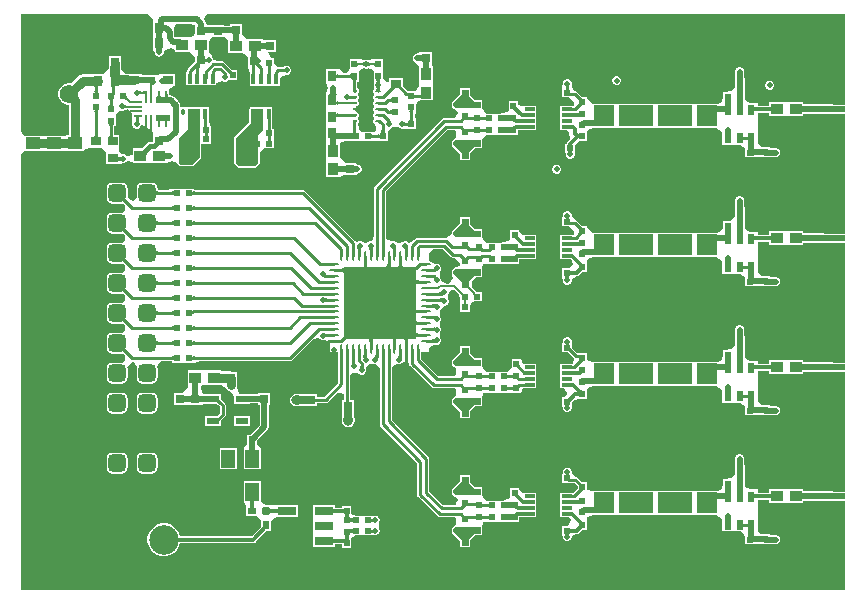
<source format=gtl>
G04*
G04 #@! TF.GenerationSoftware,Altium Limited,Altium Designer,24.3.1 (35)*
G04*
G04 Layer_Physical_Order=1*
G04 Layer_Color=6063383*
%FSLAX44Y44*%
%MOMM*%
G71*
G04*
G04 #@! TF.SameCoordinates,E54A5323-C3A8-4295-A2F1-912E9A9C0EE7*
G04*
G04*
G04 #@! TF.FilePolarity,Positive*
G04*
G01*
G75*
%ADD12C,0.2540*%
%ADD14C,0.2032*%
%ADD15C,0.1524*%
%ADD21R,1.0250X0.2800*%
%ADD22R,1.7500X1.5000*%
%ADD23R,0.3500X0.8500*%
%ADD24R,0.7620X0.7620*%
%ADD25R,0.6000X0.5000*%
%ADD26R,0.5000X0.6000*%
%ADD27R,0.8000X0.9000*%
%ADD28R,0.9000X0.8000*%
%ADD29R,0.9500X1.0000*%
%ADD30R,1.0000X0.9500*%
%ADD31R,1.3000X1.0000*%
G04:AMPARAMS|DCode=32|XSize=0.8mm|YSize=0.58mm|CornerRadius=0.0725mm|HoleSize=0mm|Usage=FLASHONLY|Rotation=270.000|XOffset=0mm|YOffset=0mm|HoleType=Round|Shape=RoundedRectangle|*
%AMROUNDEDRECTD32*
21,1,0.8000,0.4350,0,0,270.0*
21,1,0.6550,0.5800,0,0,270.0*
1,1,0.1450,-0.2175,-0.3275*
1,1,0.1450,-0.2175,0.3275*
1,1,0.1450,0.2175,0.3275*
1,1,0.1450,0.2175,-0.3275*
%
%ADD32ROUNDEDRECTD32*%
%ADD33R,0.6000X0.8000*%
%ADD34R,1.6500X0.7600*%
%ADD35R,1.2000X1.5000*%
%ADD36R,0.7620X0.7620*%
%ADD37R,0.8000X0.6000*%
%ADD38R,4.9022X1.6002*%
%ADD39R,2.0574X0.5080*%
%ADD40R,1.1000X0.6000*%
%ADD41O,1.0000X0.8000*%
%ADD42R,1.9000X1.0000*%
%ADD43R,1.5000X0.8000*%
%ADD44O,0.8000X1.0000*%
%ADD45R,1.0000X1.9000*%
%ADD46R,0.8000X1.5000*%
%ADD47R,0.8500X0.3000*%
%ADD48R,1.5500X1.8400*%
%ADD49R,1.2000X0.5500*%
%ADD50R,0.7000X0.2000*%
%ADD51R,0.2000X1.0500*%
%ADD52R,0.2500X0.5000*%
G04:AMPARAMS|DCode=53|XSize=0.5021mm|YSize=0.2425mm|CornerRadius=0.1212mm|HoleSize=0mm|Usage=FLASHONLY|Rotation=0.000|XOffset=0mm|YOffset=0mm|HoleType=Round|Shape=RoundedRectangle|*
%AMROUNDEDRECTD53*
21,1,0.5021,0.0000,0,0,0.0*
21,1,0.2596,0.2425,0,0,0.0*
1,1,0.2425,0.1298,0.0000*
1,1,0.2425,-0.1298,0.0000*
1,1,0.2425,-0.1298,0.0000*
1,1,0.2425,0.1298,0.0000*
%
%ADD53ROUNDEDRECTD53*%
%ADD54O,0.5021X0.2425*%
%ADD55R,6.1000X6.1000*%
G04:AMPARAMS|DCode=56|XSize=0.25mm|YSize=0.8mm|CornerRadius=0.0625mm|HoleSize=0mm|Usage=FLASHONLY|Rotation=90.000|XOffset=0mm|YOffset=0mm|HoleType=Round|Shape=RoundedRectangle|*
%AMROUNDEDRECTD56*
21,1,0.2500,0.6750,0,0,90.0*
21,1,0.1250,0.8000,0,0,90.0*
1,1,0.1250,0.3375,0.0625*
1,1,0.1250,0.3375,-0.0625*
1,1,0.1250,-0.3375,-0.0625*
1,1,0.1250,-0.3375,0.0625*
%
%ADD56ROUNDEDRECTD56*%
G04:AMPARAMS|DCode=57|XSize=0.25mm|YSize=0.8mm|CornerRadius=0.0625mm|HoleSize=0mm|Usage=FLASHONLY|Rotation=180.000|XOffset=0mm|YOffset=0mm|HoleType=Round|Shape=RoundedRectangle|*
%AMROUNDEDRECTD57*
21,1,0.2500,0.6750,0,0,180.0*
21,1,0.1250,0.8000,0,0,180.0*
1,1,0.1250,-0.0625,0.3375*
1,1,0.1250,0.0625,0.3375*
1,1,0.1250,0.0625,-0.3375*
1,1,0.1250,-0.0625,-0.3375*
%
%ADD57ROUNDEDRECTD57*%
%ADD90R,1.1000X2.7500*%
%ADD100C,0.5080*%
%ADD101C,0.2286*%
%ADD102C,0.7620*%
%ADD103C,0.4064*%
%ADD104C,0.3048*%
%ADD105C,0.3302*%
%ADD106C,0.3139*%
G04:AMPARAMS|DCode=107|XSize=1.5mm|YSize=1.5mm|CornerRadius=0.375mm|HoleSize=0mm|Usage=FLASHONLY|Rotation=270.000|XOffset=0mm|YOffset=0mm|HoleType=Round|Shape=RoundedRectangle|*
%AMROUNDEDRECTD107*
21,1,1.5000,0.7500,0,0,270.0*
21,1,0.7500,1.5000,0,0,270.0*
1,1,0.7500,-0.3750,-0.3750*
1,1,0.7500,-0.3750,0.3750*
1,1,0.7500,0.3750,0.3750*
1,1,0.7500,0.3750,-0.3750*
%
%ADD107ROUNDEDRECTD107*%
G04:AMPARAMS|DCode=108|XSize=1.5748mm|YSize=1.5748mm|CornerRadius=0mm|HoleSize=0mm|Usage=FLASHONLY|Rotation=0.000|XOffset=0mm|YOffset=0mm|HoleType=Round|Shape=Octagon|*
%AMOCTAGOND108*
4,1,8,0.7874,-0.3937,0.7874,0.3937,0.3937,0.7874,-0.3937,0.7874,-0.7874,0.3937,-0.7874,-0.3937,-0.3937,-0.7874,0.3937,-0.7874,0.7874,-0.3937,0.0*
%
%ADD108OCTAGOND108*%

%ADD109C,1.5748*%
%ADD110C,3.0000*%
%ADD111C,2.5000*%
%ADD112C,5.0000*%
%ADD113C,0.5000*%
%ADD114C,0.5080*%
%ADD115C,0.4572*%
G36*
X149860Y452120D02*
Y446217D01*
X148883Y442450D01*
X145335Y441658D01*
X144917Y441630D01*
X143590Y441630D01*
X137105D01*
X136730Y441705D01*
X132855D01*
X132155Y442405D01*
Y446604D01*
X131859Y448091D01*
X131762Y448235D01*
X133002Y451796D01*
X134237Y453315D01*
X145275D01*
X149860Y452120D01*
D02*
G37*
G36*
X85768Y415900D02*
X85899D01*
X85869Y415824D01*
X85842Y415596D01*
X85818Y415215D01*
X85806Y414091D01*
X85899Y409599D01*
X85755D01*
X85754Y409561D01*
X85899Y409564D01*
Y409599D01*
X85976Y409592D01*
X86204Y409585D01*
X86809Y409583D01*
X93321Y409720D01*
Y409561D01*
X93519Y409560D01*
Y401940D01*
X93321Y401938D01*
Y401781D01*
X93244Y401811D01*
X93016Y401838D01*
X92635Y401862D01*
X91363Y401876D01*
X87804Y401620D01*
X87119Y401479D01*
X86585Y401313D01*
X86204Y401121D01*
X85976Y400904D01*
X85899Y400661D01*
Y401938D01*
X85701Y401940D01*
Y408280D01*
X78120D01*
X78092Y409599D01*
X77961D01*
X77991Y409676D01*
X78018Y409904D01*
X78042Y410285D01*
X78054Y411409D01*
X77961Y415900D01*
X78105D01*
X78120Y417220D01*
X85740D01*
X85768Y415900D01*
D02*
G37*
G36*
X700238Y384810D02*
X689985D01*
X689610Y384885D01*
X664510D01*
Y387020D01*
X653590D01*
X651970Y387020D01*
X648510D01*
X646890Y387020D01*
X635970D01*
Y383978D01*
X626110D01*
Y386405D01*
X619366D01*
X615220Y388660D01*
Y396200D01*
X615220D01*
X615220Y400090D01*
X615220D01*
Y407630D01*
X614755D01*
Y412750D01*
X614640Y413326D01*
Y413500D01*
X614574Y413660D01*
X614459Y414237D01*
X614459Y414237D01*
X614132Y414725D01*
X614066Y414885D01*
X613943Y415008D01*
X613617Y415497D01*
X613128Y415823D01*
X613005Y415946D01*
X612845Y416012D01*
X612357Y416339D01*
X611780Y416454D01*
X611620Y416520D01*
X611446Y416520D01*
X610870Y416635D01*
X610294Y416520D01*
X610120D01*
X609960Y416454D01*
X609383Y416339D01*
X608895Y416012D01*
X608735Y415946D01*
X608612Y415823D01*
X608123Y415497D01*
X607797Y415008D01*
X607674Y414885D01*
X607607Y414725D01*
X607281Y414237D01*
X607281Y414237D01*
X607166Y413660D01*
X607100Y413500D01*
Y413326D01*
X606985Y412750D01*
Y407630D01*
X606680D01*
Y400090D01*
X606680D01*
Y399679D01*
X603601Y396179D01*
X598798Y395510D01*
X597304Y395510D01*
X596940Y395510D01*
X596825Y391240D01*
X596825Y391239D01*
Y391079D01*
X596779Y390648D01*
X595918Y387468D01*
X593909Y385984D01*
X591741Y385455D01*
X576656D01*
X570769Y385455D01*
X568885Y385455D01*
X543636D01*
X537749Y385455D01*
X535864Y385455D01*
X510616D01*
X504729Y385455D01*
X502845Y385455D01*
X487720D01*
X486450Y385350D01*
D01*
X486370Y385331D01*
X481290Y389326D01*
Y391620D01*
X477412D01*
X473461Y395571D01*
X472621Y396133D01*
X471630Y396330D01*
X471132D01*
X469646Y398308D01*
X468930Y399815D01*
X468630Y401832D01*
Y403348D01*
X468050Y404748D01*
X466978Y405820D01*
X465578Y406400D01*
X464062D01*
X462662Y405820D01*
X461590Y404748D01*
X461110Y403588D01*
X461010Y403348D01*
X460550Y398740D01*
X460550D01*
Y391200D01*
X465724D01*
X465845Y391191D01*
X466050Y391150D01*
X470695Y386127D01*
X470683Y384148D01*
X470130Y383610D01*
X464969D01*
X464820Y383640D01*
X464671Y383610D01*
X459090D01*
Y373070D01*
Y363070D01*
X464118D01*
X464634Y362967D01*
X464971D01*
X466501Y361864D01*
X467291Y355753D01*
X467279Y355737D01*
X465346Y353804D01*
X464728Y352880D01*
X464628Y352375D01*
X464159Y351780D01*
X463090Y351750D01*
Y344210D01*
X463181D01*
X463550Y343658D01*
Y342142D01*
X464130Y340742D01*
X465202Y339670D01*
X466602Y339090D01*
X468118D01*
X469518Y339670D01*
X470590Y340742D01*
X471170Y342142D01*
Y343658D01*
X471539Y344210D01*
X471630D01*
Y349668D01*
X473039Y352461D01*
X475832Y353870D01*
X481290D01*
Y362410D01*
X482210Y363192D01*
X486450Y365220D01*
X487468D01*
X487720Y365116D01*
X501776D01*
X503870Y365116D01*
X503870Y365116D01*
X503871Y365116D01*
X508730D01*
X510694Y365116D01*
X534795D01*
X536890Y365116D01*
X536890Y365116D01*
X536891Y365116D01*
X541750D01*
X543714Y365116D01*
X567816D01*
X569910Y365116D01*
X569910Y365116D01*
X569911Y365116D01*
X574770D01*
X576734Y365116D01*
X588788D01*
X590881Y365116D01*
X594847Y362426D01*
X595630Y361209D01*
Y350780D01*
X611506D01*
X615410Y347940D01*
Y342876D01*
X615410Y342876D01*
X615410Y340400D01*
X619680Y340285D01*
X619881Y340325D01*
X620459Y340325D01*
X622220D01*
X622421Y340365D01*
X628690D01*
Y339980D01*
X636230D01*
Y340285D01*
X641350D01*
X641926Y340400D01*
X642100Y340400D01*
X642100Y340400D01*
X642260Y340466D01*
X642837Y340581D01*
X642837Y340581D01*
X643325Y340908D01*
X643486Y340974D01*
X643486Y340974D01*
X643608Y341097D01*
X644097Y341423D01*
X644423Y341912D01*
X644546Y342034D01*
X644613Y342195D01*
X644939Y342683D01*
X645054Y343260D01*
X645120Y343420D01*
X645120Y343420D01*
X645120Y343594D01*
X645235Y344170D01*
X645120Y344746D01*
X645120Y344920D01*
X645120Y344920D01*
X645054Y345080D01*
X644939Y345657D01*
X644613Y346145D01*
X644546Y346306D01*
X644423Y346428D01*
X644097Y346917D01*
X643608Y347243D01*
X643486Y347366D01*
X643486Y347366D01*
X643486Y347366D01*
X643325Y347433D01*
X642837Y347759D01*
X642837Y347759D01*
X642260Y347874D01*
X642100Y347940D01*
X642100Y347940D01*
X641926Y347940D01*
X641350Y348055D01*
X636230D01*
Y348520D01*
X630254D01*
X627845Y349834D01*
X626110Y352531D01*
Y378022D01*
X635970D01*
Y374980D01*
X646890D01*
X648510Y374980D01*
X651970D01*
X653590Y374980D01*
X664510D01*
Y377115D01*
X689610D01*
X689985Y377190D01*
X700238D01*
Y275590D01*
X682238D01*
X681863Y275665D01*
X664510D01*
Y277800D01*
X653590D01*
X651970Y277800D01*
X648510D01*
X646890Y277800D01*
X635970D01*
Y274408D01*
X626110D01*
Y277185D01*
X619366D01*
X615220Y279440D01*
Y286980D01*
X615220D01*
Y290870D01*
X615220D01*
Y298410D01*
X614755D01*
Y303530D01*
X614640Y304106D01*
Y304280D01*
X614574Y304440D01*
X614459Y305017D01*
X614459Y305017D01*
X614132Y305505D01*
X614066Y305665D01*
X613943Y305788D01*
X613617Y306277D01*
X613128Y306603D01*
X613005Y306726D01*
X612845Y306793D01*
X612357Y307119D01*
X611780Y307234D01*
X611620Y307300D01*
X611446Y307300D01*
X610870Y307415D01*
X610294Y307300D01*
X610120D01*
X609960Y307234D01*
X609383Y307119D01*
X608895Y306793D01*
X608735Y306726D01*
X608612Y306603D01*
X608123Y306277D01*
X607797Y305788D01*
X607674Y305665D01*
X607607Y305505D01*
X607281Y305017D01*
X607281Y305017D01*
X607166Y304440D01*
X607100Y304280D01*
Y304106D01*
X606985Y303530D01*
Y298410D01*
X606680D01*
Y290870D01*
X606680D01*
Y290459D01*
X603013Y286290D01*
X596940D01*
Y282596D01*
X596825Y282020D01*
Y279280D01*
X593770Y276730D01*
X591741Y276235D01*
X576836D01*
X574987Y276235D01*
X568885Y276235D01*
X543816D01*
X537749Y276235D01*
X535864Y276235D01*
X510616D01*
X504729Y276235D01*
X502845Y276235D01*
X487720D01*
X486450Y276130D01*
D01*
X486370Y276111D01*
X481290Y280106D01*
Y282400D01*
X477412D01*
X473461Y286351D01*
X472621Y286913D01*
X472463Y286944D01*
X468630Y290072D01*
Y291588D01*
X468050Y292988D01*
X466978Y294060D01*
X465578Y294640D01*
X464062D01*
X462662Y294060D01*
X461590Y292988D01*
X461010Y291588D01*
Y290072D01*
X460641Y289520D01*
X460550D01*
Y281980D01*
X465643D01*
X465967Y281947D01*
X466050Y281930D01*
X470637Y276883D01*
X470625Y274952D01*
X470130Y274470D01*
X459090D01*
Y263930D01*
Y253930D01*
X464118D01*
X464634Y253827D01*
X467645D01*
X469987Y250173D01*
X467430Y246340D01*
X460550D01*
Y238800D01*
X460550D01*
X461010Y235462D01*
X461590Y234062D01*
X462662Y232990D01*
X464062Y232410D01*
X465578D01*
X466978Y232990D01*
X468050Y234062D01*
X468630Y235462D01*
Y236978D01*
X472940Y239721D01*
X472940Y239721D01*
X474030Y239938D01*
X474954Y240556D01*
X477779Y243380D01*
X481290D01*
Y251920D01*
X481290Y251920D01*
X482078Y254291D01*
X486450Y256000D01*
X487720Y255896D01*
X491487Y255896D01*
X501775D01*
X503870Y255896D01*
X503870Y255896D01*
X503871Y255896D01*
X508730D01*
X510695Y255896D01*
X534795D01*
X536890Y255896D01*
X536890Y255896D01*
X536891Y255896D01*
X541750Y255896D01*
X543715Y255896D01*
X567816D01*
X569910Y255896D01*
X569910Y255896D01*
X569911Y255896D01*
X576734Y255896D01*
X588788D01*
X590881Y255896D01*
X594847Y253206D01*
X595630Y251989D01*
Y241560D01*
X611506D01*
X615410Y238720D01*
Y233021D01*
X615410D01*
Y231544D01*
X615410Y231544D01*
X615410Y231180D01*
X619680Y231065D01*
X620097Y231065D01*
X620100Y231065D01*
X620502Y231145D01*
X628690D01*
Y230760D01*
X636230D01*
Y231065D01*
X641350D01*
X641926Y231180D01*
X642100Y231180D01*
X642100Y231180D01*
X642260Y231246D01*
X642837Y231361D01*
X642837Y231361D01*
X643325Y231688D01*
X643486Y231754D01*
X643486Y231754D01*
X643608Y231877D01*
X644097Y232203D01*
X644423Y232692D01*
X644546Y232815D01*
X644613Y232975D01*
X644939Y233463D01*
X645054Y234040D01*
X645120Y234200D01*
X645120Y234200D01*
X645120Y234374D01*
X645235Y234950D01*
X645120Y235526D01*
X645120Y235700D01*
X645120Y235700D01*
X645054Y235860D01*
X644939Y236437D01*
X644613Y236925D01*
X644546Y237085D01*
X644423Y237208D01*
X644097Y237697D01*
X643608Y238023D01*
X643486Y238146D01*
X643486Y238146D01*
X643486Y238146D01*
X643325Y238213D01*
X642837Y238539D01*
X642837Y238539D01*
X642260Y238654D01*
X642100Y238720D01*
X642100Y238720D01*
X641926Y238720D01*
X641350Y238835D01*
X636230D01*
Y239300D01*
X630254D01*
X627845Y240614D01*
X626110Y243311D01*
Y268452D01*
X635970D01*
Y265760D01*
X646890D01*
X648510Y265760D01*
X651970D01*
X653590Y265760D01*
X664510D01*
Y267895D01*
X681863D01*
X682238Y267970D01*
X700238D01*
X700238Y166370D01*
X689985D01*
X689610Y166445D01*
X681863D01*
X681863Y166445D01*
X664510D01*
Y168580D01*
X653590D01*
X651970Y168580D01*
X648510D01*
X646890Y168580D01*
X635970D01*
Y165188D01*
X626110D01*
Y167965D01*
X619366D01*
X615220Y170220D01*
Y177760D01*
X615220D01*
Y181650D01*
X615220D01*
Y189190D01*
X614755D01*
Y194310D01*
X614640Y194886D01*
Y195060D01*
X614574Y195220D01*
X614459Y195797D01*
X614459Y195797D01*
X614132Y196285D01*
X614066Y196446D01*
X613943Y196568D01*
X613617Y197057D01*
X613128Y197383D01*
X613005Y197506D01*
X612845Y197572D01*
X612357Y197899D01*
X611780Y198014D01*
X611620Y198080D01*
X611446Y198080D01*
X610870Y198195D01*
X610294Y198080D01*
X610120D01*
X609960Y198014D01*
X609383Y197899D01*
X608895Y197572D01*
X608735Y197506D01*
X608612Y197383D01*
X608123Y197057D01*
X607797Y196568D01*
X607674Y196446D01*
X607607Y196285D01*
X607281Y195797D01*
X607281Y195797D01*
X607166Y195220D01*
X607100Y195060D01*
Y194886D01*
X606985Y194310D01*
Y189190D01*
X606680D01*
Y181650D01*
X606680D01*
Y181159D01*
X603601Y177659D01*
X598798Y176990D01*
X597304Y176990D01*
X596940Y176990D01*
X596825Y172720D01*
X596825Y172719D01*
Y172566D01*
X596778Y172128D01*
X595924Y169033D01*
X593909Y167544D01*
X591741Y167015D01*
X576656D01*
X570769Y167015D01*
X568885Y167015D01*
X543816D01*
X541967Y167015D01*
X535864Y167015D01*
X510616D01*
X504729Y167015D01*
X502845Y167015D01*
X487720D01*
X487467Y166910D01*
X486450D01*
Y166910D01*
X482013Y168463D01*
X481290Y169290D01*
Y174450D01*
X476540D01*
X476290Y174500D01*
X473553D01*
X469090Y178962D01*
Y182840D01*
X468999D01*
X468630Y183392D01*
Y184908D01*
X468050Y186308D01*
X466978Y187380D01*
X465578Y187960D01*
X464062D01*
X462662Y187380D01*
X461590Y186308D01*
X461010Y184908D01*
Y183392D01*
X460641Y182840D01*
X460550D01*
Y175300D01*
X465428D01*
X470649Y170079D01*
X469397Y165220D01*
X464840D01*
X464590Y165170D01*
X459090D01*
Y154630D01*
Y144630D01*
X462499D01*
X464875Y140955D01*
X464976Y139447D01*
X463341Y137120D01*
X460550D01*
Y129580D01*
X460641D01*
X461010Y129028D01*
Y127512D01*
X461590Y126112D01*
X462662Y125040D01*
X464062Y124460D01*
X465578D01*
X466978Y125040D01*
X468050Y126112D01*
X468630Y127512D01*
Y129028D01*
X468999Y129580D01*
X469090D01*
Y133091D01*
X469455Y133456D01*
X473750Y135350D01*
X481290D01*
Y143890D01*
X482226Y144713D01*
X486450Y146780D01*
X487468D01*
X487720Y146676D01*
X501776D01*
X503870Y146676D01*
X503870Y146676D01*
X503871Y146676D01*
X508730D01*
X510694Y146676D01*
X534795D01*
X536890Y146676D01*
X536890Y146676D01*
X536891Y146676D01*
X543714Y146676D01*
X567815D01*
X569910Y146676D01*
X569910Y146676D01*
X569911Y146676D01*
X574770D01*
X576735Y146676D01*
X588788D01*
X590881Y146676D01*
X594847Y143986D01*
X595630Y142769D01*
Y132340D01*
X611506D01*
X615410Y129500D01*
Y124436D01*
X615410Y124436D01*
X615410Y121960D01*
X619680Y121845D01*
X620256Y121960D01*
X620490Y121960D01*
X621782D01*
X621956Y121925D01*
X628690D01*
Y121540D01*
X636230D01*
Y121845D01*
X641350D01*
X641926Y121960D01*
X642100Y121960D01*
X642100Y121960D01*
X642260Y122026D01*
X642837Y122141D01*
X642837Y122141D01*
X643325Y122467D01*
X643486Y122534D01*
X643486Y122534D01*
X643608Y122657D01*
X644097Y122983D01*
X644423Y123472D01*
X644546Y123595D01*
X644613Y123755D01*
X644939Y124243D01*
X645054Y124820D01*
X645120Y124980D01*
X645120Y124980D01*
X645120Y125154D01*
X645235Y125730D01*
X645120Y126306D01*
X645120Y126480D01*
X645120Y126480D01*
X645054Y126640D01*
X644939Y127217D01*
X644613Y127705D01*
X644546Y127865D01*
X644423Y127988D01*
X644097Y128477D01*
X643608Y128803D01*
X643486Y128926D01*
X643486Y128926D01*
X643486Y128926D01*
X643325Y128993D01*
X642837Y129319D01*
X642837Y129319D01*
X642260Y129434D01*
X642100Y129500D01*
X642100Y129500D01*
X641926Y129500D01*
X641350Y129615D01*
X636230D01*
Y130080D01*
X630254D01*
X627845Y131394D01*
X626110Y134091D01*
Y159232D01*
X635970D01*
Y156540D01*
X646890D01*
X648510Y156540D01*
X651970D01*
X653590Y156540D01*
X664510D01*
Y158675D01*
X681863D01*
X681863Y158675D01*
X689610D01*
X689985Y158750D01*
X700238D01*
Y57150D01*
X689985D01*
X689610Y57225D01*
X664510D01*
Y59360D01*
X653590D01*
X651970Y59360D01*
X648510D01*
X646890Y59360D01*
X635970D01*
Y55968D01*
X626110D01*
Y59120D01*
X619521D01*
X615220Y61000D01*
Y68540D01*
X615220D01*
Y72430D01*
X615220D01*
Y79970D01*
X614835D01*
Y85010D01*
X614539Y86497D01*
X614539Y86497D01*
X614089Y87170D01*
X614066Y87226D01*
X614023Y87268D01*
X613697Y87757D01*
X613697Y87757D01*
X613617Y87837D01*
X613128Y88163D01*
X613005Y88286D01*
X612845Y88352D01*
X612357Y88679D01*
X611780Y88794D01*
X611620Y88860D01*
X611446Y88860D01*
X610870Y88975D01*
X610294Y88860D01*
X610120Y88860D01*
X610120Y88860D01*
X609960Y88794D01*
X609384Y88679D01*
X609383D01*
X608895Y88352D01*
X608735Y88286D01*
X608612Y88163D01*
X608123Y87837D01*
X607797Y87348D01*
X607674Y87226D01*
X607607Y87065D01*
X607281Y86577D01*
X607281Y86577D01*
X607281Y86577D01*
X607166Y86000D01*
X607100Y85840D01*
X607100Y85840D01*
X607100Y85666D01*
X606985Y85090D01*
X606985Y85090D01*
X606993Y85050D01*
X606972Y84648D01*
X606726Y79970D01*
X606680D01*
Y72430D01*
X606680D01*
Y71939D01*
X603601Y68439D01*
X598798Y67770D01*
X597304Y67770D01*
X596940Y67770D01*
X596825Y63500D01*
X596825Y63499D01*
Y63381D01*
X596774Y62910D01*
X595815Y59732D01*
X594435Y58713D01*
X591741Y57795D01*
X576836D01*
X574987Y57795D01*
X568885Y57795D01*
X543636D01*
X537749Y57795D01*
X535864Y57795D01*
X510616D01*
X504729Y57795D01*
X502845Y57795D01*
X487720D01*
X487467Y57690D01*
X486450D01*
X486450Y57690D01*
X481641Y58344D01*
X481290Y58800D01*
Y65230D01*
X477412D01*
X473461Y69181D01*
X472621Y69743D01*
X472463Y69774D01*
X468630Y72902D01*
Y74418D01*
X468050Y75818D01*
X466978Y76890D01*
X465578Y77470D01*
X464062D01*
X462662Y76890D01*
X461590Y75818D01*
X461010Y74418D01*
Y72902D01*
X460641Y72350D01*
X460550D01*
Y64810D01*
X465800D01*
X466050Y64760D01*
X470557D01*
X473750Y61568D01*
Y60353D01*
X469397Y56000D01*
X464840D01*
X464590Y55950D01*
X459090D01*
Y45410D01*
Y35410D01*
X464214D01*
X464610Y35331D01*
X466152D01*
X468071Y32792D01*
X465510Y27900D01*
X460550D01*
Y20360D01*
X460641D01*
X461010Y19808D01*
Y18292D01*
X461590Y16892D01*
X462662Y15820D01*
X464062Y15240D01*
X465578D01*
X466978Y15820D01*
X468050Y16892D01*
X468630Y18292D01*
Y19334D01*
X472705Y21138D01*
X473323Y21340D01*
X474118Y21498D01*
X475042Y22116D01*
X477787Y24860D01*
X481290D01*
Y33400D01*
X481290Y33400D01*
X482023Y35983D01*
X486450Y37560D01*
X487720Y37456D01*
X491487Y37456D01*
X501776D01*
X503870Y37456D01*
X503870Y37456D01*
X503871Y37456D01*
X508730D01*
X510694Y37456D01*
X534795D01*
X536890Y37456D01*
X536890Y37456D01*
X536891Y37456D01*
X541750D01*
X543714Y37456D01*
X567816D01*
X569910Y37456D01*
X569910Y37456D01*
X569911Y37456D01*
X576734Y37456D01*
X588788D01*
X590881Y37456D01*
X594847Y34766D01*
X595630Y33549D01*
Y23495D01*
X607903D01*
X607917Y23486D01*
X608695Y23331D01*
X611594D01*
X614126Y21307D01*
X615410Y18901D01*
Y14581D01*
X615410D01*
Y13104D01*
X615410Y13104D01*
X615410Y12740D01*
X619680Y12625D01*
X620097Y12625D01*
X620100Y12625D01*
X620502Y12705D01*
X628690D01*
Y12320D01*
X636230D01*
Y12625D01*
X641350D01*
X641926Y12740D01*
X642100Y12740D01*
X642100Y12740D01*
X642260Y12806D01*
X642837Y12921D01*
X642837Y12921D01*
X643325Y13247D01*
X643486Y13314D01*
X643486Y13314D01*
X643608Y13437D01*
X644097Y13763D01*
X644423Y14252D01*
X644546Y14375D01*
X644613Y14535D01*
X644939Y15023D01*
X645054Y15600D01*
X645120Y15760D01*
X645120Y15760D01*
X645120Y15934D01*
X645235Y16510D01*
X645120Y17086D01*
X645120Y17260D01*
X645120Y17260D01*
X645054Y17420D01*
X644939Y17997D01*
X644613Y18485D01*
X644546Y18645D01*
X644423Y18768D01*
X644097Y19257D01*
X643608Y19583D01*
X643486Y19706D01*
X643486Y19706D01*
X643486Y19706D01*
X643325Y19772D01*
X642837Y20099D01*
X642837Y20099D01*
X642260Y20214D01*
X642100Y20280D01*
X642100Y20280D01*
X641926Y20280D01*
X641350Y20395D01*
X636230D01*
Y20860D01*
X630099D01*
X627649Y22478D01*
X626110Y24871D01*
Y50012D01*
X635970D01*
Y47320D01*
X646890D01*
X648510Y47320D01*
X651970D01*
X653590Y47320D01*
X664510D01*
Y49455D01*
X689610D01*
X689985Y49530D01*
X700238D01*
Y-25868D01*
X2072D01*
Y342004D01*
X4930Y345900D01*
X7152Y345900D01*
X20470D01*
Y345900D01*
X22710D01*
Y345900D01*
X38250D01*
Y345900D01*
X40490D01*
Y345900D01*
X56030D01*
Y346412D01*
X60270Y348440D01*
X61110Y348440D01*
X70593Y348440D01*
X73397Y345780D01*
X74240Y344367D01*
X74240Y343360D01*
Y334440D01*
X85780D01*
X85780Y334440D01*
X89650Y335320D01*
X91035Y335894D01*
X91035D01*
X92030Y336888D01*
X92409Y336881D01*
X97110Y335784D01*
Y335610D01*
X108030D01*
X109650Y335610D01*
Y335610D01*
X113110D01*
Y335610D01*
X125650D01*
X125650Y335610D01*
X130019Y337421D01*
X134623Y335020D01*
X134918Y334308D01*
X134918Y334308D01*
X136188Y333038D01*
X137160Y332635D01*
X137160Y332635D01*
X137160Y332635D01*
X138500Y332635D01*
X147320D01*
X148292Y333038D01*
X148292Y333038D01*
X154642Y339388D01*
X155045Y340360D01*
X155045Y340360D01*
Y351830D01*
X162940D01*
Y359370D01*
X163020Y359450D01*
X163020D01*
Y366990D01*
X162807D01*
X161310Y371450D01*
X161310Y371450D01*
X161310D01*
X161310Y371450D01*
Y382490D01*
X155270D01*
X155270Y382490D01*
X154810D01*
Y382490D01*
X151790Y382490D01*
X148770Y382490D01*
Y382490D01*
X148310D01*
Y382490D01*
X142315D01*
X142270Y382490D01*
X137235Y382598D01*
Y384377D01*
X136939Y385863D01*
X136097Y387124D01*
X135128Y388093D01*
X134982Y388311D01*
X132006Y391287D01*
X130746Y392129D01*
X129590Y392359D01*
Y392770D01*
X128090D01*
Y397770D01*
X132048Y400480D01*
X132770D01*
Y411020D01*
X121242D01*
X121230Y411020D01*
X116788Y409480D01*
X110740Y409480D01*
X110561Y409554D01*
X109260Y409480D01*
X107609Y409419D01*
X103560Y411020D01*
Y411020D01*
X93499D01*
X93321Y411094D01*
X93306Y411088D01*
X93292Y411094D01*
X90980Y411045D01*
X90112Y411858D01*
X87428Y415017D01*
X87256Y415589D01*
X87274Y415900D01*
X87200Y416079D01*
Y426140D01*
X76660D01*
Y416079D01*
X76586Y415900D01*
X76592Y415886D01*
X76586Y415872D01*
X76606Y414560D01*
X71775Y410900D01*
X62660D01*
Y410309D01*
X54610D01*
X54610Y410310D01*
X52628Y409915D01*
X50947Y408792D01*
X50947Y408792D01*
X44869Y402714D01*
X44384Y402844D01*
X41976D01*
X39650Y402221D01*
X37566Y401017D01*
X35863Y399314D01*
X34659Y397229D01*
X34036Y394904D01*
Y392496D01*
X34659Y390171D01*
X35863Y388086D01*
X37566Y386383D01*
X39650Y385179D01*
X41976Y384556D01*
X43081D01*
Y359042D01*
X38250Y358440D01*
Y358440D01*
X22710D01*
Y358440D01*
X20470D01*
Y358440D01*
X7152D01*
X4930Y358440D01*
X2072Y362336D01*
Y461478D01*
X109908D01*
X114256Y456645D01*
X114110Y455350D01*
X114110D01*
Y443810D01*
X114110D01*
Y442650D01*
X114110D01*
Y431110D01*
X114110Y431110D01*
X115570Y428502D01*
Y428502D01*
X115570Y428502D01*
X115716Y428149D01*
X115791Y427773D01*
X115791Y427773D01*
X116004Y427455D01*
X116150Y427102D01*
X116420Y426831D01*
X116633Y426513D01*
X116633Y426513D01*
X116951Y426301D01*
X117222Y426030D01*
X117575Y425884D01*
X117893Y425671D01*
X117894Y425671D01*
X118269Y425596D01*
X118622Y425450D01*
X118622Y425450D01*
X119005D01*
X119380Y425375D01*
X119755Y425450D01*
X120138Y425450D01*
X120138Y425450D01*
X120491Y425596D01*
X120866Y425671D01*
X120867Y425671D01*
X121185Y425884D01*
X121538Y426030D01*
X121809Y426301D01*
X122127Y426513D01*
X122127Y426513D01*
X122339Y426831D01*
X122610Y427102D01*
X122756Y427455D01*
X122969Y427773D01*
X122969Y427773D01*
X122969Y427773D01*
X123044Y428149D01*
X123190Y428502D01*
X123190Y428502D01*
Y428502D01*
X124650Y431110D01*
X129453Y432406D01*
X132670Y430578D01*
Y429590D01*
X143590D01*
X145443Y429590D01*
X149860Y425003D01*
Y421493D01*
X143459Y415091D01*
X142897Y414251D01*
X142700Y413260D01*
Y411990D01*
X142270D01*
Y400950D01*
X148310D01*
Y400950D01*
X148770D01*
Y400950D01*
X154810D01*
Y400950D01*
X155270D01*
Y400950D01*
X161310Y400950D01*
Y400950D01*
X161770D01*
Y400950D01*
X167810D01*
Y403094D01*
X167998Y403216D01*
X172890Y404652D01*
X172908Y404634D01*
X174308Y404054D01*
X175824D01*
X177224Y404634D01*
X178296Y405706D01*
X178360Y405860D01*
X185380D01*
Y414400D01*
X181003D01*
X174471Y420931D01*
X173631Y421493D01*
X172640Y421690D01*
X169793D01*
X165100Y422152D01*
X165100Y423668D01*
X164520Y425068D01*
X164520Y425068D01*
X163945Y425643D01*
X161210Y429590D01*
Y437965D01*
X163724Y441798D01*
X166153Y441960D01*
X173463D01*
X174497Y441585D01*
X177880Y439087D01*
Y428320D01*
X189893Y428320D01*
X190927Y427945D01*
X194310Y425447D01*
Y416560D01*
X195008D01*
X196070Y411920D01*
X196070D01*
Y400880D01*
X202110D01*
Y400880D01*
X202570D01*
Y400880D01*
X208610Y400880D01*
X215110D01*
X221610Y400880D01*
Y407185D01*
X222649Y408237D01*
X226572Y410210D01*
X228088D01*
X229488Y410790D01*
X230560Y411862D01*
X231140Y413262D01*
Y414778D01*
X230560Y416178D01*
X229488Y417250D01*
X228088Y417830D01*
X226572D01*
X225172Y417250D01*
X224822Y416900D01*
X219599Y416966D01*
X216933Y419855D01*
X216440Y420701D01*
Y424140D01*
X214886D01*
X214173Y424515D01*
X211630Y429220D01*
X211657Y429260D01*
X218440D01*
Y439420D01*
X208280D01*
X206420Y440360D01*
Y440360D01*
X195500D01*
X193121Y440360D01*
X189230Y444947D01*
Y453390D01*
X179070D01*
Y451560D01*
X173990D01*
Y452120D01*
X163830D01*
X163830Y452120D01*
X159925Y452261D01*
X157616Y456858D01*
X159530Y461478D01*
X700238D01*
Y384810D01*
D02*
G37*
G36*
X82864Y400665D02*
X82648Y400588D01*
X82457Y400460D01*
X82292Y400280D01*
X82153Y400048D01*
X82038Y399766D01*
X81949Y399431D01*
X81886Y399046D01*
X81848Y398609D01*
X81835Y398120D01*
X79295D01*
X79282Y398609D01*
X79244Y399046D01*
X79181Y399431D01*
X79092Y399766D01*
X78977Y400048D01*
X78838Y400280D01*
X78673Y400460D01*
X78482Y400588D01*
X78266Y400665D01*
X78025Y400691D01*
X83105D01*
X82864Y400665D01*
D02*
G37*
G36*
X68339Y400664D02*
X68123Y400586D01*
X67932Y400456D01*
X67767Y400276D01*
X67628Y400044D01*
X67513Y399762D01*
X67424Y399428D01*
X67361Y399043D01*
X67323Y398607D01*
X67310Y398120D01*
X64770D01*
X64762Y398603D01*
X64697Y399416D01*
X64640Y399746D01*
X64568Y400025D01*
X64479Y400254D01*
X64373Y400432D01*
X64252Y400559D01*
X64114Y400635D01*
X63960Y400661D01*
X68580Y400691D01*
X68339Y400664D01*
D02*
G37*
G36*
X67322Y397377D02*
X67358Y396945D01*
X67418Y396564D01*
X67502Y396234D01*
X67610Y395955D01*
X67742Y395726D01*
X67898Y395548D01*
X68078Y395421D01*
X68282Y395345D01*
X68509Y395320D01*
X63570D01*
X63798Y395345D01*
X64002Y395421D01*
X64182Y395548D01*
X64338Y395726D01*
X64470Y395955D01*
X64578Y396234D01*
X64662Y396564D01*
X64722Y396945D01*
X64758Y397377D01*
X64770Y397859D01*
X67310D01*
X67322Y397377D01*
D02*
G37*
G36*
X102265Y396581D02*
X102425Y396456D01*
X102597Y396346D01*
X102781Y396250D01*
X102975Y396170D01*
X103180Y396103D01*
X103397Y396052D01*
X103625Y396015D01*
X103864Y395993D01*
X104114Y395986D01*
Y393954D01*
X103864Y393947D01*
X103625Y393925D01*
X103397Y393888D01*
X103180Y393837D01*
X102975Y393770D01*
X102781Y393690D01*
X102597Y393594D01*
X102425Y393484D01*
X102265Y393359D01*
X102115Y393220D01*
Y396720D01*
X102265Y396581D01*
D02*
G37*
G36*
X107631Y392938D02*
X107609Y393131D01*
X107546Y393304D01*
X107442Y393456D01*
X107297Y393588D01*
X107111Y393700D01*
X106884Y393791D01*
X106617Y393863D01*
X106308Y393913D01*
X105959Y393944D01*
X105569Y393954D01*
Y395986D01*
X105955Y395991D01*
X106869Y396063D01*
X107093Y396107D01*
X107275Y396160D01*
X107418Y396223D01*
X107519Y396295D01*
X107580Y396378D01*
X107600Y396469D01*
X107631Y392938D01*
D02*
G37*
G36*
X126596Y393115D02*
X126627Y392770D01*
X126677Y392465D01*
X126749Y392201D01*
X126840Y391978D01*
X126952Y391795D01*
X127084Y391652D01*
X127236Y391551D01*
X127409Y391490D01*
X127602Y391469D01*
X123538D01*
X123731Y391490D01*
X123904Y391551D01*
X124056Y391652D01*
X124188Y391795D01*
X124300Y391978D01*
X124391Y392201D01*
X124463Y392465D01*
X124513Y392770D01*
X124544Y393115D01*
X124554Y393502D01*
X126586D01*
X126596Y393115D01*
D02*
G37*
G36*
X120096D02*
X120127Y392770D01*
X120177Y392465D01*
X120249Y392201D01*
X120340Y391978D01*
X120452Y391795D01*
X120584Y391652D01*
X120736Y391551D01*
X120909Y391490D01*
X121102Y391469D01*
X120101D01*
X120101Y391464D01*
X120089Y391033D01*
X120086Y390484D01*
X118054D01*
X118026Y391469D01*
X117038D01*
X117231Y391490D01*
X117404Y391551D01*
X117556Y391652D01*
X117688Y391795D01*
X117800Y391978D01*
X117891Y392201D01*
X117963Y392465D01*
X118013Y392770D01*
X118044Y393115D01*
X118054Y393502D01*
X120086D01*
X120096Y393115D01*
D02*
G37*
G36*
X91647Y392679D02*
X91593Y392494D01*
X91596Y392280D01*
X91656Y392037D01*
X91774Y391764D01*
X91950Y391462D01*
X92183Y391131D01*
X92473Y390770D01*
X93226Y389961D01*
X91790Y388524D01*
X91370Y388929D01*
X90619Y389567D01*
X90288Y389800D01*
X89986Y389976D01*
X89713Y390094D01*
X89470Y390154D01*
X89256Y390157D01*
X89071Y390103D01*
X88916Y389991D01*
X91759Y392834D01*
X91647Y392679D01*
D02*
G37*
G36*
X81039Y389965D02*
X80823Y389888D01*
X80632Y389760D01*
X80467Y389580D01*
X80328Y389348D01*
X80213Y389066D01*
X80124Y388731D01*
X80061Y388346D01*
X80023Y387909D01*
X80010Y387421D01*
X77470D01*
X77457Y387909D01*
X77419Y388346D01*
X77356Y388731D01*
X77267Y389066D01*
X77153Y389348D01*
X77013Y389580D01*
X76848Y389760D01*
X76657Y389888D01*
X76441Y389965D01*
X76200Y389991D01*
X81280D01*
X81039Y389965D01*
D02*
G37*
G36*
X80022Y385947D02*
X80058Y385515D01*
X80118Y385134D01*
X80202Y384804D01*
X80310Y384524D01*
X80442Y384296D01*
X80598Y384118D01*
X80778Y383991D01*
X80982Y383915D01*
X81209Y383890D01*
X76270D01*
X76498Y383915D01*
X76702Y383991D01*
X76882Y384118D01*
X77038Y384296D01*
X77170Y384524D01*
X77278Y384804D01*
X77362Y385134D01*
X77422Y385515D01*
X77458Y385947D01*
X77470Y386429D01*
X80010D01*
X80022Y385947D01*
D02*
G37*
G36*
X89857Y384716D02*
X89987Y384573D01*
X90133Y384446D01*
X90293Y384336D01*
X90470Y384243D01*
X90661Y384167D01*
X90868Y384108D01*
X91090Y384066D01*
X91328Y384040D01*
X91581Y384032D01*
X91099Y382000D01*
X90851Y381995D01*
X90380Y381951D01*
X90157Y381913D01*
X89944Y381864D01*
X89739Y381804D01*
X89543Y381733D01*
X89356Y381651D01*
X89178Y381558D01*
X89009Y381455D01*
X89742Y384877D01*
X89857Y384716D01*
D02*
G37*
G36*
X96300Y377270D02*
Y372730D01*
X96560Y369050D01*
Y367550D01*
X97134Y366165D01*
X98195Y365104D01*
X99580Y364530D01*
X99580Y364530D01*
X101080D01*
X102465Y365104D01*
X103526Y366164D01*
X103526Y366164D01*
X104100Y367550D01*
X104490Y367779D01*
X109570Y364872D01*
Y364490D01*
X111570D01*
X114183Y361440D01*
X114300Y359410D01*
X114300D01*
Y354011D01*
X113337Y353049D01*
X111782D01*
X110493Y352792D01*
X109401Y352063D01*
X107138Y349799D01*
X106837Y349599D01*
X104889Y347650D01*
X97110D01*
Y342396D01*
X92409Y341299D01*
X92030Y341292D01*
X91035Y342286D01*
X89650Y342860D01*
X88150D01*
X85780Y344980D01*
Y348440D01*
X85780Y350060D01*
Y358980D01*
X81532D01*
X81520Y359010D01*
X81470Y359198D01*
X81426Y359466D01*
X81396Y359808D01*
X81384Y360255D01*
X81330Y360378D01*
Y365254D01*
X81384Y365376D01*
X81395Y365819D01*
X81424Y366161D01*
X81466Y366429D01*
X81514Y366618D01*
X81526Y366650D01*
X82510D01*
X82584Y367951D01*
X82570Y367984D01*
X82576Y368103D01*
X82510Y368222D01*
X82510Y376650D01*
X82587Y376745D01*
X86058Y379191D01*
X87925Y379770D01*
X88380D01*
X90560Y380587D01*
X90561Y380587D01*
X92635Y380685D01*
X96300Y377270D01*
D02*
G37*
G36*
X68282Y379355D02*
X68078Y379279D01*
X67898Y379152D01*
X67742Y378974D01*
X67610Y378745D01*
X67502Y378466D01*
X67418Y378136D01*
X67358Y377755D01*
X67322Y377323D01*
X67310Y376841D01*
X64770D01*
X64758Y377323D01*
X64722Y377755D01*
X64662Y378136D01*
X64578Y378466D01*
X64470Y378745D01*
X64338Y378974D01*
X64182Y379152D01*
X64002Y379279D01*
X63798Y379355D01*
X63570Y379380D01*
X68509D01*
X68282Y379355D01*
D02*
G37*
G36*
X591778Y367389D02*
X590881Y366490D01*
X574770D01*
Y384080D01*
X591741D01*
X591778Y367389D01*
D02*
G37*
G36*
X570805D02*
X569908Y366490D01*
X541750D01*
Y384080D01*
X570769D01*
X570805Y367389D01*
D02*
G37*
G36*
X537785D02*
X536888Y366490D01*
X508730D01*
Y384080D01*
X537749D01*
X537785Y367389D01*
D02*
G37*
G36*
X504765D02*
X503868Y366490D01*
X487720D01*
Y384080D01*
X504729D01*
X504765Y367389D01*
D02*
G37*
G36*
X80982Y367925D02*
X80778Y367849D01*
X80598Y367722D01*
X80442Y367544D01*
X80310Y367315D01*
X80202Y367036D01*
X80118Y366706D01*
X80058Y366325D01*
X80022Y365893D01*
X80010Y365410D01*
X77470D01*
X77458Y365893D01*
X77422Y366325D01*
X77362Y366706D01*
X77278Y367036D01*
X77170Y367315D01*
X77038Y367544D01*
X76882Y367722D01*
X76702Y367849D01*
X76498Y367925D01*
X76270Y367951D01*
X81209D01*
X80982Y367925D01*
D02*
G37*
G36*
X80023Y359731D02*
X80061Y359294D01*
X80124Y358909D01*
X80213Y358574D01*
X80328Y358292D01*
X80467Y358060D01*
X80632Y357880D01*
X80823Y357752D01*
X81039Y357675D01*
X81280Y357649D01*
X76200D01*
X76441Y357675D01*
X76657Y357752D01*
X76848Y357880D01*
X77013Y358060D01*
X77153Y358292D01*
X77267Y358574D01*
X77356Y358909D01*
X77419Y359294D01*
X77457Y359731D01*
X77470Y360219D01*
X80010D01*
X80023Y359731D01*
D02*
G37*
G36*
X67323D02*
X67361Y359294D01*
X67424Y358909D01*
X67513Y358574D01*
X67628Y358292D01*
X67767Y358060D01*
X67932Y357880D01*
X68123Y357752D01*
X68339Y357675D01*
X68580Y357649D01*
X63500D01*
X63741Y357675D01*
X63957Y357752D01*
X64148Y357880D01*
X64313Y358060D01*
X64453Y358292D01*
X64567Y358574D01*
X64656Y358909D01*
X64719Y359294D01*
X64757Y359731D01*
X64770Y360219D01*
X67310D01*
X67323Y359731D01*
D02*
G37*
G36*
X84475Y341389D02*
X84552Y341173D01*
X84680Y340982D01*
X84860Y340817D01*
X85092Y340677D01*
X85374Y340563D01*
X85709Y340474D01*
X86073Y340414D01*
X86216Y340437D01*
X86412Y340480D01*
X86590Y340533D01*
X86749Y340595D01*
X86889Y340667D01*
X87011Y340749D01*
X87115Y340840D01*
Y337340D01*
X87011Y337431D01*
X86889Y337513D01*
X86749Y337585D01*
X86590Y337647D01*
X86412Y337700D01*
X86216Y337743D01*
X86073Y337766D01*
X85709Y337706D01*
X85374Y337617D01*
X85092Y337503D01*
X84860Y337363D01*
X84680Y337198D01*
X84552Y337007D01*
X84475Y336791D01*
X84449Y336550D01*
Y341630D01*
X84475Y341389D01*
D02*
G37*
G36*
X153670Y340360D02*
X147320Y334010D01*
X137160D01*
X135890Y335280D01*
Y356870D01*
X143510Y364490D01*
Y381000D01*
X153670D01*
Y340360D01*
D02*
G37*
G36*
X591778Y258169D02*
X590881Y257270D01*
X574770D01*
Y274860D01*
X591741D01*
X591778Y258169D01*
D02*
G37*
G36*
X537785D02*
X536888Y257270D01*
X508730D01*
Y274860D01*
X537749D01*
X537785Y258169D01*
D02*
G37*
G36*
X504765D02*
X503868Y257270D01*
X487720D01*
Y274860D01*
X504729D01*
X504765Y258169D01*
D02*
G37*
G36*
X570805Y258169D02*
X569908Y257270D01*
X541750D01*
Y274860D01*
X570769D01*
X570805Y258169D01*
D02*
G37*
G36*
X591778Y148949D02*
X590881Y148050D01*
X574770D01*
Y165640D01*
X591741D01*
X591778Y148949D01*
D02*
G37*
G36*
X570805D02*
X569908Y148050D01*
X541750D01*
Y165640D01*
X570769D01*
X570805Y148949D01*
D02*
G37*
G36*
X537785Y148949D02*
X536888Y148050D01*
X508730D01*
Y165640D01*
X537749D01*
X537785Y148949D01*
D02*
G37*
G36*
X504765D02*
X503868Y148050D01*
X487720D01*
Y165640D01*
X504729D01*
X504765Y148949D01*
D02*
G37*
G36*
X591778Y39729D02*
X590881Y38830D01*
X574770D01*
Y56420D01*
X591741D01*
X591778Y39729D01*
D02*
G37*
G36*
X570805Y39729D02*
X569908Y38830D01*
X541750D01*
Y56420D01*
X570769D01*
X570805Y39729D01*
D02*
G37*
G36*
X537785D02*
X536888Y38830D01*
X508730D01*
Y56420D01*
X537749D01*
X537785Y39729D01*
D02*
G37*
G36*
X504765D02*
X503868Y38830D01*
X487720D01*
Y56420D01*
X504729D01*
X504765Y39729D01*
D02*
G37*
%LPC*%
G36*
X507488Y408940D02*
X505972D01*
X504572Y408360D01*
X503500Y407288D01*
X502920Y405888D01*
Y404372D01*
X503500Y402972D01*
X504572Y401900D01*
X505972Y401320D01*
X507488D01*
X508888Y401900D01*
X509960Y402972D01*
X510540Y404372D01*
Y405888D01*
X509960Y407288D01*
X508888Y408360D01*
X507488Y408940D01*
D02*
G37*
G36*
X637028Y405130D02*
X635512D01*
X634112Y404550D01*
X633040Y403478D01*
X632460Y402078D01*
Y400562D01*
X633040Y399162D01*
X634112Y398090D01*
X635512Y397510D01*
X637028D01*
X638428Y398090D01*
X639500Y399162D01*
X640080Y400562D01*
Y402078D01*
X639500Y403478D01*
X638428Y404550D01*
X637028Y405130D01*
D02*
G37*
G36*
X340360Y429260D02*
X337062Y427990D01*
X337062D01*
X337062Y427990D01*
X336709Y427844D01*
X336333Y427769D01*
X336333Y427769D01*
X336015Y427556D01*
X335662Y427410D01*
X335662Y427410D01*
X335391Y427140D01*
X335073Y426927D01*
X335073Y426927D01*
X334861Y426609D01*
X334590Y426338D01*
X334444Y425985D01*
X334231Y425667D01*
X334231Y425666D01*
X334156Y425291D01*
X334010Y424938D01*
X334010Y424938D01*
X334010Y424555D01*
X333935Y424180D01*
X333935Y424180D01*
X334010Y423805D01*
Y423422D01*
X334010Y423422D01*
X334156Y423069D01*
X334231Y422694D01*
X334231Y422693D01*
X334444Y422375D01*
X334590Y422022D01*
X334861Y421751D01*
X335073Y421433D01*
X335073Y421433D01*
X335391Y421221D01*
X335662Y420950D01*
X335662Y420950D01*
X335662Y420950D01*
X336015Y420804D01*
X336333Y420591D01*
X339420Y416860D01*
Y405940D01*
X339420Y404320D01*
Y400495D01*
X336510Y396620D01*
X331760D01*
X331510Y396670D01*
X329473D01*
X325810Y400332D01*
Y407210D01*
X314270D01*
Y404314D01*
X314263Y404299D01*
X313650Y403954D01*
X312639Y404112D01*
X308570Y406922D01*
X308570Y413290D01*
X308570Y418370D01*
Y423290D01*
X301030D01*
X301030Y423290D01*
X295950Y422638D01*
X295390Y422870D01*
X293890D01*
X293330Y422638D01*
X288250Y423290D01*
Y423290D01*
X280710D01*
X280710Y416329D01*
X280709Y416307D01*
X280702Y416195D01*
X280685Y416062D01*
X280427Y414872D01*
X280305Y414383D01*
X277350Y411702D01*
X276008Y411636D01*
X271350Y414710D01*
Y414710D01*
X260810D01*
Y403170D01*
X260810D01*
X262620Y399196D01*
X262582Y398929D01*
X260810Y394390D01*
X260736Y393089D01*
X260753Y393048D01*
X260747Y392912D01*
X260810Y392803D01*
Y385500D01*
X260810Y380420D01*
X260810Y377770D01*
Y368880D01*
X260810D01*
X260810Y366450D01*
X260810D01*
Y354910D01*
X260810D01*
X260680Y352090D01*
X260680D01*
Y341170D01*
X260680Y339550D01*
Y336090D01*
X260680Y334470D01*
Y323550D01*
X272720D01*
Y323550D01*
X275590Y325120D01*
X285750D01*
Y325120D01*
X287778Y326390D01*
X287778D01*
X287778Y326390D01*
X288131Y326536D01*
X288507Y326611D01*
X288507Y326611D01*
X288825Y326824D01*
X289178Y326970D01*
X289178Y326970D01*
X289449Y327240D01*
X289767Y327453D01*
X289767Y327453D01*
X289979Y327771D01*
X290250Y328042D01*
X290396Y328395D01*
X290609Y328713D01*
X290609Y328714D01*
X290684Y329089D01*
X290830Y329442D01*
X290830Y329442D01*
X290830Y329825D01*
X290905Y330200D01*
X290830Y330575D01*
X290830Y330958D01*
X290830Y330958D01*
X290684Y331311D01*
X290609Y331686D01*
X290609Y331687D01*
X290396Y332005D01*
X290250Y332358D01*
X289979Y332629D01*
X289767Y332947D01*
X289767Y332947D01*
X289449Y333159D01*
X289178Y333430D01*
X289178Y333430D01*
X289178Y333430D01*
X288825Y333576D01*
X288507Y333789D01*
X288507Y333789D01*
X288131Y333864D01*
X287778Y334010D01*
X287778Y334010D01*
X287778D01*
X285750Y335280D01*
Y335280D01*
X277465D01*
X272720Y339171D01*
X272720Y341170D01*
Y352090D01*
X276903Y354255D01*
X285710D01*
X286286Y354370D01*
X290100Y354370D01*
X295180Y354370D01*
X300100D01*
X300100Y354370D01*
X304420Y354370D01*
Y354370D01*
X312960D01*
Y360606D01*
X312960Y361910D01*
X316320Y365598D01*
X316657Y365935D01*
X319405Y366055D01*
X322153Y365935D01*
X322985Y365104D01*
X324165Y364615D01*
X324370Y364530D01*
X328970Y363950D01*
Y363950D01*
X336510D01*
Y372490D01*
X336510D01*
X335785Y375285D01*
X336510Y378080D01*
X336510D01*
X336510Y384445D01*
X338816Y387516D01*
X340886Y388320D01*
X351460D01*
Y399240D01*
X351460Y400860D01*
Y404320D01*
X351460Y405940D01*
Y414409D01*
X351460Y416860D01*
X351460D01*
X350520Y419100D01*
X350520Y419100D01*
Y429260D01*
X340360D01*
X340360Y429260D01*
D02*
G37*
G36*
X381539Y398845D02*
X375540D01*
X375287Y398740D01*
X374270D01*
Y397724D01*
X374165Y397470D01*
Y393615D01*
X368047Y387497D01*
X368046Y387496D01*
Y387496D01*
X367368Y386818D01*
Y386818D01*
X366965Y385846D01*
X366965Y385846D01*
Y383775D01*
X367368Y382803D01*
Y382803D01*
X367368Y382803D01*
X369412Y380759D01*
Y380759D01*
X370384Y380356D01*
X371043Y375062D01*
X369513Y373430D01*
X360680D01*
X359689Y373233D01*
X358849Y372671D01*
X301739Y315561D01*
X301177Y314721D01*
X300980Y313730D01*
Y273893D01*
X299200Y269200D01*
X297700D01*
X296315Y268626D01*
X294005Y267938D01*
X291695Y268626D01*
X290310Y269200D01*
X290310Y269200D01*
X288810D01*
X286964Y268812D01*
X285401Y269441D01*
X283502Y271341D01*
X243131Y311711D01*
X242291Y312273D01*
X241300Y312470D01*
X150366D01*
X150244Y312524D01*
X149801Y312535D01*
X149459Y312564D01*
X149191Y312606D01*
X149002Y312654D01*
X148970Y312666D01*
Y313650D01*
X147669Y313724D01*
X147636Y313710D01*
X147517Y313716D01*
X147398Y313650D01*
X140430Y313650D01*
X135510Y313650D01*
X135350Y313650D01*
X132002D01*
X131883Y313716D01*
X131764Y313710D01*
X131730Y313724D01*
X130430Y313650D01*
X125431Y312470D01*
X119420D01*
X119297Y312524D01*
X118851Y312536D01*
X118508Y312566D01*
X118240Y312610D01*
X118088Y312650D01*
Y313630D01*
X117699Y315589D01*
X116589Y317249D01*
X114929Y318359D01*
X112970Y318748D01*
X105470D01*
X103511Y318359D01*
X101851Y317249D01*
X100741Y315589D01*
X100352Y313630D01*
Y306130D01*
X97283Y303441D01*
X95526Y303574D01*
X92688Y306731D01*
Y313630D01*
X92299Y315589D01*
X91189Y317249D01*
X89529Y318359D01*
X87570Y318748D01*
X80070D01*
X78111Y318359D01*
X76451Y317249D01*
X75341Y315589D01*
X74952Y313630D01*
Y306130D01*
X75341Y304171D01*
X76451Y302511D01*
X78111Y301401D01*
X80070Y301012D01*
X87570D01*
X88491Y301195D01*
X88594Y301141D01*
X88844Y300975D01*
X89572Y300373D01*
X89990Y299970D01*
X90117Y299920D01*
X90662Y299375D01*
X90573Y295506D01*
X89386Y293488D01*
X89158Y293459D01*
X87570Y293348D01*
X87532Y293348D01*
X86719Y293348D01*
X80070D01*
X78111Y292959D01*
X76451Y291849D01*
X75341Y290189D01*
X74952Y288230D01*
Y280730D01*
X75341Y278771D01*
X76451Y277111D01*
X78111Y276001D01*
X80070Y275612D01*
X87570D01*
X88491Y275795D01*
X88594Y275741D01*
X88844Y275575D01*
X89572Y274972D01*
X89990Y274570D01*
X90117Y274520D01*
X90662Y273975D01*
X90573Y270106D01*
X89386Y268088D01*
X89158Y268059D01*
X87570Y267948D01*
X87532Y267948D01*
X86719Y267948D01*
X80070D01*
X78111Y267559D01*
X76451Y266449D01*
X75341Y264789D01*
X74952Y262830D01*
Y255330D01*
X75341Y253371D01*
X76451Y251711D01*
X78111Y250601D01*
X80070Y250212D01*
X87570D01*
X88491Y250395D01*
X88594Y250341D01*
X88844Y250175D01*
X89572Y249573D01*
X89990Y249170D01*
X90117Y249120D01*
X90662Y248575D01*
X90573Y244706D01*
X89386Y242688D01*
X89158Y242659D01*
X87570Y242548D01*
X87532Y242548D01*
X86719Y242548D01*
X80070D01*
X78111Y242159D01*
X76451Y241049D01*
X75341Y239389D01*
X74952Y237430D01*
Y229930D01*
X75341Y227971D01*
X76451Y226311D01*
X78111Y225201D01*
X80070Y224812D01*
X87570D01*
X88491Y224995D01*
X88594Y224941D01*
X88844Y224775D01*
X89572Y224172D01*
X89990Y223770D01*
X90117Y223720D01*
X90662Y223175D01*
X90573Y219306D01*
X89386Y217288D01*
X89158Y217259D01*
X87570Y217148D01*
X87532Y217148D01*
X86719Y217148D01*
X80070D01*
X78111Y216759D01*
X76451Y215649D01*
X75341Y213989D01*
X74952Y212030D01*
Y204530D01*
X75341Y202571D01*
X76451Y200911D01*
X78111Y199801D01*
X80070Y199412D01*
X87570D01*
X88491Y199595D01*
X88594Y199541D01*
X88844Y199375D01*
X89572Y198773D01*
X89990Y198370D01*
X90117Y198320D01*
X90662Y197775D01*
X90573Y193906D01*
X89386Y191888D01*
X89158Y191859D01*
X87570Y191748D01*
X87532Y191748D01*
X86719Y191748D01*
X80070D01*
X78111Y191359D01*
X76451Y190249D01*
X75341Y188589D01*
X74952Y186630D01*
Y179130D01*
X75341Y177171D01*
X76451Y175511D01*
X78111Y174401D01*
X80070Y174012D01*
X87570D01*
X88491Y174195D01*
X88594Y174141D01*
X88844Y173975D01*
X89572Y173372D01*
X89990Y172970D01*
X90117Y172920D01*
X90662Y172375D01*
X90573Y168506D01*
X89386Y166488D01*
X89158Y166459D01*
X87570Y166348D01*
X87532Y166348D01*
X86719Y166348D01*
X80070D01*
X78111Y165959D01*
X76451Y164849D01*
X75341Y163189D01*
X74952Y161230D01*
Y153730D01*
X75341Y151771D01*
X76451Y150111D01*
X78111Y149001D01*
X80070Y148612D01*
X87570D01*
X89529Y149001D01*
X91189Y150111D01*
X92299Y151771D01*
X92688Y153730D01*
Y161000D01*
X92688Y161230D01*
X92688Y161230D01*
X92444Y162460D01*
X93494Y163969D01*
X97524Y166599D01*
X97681Y166580D01*
X100552Y162234D01*
X100352Y161230D01*
Y153730D01*
X100741Y151771D01*
X101851Y150111D01*
X103511Y149001D01*
X105470Y148612D01*
X112970D01*
X114929Y149001D01*
X116589Y150111D01*
X117699Y151771D01*
X118088Y153730D01*
Y161230D01*
X117834Y162510D01*
X118434Y164210D01*
X120867Y167590D01*
X129034D01*
X129156Y167536D01*
X129599Y167525D01*
X129941Y167496D01*
X130209Y167454D01*
X130398Y167406D01*
X130430Y167394D01*
Y166410D01*
X131730Y166336D01*
X131764Y166350D01*
X131883Y166344D01*
X132002Y166410D01*
X138970Y166410D01*
X143890Y166410D01*
X144050Y166410D01*
X147398D01*
X147517Y166344D01*
X147636Y166350D01*
X147669Y166336D01*
X148970Y166410D01*
X153969Y167590D01*
X229870D01*
X230861Y167787D01*
X231701Y168349D01*
X249505Y186153D01*
X254614Y187094D01*
X255674Y186034D01*
X255674Y186034D01*
X257060Y185460D01*
X258560D01*
X259080Y185675D01*
X262327Y184356D01*
X263834Y183294D01*
X263987Y183029D01*
X264160Y182692D01*
Y175260D01*
X270980D01*
Y148913D01*
X259277Y137210D01*
X252610D01*
Y139890D01*
X237739D01*
X237220Y139993D01*
X235220D01*
X233164Y139584D01*
X231420Y138420D01*
X230256Y136676D01*
X229847Y134620D01*
X230256Y132564D01*
X231420Y130821D01*
X233164Y129656D01*
X235220Y129247D01*
X237220D01*
X237739Y129350D01*
X252610D01*
Y132030D01*
X260350D01*
X261341Y132227D01*
X262181Y132789D01*
X270900Y141508D01*
X275980Y139404D01*
Y134500D01*
X274130D01*
Y119629D01*
X274027Y119110D01*
Y117110D01*
X274436Y115054D01*
X275600Y113310D01*
X277344Y112146D01*
X279400Y111737D01*
X281456Y112146D01*
X283200Y113310D01*
X284364Y115054D01*
X284773Y117110D01*
Y119110D01*
X284670Y119629D01*
Y134500D01*
X281160D01*
Y155626D01*
X282367Y157708D01*
X285924Y157827D01*
X288081Y157437D01*
X288694Y156824D01*
X290080Y156250D01*
X291580D01*
X291580Y156250D01*
X291580Y156250D01*
X292966Y156824D01*
X294026Y157884D01*
X294026Y157884D01*
X294600Y159270D01*
X294600Y159270D01*
X294600Y159867D01*
Y160770D01*
X295049Y163255D01*
X297509Y164862D01*
X300124Y165714D01*
X300763Y165450D01*
X301510Y165140D01*
X301510Y165140D01*
X303010D01*
X305980Y160872D01*
Y114340D01*
X306177Y113349D01*
X306739Y112509D01*
X337770Y81477D01*
Y54610D01*
X337967Y53619D01*
X338529Y52779D01*
X355039Y36269D01*
X355879Y35707D01*
X356870Y35510D01*
X369631D01*
X371007Y34047D01*
X370425Y28942D01*
X370243Y28525D01*
X370099Y28466D01*
X370099Y28466D01*
X369412Y28181D01*
X369412Y28181D01*
X368185Y26953D01*
X368100Y26869D01*
Y26869D01*
X368046Y26815D01*
Y26815D01*
X367368Y26137D01*
Y26137D01*
X366965Y25165D01*
X366965Y25164D01*
X366965Y24920D01*
Y23094D01*
X367368Y22122D01*
X367368Y22122D01*
X367368D01*
X368046Y21444D01*
Y21444D01*
X368121Y21369D01*
X374165Y15325D01*
Y11470D01*
X374270Y11217D01*
Y10200D01*
X375287D01*
X375540Y10095D01*
X381539D01*
X381792Y10200D01*
X382810D01*
Y11219D01*
X382914Y11470D01*
Y16480D01*
X386689Y20255D01*
X391699D01*
X391952Y20360D01*
X392970D01*
Y21379D01*
X393074Y21630D01*
Y26533D01*
X393660Y31370D01*
X397050Y31790D01*
Y31790D01*
X405590Y31790D01*
X410744Y31790D01*
X411320Y31675D01*
X416600D01*
Y31290D01*
X424140D01*
Y34984D01*
X424209Y35331D01*
X433070D01*
X433466Y35410D01*
X438590D01*
Y45410D01*
Y55950D01*
X427550D01*
X424140Y59618D01*
Y59990D01*
X416600D01*
Y51450D01*
X412284Y49605D01*
X411400D01*
X410824Y49490D01*
X407130Y49490D01*
X402210Y49490D01*
X397130Y49490D01*
X393335Y52593D01*
X393074Y54747D01*
Y59650D01*
X392970Y59901D01*
Y60920D01*
X391952D01*
X391699Y61025D01*
X386689D01*
X382914Y64800D01*
Y69810D01*
X382810Y70061D01*
Y71080D01*
X381792D01*
X381539Y71185D01*
X375540D01*
X375287Y71080D01*
X374270D01*
Y70064D01*
X374165Y69810D01*
Y65955D01*
X368047Y59837D01*
X368046Y59836D01*
Y59836D01*
X367368Y59158D01*
Y59158D01*
X366965Y58186D01*
X366965Y58186D01*
Y56115D01*
X367368Y55143D01*
Y55143D01*
X367368Y55143D01*
X369412Y53099D01*
Y53099D01*
X369969Y52868D01*
X370451Y51837D01*
X370856Y46664D01*
X369930Y45770D01*
X359521D01*
X348030Y57261D01*
Y85090D01*
X347833Y86081D01*
X347271Y86921D01*
X316160Y118033D01*
Y162814D01*
X318124Y164144D01*
X321240Y165385D01*
X321830Y165140D01*
X321830Y165140D01*
X323330D01*
X324715Y165714D01*
X324716Y165714D01*
X324716Y165714D01*
X325776Y166774D01*
X325776Y166774D01*
X325900Y167074D01*
X330980Y166064D01*
Y165540D01*
X331177Y164549D01*
X331739Y163709D01*
X349959Y145489D01*
X350799Y144927D01*
X351790Y144730D01*
X369514D01*
X371043Y143098D01*
X370384Y137803D01*
X370238Y137743D01*
X370099Y137686D01*
X370099Y137686D01*
X369412Y137401D01*
X369412Y137401D01*
X368185Y136173D01*
X368100Y136089D01*
Y136089D01*
X368046Y136035D01*
Y136035D01*
X367368Y135357D01*
Y135357D01*
X366965Y134385D01*
X366965Y134384D01*
X366965Y134139D01*
Y132314D01*
X367368Y131342D01*
X367368Y131342D01*
X367368D01*
X368046Y130664D01*
Y130664D01*
X368121Y130589D01*
X374165Y124545D01*
Y120690D01*
X374270Y120437D01*
Y119420D01*
X375287D01*
X375540Y119315D01*
X381539D01*
X381792Y119420D01*
X382810D01*
Y120439D01*
X382914Y120690D01*
Y125700D01*
X386689Y129475D01*
X391699D01*
X391952Y129580D01*
X392970D01*
Y130599D01*
X393074Y130850D01*
Y135753D01*
X393660Y140590D01*
X397130Y141010D01*
Y141010D01*
X405670Y141010D01*
X410590Y141010D01*
X415670Y141010D01*
X417870Y140430D01*
Y140430D01*
X420510Y140430D01*
X425410D01*
Y140436D01*
X427550Y144630D01*
X438590D01*
Y154630D01*
Y165170D01*
X427550D01*
X425410Y169290D01*
X417870D01*
Y162879D01*
X416364Y160024D01*
X413635Y158710D01*
X407130Y158710D01*
X402210Y158710D01*
X397130Y158710D01*
X393335Y161812D01*
X393074Y163967D01*
Y168870D01*
X392970Y169121D01*
Y170140D01*
X391952D01*
X391699Y170245D01*
X386689D01*
X382914Y174020D01*
Y179030D01*
X382810Y179281D01*
Y180300D01*
X381792D01*
X381539Y180405D01*
X375540D01*
X375287Y180300D01*
X374270D01*
Y179284D01*
X374165Y179030D01*
Y175175D01*
X368047Y169057D01*
X368046Y169056D01*
Y169056D01*
X367368Y168378D01*
Y168378D01*
X366965Y167406D01*
X366965Y167406D01*
Y165335D01*
X367368Y164363D01*
Y164363D01*
X367368Y164363D01*
X369412Y162319D01*
Y162319D01*
X370384Y161917D01*
X371043Y156622D01*
X369514Y154990D01*
X355403D01*
X341160Y169233D01*
Y175260D01*
X347980D01*
Y178361D01*
X350462Y180707D01*
X351614Y181547D01*
X352316Y181876D01*
X352607Y181926D01*
X352854Y181951D01*
X353580Y181650D01*
X353580Y181650D01*
X355080D01*
X356465Y182224D01*
X357526Y183284D01*
X357526Y183284D01*
X358100Y184670D01*
Y186170D01*
X357526Y187556D01*
X356838Y189865D01*
X357526Y192174D01*
X358100Y193560D01*
Y195060D01*
X357526Y196446D01*
X356838Y198755D01*
X357526Y201064D01*
X358100Y202450D01*
Y203950D01*
X357526Y205336D01*
X356879Y208280D01*
X357526Y211224D01*
X357736Y211731D01*
X361430Y214670D01*
X361430Y214670D01*
X362816Y215244D01*
X363876Y216304D01*
X363876Y216304D01*
Y216304D01*
X364450Y217690D01*
X364450Y217690D01*
X364450Y218265D01*
X364450Y218265D01*
X364450Y218291D01*
Y219190D01*
X363876Y220576D01*
Y223925D01*
X364450Y225310D01*
Y226079D01*
X367183Y227629D01*
X369143Y228217D01*
X372938Y224421D01*
X374147Y220312D01*
X374270Y218480D01*
X374270Y217130D01*
X374270D01*
Y209590D01*
X382810D01*
Y214005D01*
X383940Y217467D01*
X387331Y218480D01*
X392810D01*
Y226020D01*
X388594D01*
X388163Y226020D01*
X387767Y226613D01*
X384142Y230239D01*
X384073Y234699D01*
X387703Y238695D01*
X391699D01*
X391952Y238800D01*
X392970D01*
Y239819D01*
X393074Y240070D01*
Y245649D01*
X393660Y249810D01*
X397130Y250230D01*
Y250230D01*
X405670Y250230D01*
X410824Y250230D01*
X411400Y250115D01*
X416600D01*
Y249730D01*
X424140D01*
Y253424D01*
X424217Y253811D01*
X431270D01*
X431867Y253930D01*
X438590D01*
Y263930D01*
Y274470D01*
X427550D01*
X424140Y278138D01*
Y278430D01*
X416600D01*
Y269890D01*
X412284Y268045D01*
X411400D01*
X411400Y268045D01*
X407130Y267930D01*
X402210Y267930D01*
X397130Y267930D01*
X393335Y271033D01*
X393074Y273187D01*
Y278090D01*
X392970Y278341D01*
Y279360D01*
X391952D01*
X391699Y279465D01*
X386689D01*
X382914Y283240D01*
Y288250D01*
X382810Y288501D01*
Y289520D01*
X381792D01*
X381539Y289625D01*
X375540D01*
X375287Y289520D01*
X374270D01*
Y288504D01*
X374165Y288250D01*
Y284395D01*
X368046Y278276D01*
X367368Y277598D01*
Y277598D01*
X366965Y276626D01*
X366965Y276626D01*
Y275215D01*
X364898Y273222D01*
X362626Y271757D01*
X362258Y271830D01*
X337820D01*
X336829Y271633D01*
X335989Y271071D01*
X334988Y270071D01*
X330905Y267595D01*
X329795Y268626D01*
X328410Y269200D01*
X326910D01*
X326910Y269200D01*
X325524Y268626D01*
X322580Y267979D01*
X319636Y268626D01*
X318250Y269200D01*
X316750D01*
X316240Y268989D01*
X312976Y270319D01*
X311160Y271606D01*
Y311307D01*
X363023Y363170D01*
X369514D01*
X371043Y361538D01*
X370384Y356244D01*
X370238Y356183D01*
X370099Y356126D01*
X370099Y356126D01*
X369412Y355841D01*
X369412Y355841D01*
X368185Y354613D01*
X368100Y354529D01*
Y354529D01*
X368046Y354475D01*
Y354475D01*
X367368Y353797D01*
Y353797D01*
X366965Y352825D01*
X366965Y352824D01*
X366965Y352579D01*
Y350754D01*
X367368Y349782D01*
X367368Y349782D01*
X367368D01*
X368046Y349104D01*
Y349104D01*
X368121Y349029D01*
X374165Y342985D01*
Y339130D01*
X374270Y338877D01*
Y337860D01*
X375287D01*
X375540Y337755D01*
X381539D01*
X381792Y337860D01*
X382810D01*
Y338879D01*
X382914Y339130D01*
Y344140D01*
X386689Y347915D01*
X391699D01*
X391952Y348020D01*
X392970D01*
Y349039D01*
X393074Y349290D01*
Y354233D01*
X393074Y354869D01*
X393051Y355033D01*
X394061Y357037D01*
X395843Y359450D01*
X403050Y359450D01*
X408381Y359450D01*
X409360Y359255D01*
X415330D01*
Y358870D01*
X422870D01*
Y362564D01*
X422934Y362883D01*
X423041Y362991D01*
X433070D01*
X433466Y363070D01*
X438590D01*
Y373070D01*
Y383610D01*
X427550D01*
X427550Y383610D01*
X422870Y384575D01*
Y387730D01*
X415330D01*
Y379190D01*
X411048Y377265D01*
X408780D01*
X408204Y377150D01*
X404510Y377150D01*
X399430Y377150D01*
X395843D01*
X394061Y379563D01*
X393051Y381567D01*
X393074Y381731D01*
X393074Y382367D01*
Y387310D01*
X392970Y387561D01*
Y388580D01*
X391952D01*
X391699Y388685D01*
X386689D01*
X382914Y392460D01*
Y397470D01*
X382810Y397721D01*
Y398740D01*
X381792D01*
X381539Y398845D01*
D02*
G37*
G36*
X202570Y382420D02*
X202110D01*
Y382420D01*
X196070Y382420D01*
Y382052D01*
X195878Y381972D01*
X195475Y381000D01*
Y370139D01*
X183178Y357842D01*
X182775Y356870D01*
X182775Y356870D01*
Y335280D01*
X183124Y334437D01*
X183178Y334308D01*
X183179Y334307D01*
X185718Y331768D01*
X186690Y331365D01*
X186690Y331365D01*
X186690Y331365D01*
X200660D01*
X201503Y331714D01*
X201632Y331768D01*
X201633Y331769D01*
X204172Y334308D01*
X204575Y335280D01*
X204575Y335280D01*
X204575Y335280D01*
Y344251D01*
X207740Y348020D01*
X216280D01*
Y355560D01*
X216280D01*
X216440Y356910D01*
X216440D01*
X216440Y360574D01*
Y364450D01*
X214760D01*
Y371380D01*
X215110D01*
Y382420D01*
X209070D01*
Y382420D01*
X205590Y382420D01*
X202570Y382420D01*
X202570Y382420D01*
D02*
G37*
G36*
X456688Y334010D02*
X455172D01*
X453772Y333430D01*
X452700Y332358D01*
X452120Y330958D01*
Y329442D01*
X452700Y328042D01*
X453772Y326970D01*
X455172Y326390D01*
X456688D01*
X458088Y326970D01*
X459160Y328042D01*
X459740Y329442D01*
Y330958D01*
X459160Y332358D01*
X458088Y333430D01*
X456688Y334010D01*
D02*
G37*
G36*
X112970Y140948D02*
X105470D01*
X103511Y140559D01*
X101851Y139449D01*
X100741Y137789D01*
X100352Y135830D01*
Y128330D01*
X100741Y126371D01*
X101851Y124711D01*
X103511Y123601D01*
X105470Y123212D01*
X112970D01*
X114929Y123601D01*
X116589Y124711D01*
X117699Y126371D01*
X118088Y128330D01*
Y135830D01*
X117699Y137789D01*
X116589Y139449D01*
X114929Y140559D01*
X112970Y140948D01*
D02*
G37*
G36*
X87570D02*
X80070D01*
X78111Y140559D01*
X76451Y139449D01*
X75341Y137789D01*
X74952Y135830D01*
Y128330D01*
X75341Y126371D01*
X76451Y124711D01*
X78111Y123601D01*
X80070Y123212D01*
X87570D01*
X89529Y123601D01*
X91189Y124711D01*
X92299Y126371D01*
X92688Y128330D01*
Y135830D01*
X92299Y137789D01*
X91189Y139449D01*
X89529Y140559D01*
X87570Y140948D01*
D02*
G37*
G36*
X195870Y121160D02*
X182330D01*
Y112620D01*
X195870D01*
Y121160D01*
D02*
G37*
G36*
X159590Y159690D02*
X156130D01*
X154510Y159690D01*
X143590D01*
Y147650D01*
X143590D01*
X143807Y145401D01*
X139616Y140970D01*
X132080D01*
Y130810D01*
X142240D01*
Y130810D01*
X144780D01*
Y130810D01*
X153586D01*
X154940Y130810D01*
X154940Y130810D01*
X158330Y131620D01*
X158330Y131620D01*
X168207D01*
X169295Y130533D01*
X169572Y130347D01*
X170550Y129369D01*
Y123411D01*
X168349Y121210D01*
X166830D01*
X166580Y121160D01*
X158330D01*
Y112620D01*
X171870D01*
Y117405D01*
X174971Y120507D01*
X175533Y121347D01*
X175730Y122338D01*
Y130442D01*
X175533Y131433D01*
X174971Y132273D01*
X173049Y134195D01*
X172772Y134381D01*
X171870Y135282D01*
Y140160D01*
X158330D01*
X158330Y140160D01*
X155478Y140903D01*
X154706Y146226D01*
X156130Y147650D01*
X159590D01*
X161210Y147650D01*
X172130D01*
X175985Y144693D01*
X176677Y143658D01*
X178261Y142600D01*
X178358Y142535D01*
X181005Y140542D01*
X182330Y137357D01*
Y131620D01*
X195870D01*
Y132005D01*
X203200D01*
Y130810D01*
X204395D01*
Y113369D01*
X196396Y105370D01*
X193850D01*
Y97830D01*
X191170Y93860D01*
X190850D01*
Y76320D01*
X205390D01*
Y93860D01*
X205070D01*
X202390Y97830D01*
Y100376D01*
X211027Y109013D01*
X211869Y110273D01*
X212165Y111760D01*
Y130810D01*
X213360D01*
Y140970D01*
X203200D01*
Y139775D01*
X195870D01*
Y140160D01*
X187310D01*
X187139Y140341D01*
X185060Y145240D01*
X185125Y145338D01*
X185520Y147320D01*
Y153670D01*
X185420Y154170D01*
Y158750D01*
X180840D01*
X180340Y158849D01*
X172130D01*
Y159690D01*
X161210D01*
X159590Y159690D01*
D02*
G37*
G36*
X185070Y93860D02*
X170530D01*
Y76320D01*
X185070D01*
Y93860D01*
D02*
G37*
G36*
X112970Y90148D02*
X105470D01*
X103511Y89759D01*
X101851Y88649D01*
X100741Y86989D01*
X100352Y85030D01*
Y77530D01*
X100741Y75571D01*
X101851Y73911D01*
X103511Y72801D01*
X105470Y72412D01*
X112970D01*
X114929Y72801D01*
X116589Y73911D01*
X117699Y75571D01*
X118088Y77530D01*
Y85030D01*
X117699Y86989D01*
X116589Y88649D01*
X114929Y89759D01*
X112970Y90148D01*
D02*
G37*
G36*
X87570D02*
X80070D01*
X78111Y89759D01*
X76451Y88649D01*
X75341Y86989D01*
X74952Y85030D01*
Y77530D01*
X75341Y75571D01*
X76451Y73911D01*
X78111Y72801D01*
X80070Y72412D01*
X87570D01*
X89529Y72801D01*
X91189Y73911D01*
X92299Y75571D01*
X92688Y77530D01*
Y85030D01*
X92299Y86989D01*
X91189Y88649D01*
X89529Y89759D01*
X87570Y90148D01*
D02*
G37*
G36*
X268650Y45710D02*
X249610D01*
X249610Y34290D01*
X249610Y30490D01*
X249610Y21590D01*
X249610Y17790D01*
Y10170D01*
X268650D01*
Y12345D01*
X274360D01*
Y9620D01*
X281900D01*
Y18160D01*
X286069Y20360D01*
X290100Y20360D01*
X295020Y20360D01*
X300100Y20360D01*
X301502Y20320D01*
X303016Y20320D01*
X303018Y20320D01*
X303018Y20320D01*
X304418Y20900D01*
X304418Y20900D01*
X304418Y20900D01*
X305490Y21972D01*
X306070Y23372D01*
X306070Y23372D01*
X306070Y24888D01*
X306070Y24888D01*
X305891Y25320D01*
Y25320D01*
X305876Y25367D01*
X305490Y26537D01*
Y30613D01*
X305876Y31783D01*
X305891Y31830D01*
Y31830D01*
X306070Y32262D01*
X306070Y32262D01*
X306070Y33778D01*
X306070Y33778D01*
X305490Y35178D01*
X304799Y35869D01*
X304418Y36250D01*
X304418Y36250D01*
X303018Y36830D01*
X303018Y36830D01*
X303016Y36830D01*
X301502Y36830D01*
X300100Y36790D01*
X300100Y36790D01*
X300100Y36790D01*
X291560Y36790D01*
X286980Y36790D01*
X281900Y37997D01*
Y44990D01*
X274360D01*
Y43575D01*
X268650D01*
Y45710D01*
D02*
G37*
G36*
X205390Y65920D02*
X190850D01*
Y48380D01*
X190850D01*
X192850Y44910D01*
Y36370D01*
X201184Y36370D01*
X202120Y36169D01*
X204318Y34838D01*
X205649Y32640D01*
X205850Y31704D01*
X205850Y27465D01*
X197791Y19405D01*
X136670D01*
X136022Y21825D01*
X134209Y24965D01*
X131645Y27529D01*
X128505Y29342D01*
X125003Y30280D01*
X121377D01*
X117875Y29342D01*
X114735Y27529D01*
X112171Y24965D01*
X110358Y21825D01*
X109420Y18323D01*
Y14697D01*
X110358Y11195D01*
X112171Y8055D01*
X114735Y5491D01*
X117875Y3678D01*
X121377Y2740D01*
X125003D01*
X128505Y3678D01*
X131645Y5491D01*
X134209Y8055D01*
X136022Y11195D01*
X136670Y13615D01*
X198990D01*
X200098Y13835D01*
X201037Y14463D01*
X209945Y23370D01*
X214390D01*
X214390Y31704D01*
X214446Y31967D01*
X217280Y35002D01*
X218782Y35570D01*
X236850D01*
Y45710D01*
X217810D01*
X217810Y45710D01*
X214390Y45910D01*
Y45910D01*
X209447D01*
X205632Y48233D01*
X205390Y50799D01*
Y65920D01*
D02*
G37*
%LPD*%
G36*
X296600Y420680D02*
X296759Y420553D01*
X296929Y420441D01*
X297111Y420344D01*
X297304Y420262D01*
X297509Y420195D01*
X297725Y420143D01*
X297952Y420106D01*
X298191Y420083D01*
X298442Y420076D01*
X298406Y418044D01*
X298156Y418037D01*
X297917Y418015D01*
X297689Y417979D01*
X297471Y417928D01*
X297265Y417863D01*
X297069Y417784D01*
X296885Y417690D01*
X296711Y417582D01*
X296549Y417459D01*
X296397Y417322D01*
X296453Y420821D01*
X296600Y420680D01*
D02*
G37*
G36*
X292883Y417322D02*
X292731Y417459D01*
X292569Y417582D01*
X292395Y417690D01*
X292211Y417784D01*
X292015Y417863D01*
X291809Y417928D01*
X291591Y417979D01*
X291363Y418015D01*
X291124Y418037D01*
X290874Y418044D01*
X290838Y420076D01*
X291089Y420083D01*
X291328Y420106D01*
X291555Y420143D01*
X291772Y420195D01*
X291976Y420262D01*
X292169Y420344D01*
X292351Y420441D01*
X292521Y420553D01*
X292680Y420680D01*
X292827Y420821D01*
X292883Y417322D01*
D02*
G37*
G36*
X302361Y417028D02*
X302340Y417221D01*
X302278Y417394D01*
X302175Y417546D01*
X302031Y417678D01*
X301845Y417790D01*
X301618Y417881D01*
X301350Y417953D01*
X301041Y418003D01*
X300690Y418034D01*
X300299Y418044D01*
Y420076D01*
X300690Y420086D01*
X301041Y420117D01*
X301350Y420167D01*
X301618Y420239D01*
X301845Y420330D01*
X302031Y420442D01*
X302175Y420574D01*
X302278Y420726D01*
X302340Y420899D01*
X302361Y421092D01*
Y417028D01*
D02*
G37*
G36*
X286940Y420899D02*
X287001Y420726D01*
X287105Y420574D01*
X287249Y420442D01*
X287435Y420330D01*
X287661Y420239D01*
X287930Y420167D01*
X288239Y420117D01*
X288590Y420086D01*
X288981Y420076D01*
Y418044D01*
X288590Y418034D01*
X288239Y418003D01*
X287930Y417953D01*
X287661Y417881D01*
X287435Y417790D01*
X287249Y417678D01*
X287105Y417546D01*
X287001Y417394D01*
X286940Y417221D01*
X286919Y417028D01*
Y421092D01*
X286940Y420899D01*
D02*
G37*
G36*
X282041Y406654D02*
X282018Y406871D01*
X281948Y407066D01*
X281833Y407237D01*
X281670Y407385D01*
X281462Y407511D01*
X281207Y407614D01*
X280906Y407694D01*
X280558Y407751D01*
X280165Y407785D01*
X279725Y407797D01*
Y410083D01*
X280165Y410094D01*
X280558Y410129D01*
X280906Y410186D01*
X281207Y410266D01*
X281462Y410369D01*
X281670Y410494D01*
X281833Y410643D01*
X281948Y410815D01*
X282018Y411009D01*
X282041Y411226D01*
Y406654D01*
D02*
G37*
G36*
X270042Y411009D02*
X270112Y410815D01*
X270228Y410643D01*
X270390Y410494D01*
X270598Y410369D01*
X270853Y410266D01*
X271154Y410186D01*
X271502Y410129D01*
X271895Y410094D01*
X272335Y410083D01*
Y407797D01*
X271895Y407785D01*
X271502Y407751D01*
X271154Y407694D01*
X270853Y407614D01*
X270598Y407511D01*
X270390Y407385D01*
X270228Y407237D01*
X270112Y407066D01*
X270042Y406871D01*
X270019Y406654D01*
Y411226D01*
X270042Y411009D01*
D02*
G37*
G36*
X286950Y406050D02*
X286735Y406028D01*
X286543Y405959D01*
X286374Y405845D01*
X286227Y405685D01*
X286103Y405479D01*
X286001Y405228D01*
X285922Y404930D01*
X285866Y404588D01*
X285832Y404199D01*
X285821Y403764D01*
X283535D01*
X283523Y404203D01*
X283489Y404596D01*
X283432Y404943D01*
X283352Y405243D01*
X283249Y405498D01*
X283123Y405707D01*
X282975Y405869D01*
X282803Y405986D01*
X282609Y406056D01*
X282392Y406081D01*
X286950Y406050D01*
D02*
G37*
G36*
X306671Y406028D02*
X306477Y405959D01*
X306305Y405845D01*
X306157Y405685D01*
X306031Y405479D01*
X305928Y405228D01*
X305848Y404930D01*
X305791Y404587D01*
X305786Y404529D01*
X305804Y404398D01*
X305850Y404185D01*
X305910Y403987D01*
X305982Y403806D01*
X306068Y403640D01*
X306166Y403490D01*
X306278Y403356D01*
X306403Y403238D01*
X304523Y401320D01*
X302914Y402961D01*
X303018Y403094D01*
X303110Y403240D01*
X303192Y403401D01*
X303263Y403577D01*
X303323Y403767D01*
X303372Y403971D01*
X303410Y404189D01*
X303432Y404378D01*
X303414Y404587D01*
X303358Y404930D01*
X303279Y405228D01*
X303177Y405479D01*
X303053Y405685D01*
X302906Y405845D01*
X302737Y405959D01*
X302545Y406028D01*
X302330Y406050D01*
X306888D01*
X306671Y406028D01*
D02*
G37*
G36*
X306403Y399402D02*
X306278Y399284D01*
X306166Y399150D01*
X306068Y399000D01*
X305982Y398834D01*
X305910Y398653D01*
X305850Y398455D01*
X305828Y398352D01*
X305875Y398099D01*
X305947Y397820D01*
X306036Y397573D01*
X306142Y397356D01*
X306263Y397170D01*
X306401Y397016D01*
X306554Y396892D01*
X302333Y396908D01*
X302547Y396934D01*
X302738Y397012D01*
X302907Y397142D01*
X303054Y397326D01*
X303178Y397562D01*
X303279Y397850D01*
X303358Y398192D01*
X303402Y398499D01*
X303372Y398669D01*
X303323Y398873D01*
X303263Y399063D01*
X303192Y399239D01*
X303110Y399400D01*
X303018Y399546D01*
X302914Y399679D01*
X304523Y401320D01*
X306403Y399402D01*
D02*
G37*
G36*
X285832Y399032D02*
X285866Y398585D01*
X285922Y398192D01*
X286001Y397850D01*
X286102Y397562D01*
X286226Y397326D01*
X286373Y397142D01*
X286542Y397012D01*
X286733Y396934D01*
X286947Y396908D01*
X282726Y396892D01*
X282880Y397016D01*
X283017Y397170D01*
X283138Y397356D01*
X283244Y397573D01*
X283333Y397820D01*
X283405Y398099D01*
X283462Y398408D01*
X283503Y398749D01*
X283527Y399120D01*
X283535Y399523D01*
X285821Y399531D01*
X285832Y399032D01*
D02*
G37*
G36*
X269248Y397204D02*
X269442Y394360D01*
X269531Y393902D01*
X269637Y393547D01*
X269758Y393293D01*
X269896Y393140D01*
X270049Y393089D01*
X262111D01*
X262500Y393140D01*
X262848Y393293D01*
X263156Y393547D01*
X263422Y393902D01*
X263648Y394360D01*
X263832Y394918D01*
X263976Y395579D01*
X264078Y396341D01*
X264139Y397204D01*
X264160Y398170D01*
X269240D01*
X269248Y397204D01*
D02*
G37*
G36*
X280102Y392722D02*
X280240Y392614D01*
X280394Y392519D01*
X280563Y392437D01*
X280747Y392368D01*
X280947Y392311D01*
X281162Y392267D01*
X281392Y392235D01*
X281638Y392216D01*
X281899Y392210D01*
X281803Y389924D01*
X281542Y389918D01*
X281063Y389871D01*
X280846Y389831D01*
X280643Y389779D01*
X280455Y389715D01*
X280282Y389640D01*
X280123Y389553D01*
X279978Y389454D01*
X279849Y389344D01*
X279979Y392842D01*
X280102Y392722D01*
D02*
G37*
G36*
X316331Y386334D02*
X316308Y386551D01*
X316238Y386745D01*
X316122Y386917D01*
X315960Y387066D01*
X315752Y387191D01*
X315497Y387294D01*
X315196Y387374D01*
X314848Y387431D01*
X314455Y387466D01*
X314014Y387477D01*
Y389763D01*
X314455Y389774D01*
X314848Y389809D01*
X315196Y389866D01*
X315497Y389946D01*
X315752Y390049D01*
X315960Y390174D01*
X316122Y390323D01*
X316238Y390494D01*
X316308Y390689D01*
X316331Y390906D01*
Y386334D01*
D02*
G37*
G36*
X268645Y388641D02*
X268828Y387820D01*
X268903Y387589D01*
X268984Y387380D01*
X269073Y387192D01*
X269168Y387026D01*
X269270Y386881D01*
X269379Y386758D01*
X267942Y385322D01*
X267819Y385430D01*
X267674Y385532D01*
X267508Y385627D01*
X267320Y385716D01*
X267111Y385797D01*
X266880Y385872D01*
X266354Y386001D01*
X266059Y386055D01*
X265742Y386103D01*
X268597Y388958D01*
X268645Y388641D01*
D02*
G37*
G36*
X283117Y384927D02*
X283069Y384945D01*
X282983Y384962D01*
X282859Y384976D01*
X282499Y385000D01*
X280939Y385024D01*
Y387056D01*
X283117Y387153D01*
Y384927D01*
D02*
G37*
G36*
X270070Y387879D02*
X270131Y387706D01*
X270232Y387554D01*
X270375Y387422D01*
X270557Y387310D01*
X270781Y387219D01*
X271045Y387147D01*
X271350Y387097D01*
X271695Y387066D01*
X272082Y387056D01*
Y385024D01*
X271695Y385015D01*
X271350Y384989D01*
X271045Y384945D01*
X270781Y384884D01*
X270557Y384806D01*
X270375Y384710D01*
X270232Y384596D01*
X270131Y384465D01*
X270070Y384316D01*
X270049Y384151D01*
Y388072D01*
X270070Y387879D01*
D02*
G37*
G36*
X334809Y379358D02*
X334614Y379289D01*
X334443Y379175D01*
X334295Y379015D01*
X334169Y378809D01*
X334066Y378558D01*
X333986Y378260D01*
X333929Y377917D01*
X333894Y377529D01*
X333883Y377094D01*
X331597D01*
X331586Y377529D01*
X331551Y377917D01*
X331494Y378260D01*
X331414Y378558D01*
X331311Y378809D01*
X331185Y379015D01*
X331037Y379175D01*
X330866Y379289D01*
X330671Y379358D01*
X330454Y379380D01*
X335026D01*
X334809Y379358D01*
D02*
G37*
G36*
X316331Y376254D02*
X316308Y376471D01*
X316238Y376665D01*
X316122Y376837D01*
X315960Y376986D01*
X315752Y377111D01*
X315497Y377214D01*
X315196Y377294D01*
X314848Y377351D01*
X314455Y377386D01*
X314014Y377397D01*
Y379683D01*
X314455Y379694D01*
X314848Y379729D01*
X315196Y379786D01*
X315497Y379866D01*
X315752Y379969D01*
X315960Y380094D01*
X316122Y380243D01*
X316238Y380415D01*
X316308Y380609D01*
X316331Y380826D01*
Y376254D01*
D02*
G37*
G36*
X270042Y378109D02*
X270112Y377915D01*
X270228Y377743D01*
X270390Y377594D01*
X270598Y377469D01*
X270853Y377366D01*
X271154Y377286D01*
X271502Y377229D01*
X271895Y377194D01*
X272335Y377183D01*
Y374897D01*
X271895Y374886D01*
X271502Y374851D01*
X271154Y374794D01*
X270853Y374714D01*
X270598Y374611D01*
X270390Y374486D01*
X270228Y374337D01*
X270112Y374165D01*
X270042Y373971D01*
X270019Y373754D01*
Y378326D01*
X270042Y378109D01*
D02*
G37*
G36*
X333894Y373041D02*
X333929Y372653D01*
X333986Y372310D01*
X334066Y372012D01*
X334169Y371761D01*
X334295Y371555D01*
X334443Y371395D01*
X334614Y371281D01*
X334809Y371212D01*
X335026Y371189D01*
X330454D01*
X330671Y371212D01*
X330866Y371281D01*
X331037Y371395D01*
X331185Y371555D01*
X331311Y371761D01*
X331414Y372012D01*
X331494Y372310D01*
X331551Y372653D01*
X331586Y373041D01*
X331597Y373475D01*
X333883D01*
X333894Y373041D01*
D02*
G37*
G36*
X330301Y365974D02*
X330278Y366191D01*
X330208Y366385D01*
X330093Y366557D01*
X329930Y366706D01*
X329722Y366831D01*
X329467Y366934D01*
X329166Y367014D01*
X328818Y367071D01*
X328468Y367102D01*
X328083Y367063D01*
X327867Y367022D01*
X327665Y366968D01*
X327478Y366903D01*
X327305Y366825D01*
X327148Y366736D01*
X327005Y366635D01*
X326877Y366522D01*
X326933Y370021D01*
X327058Y369904D01*
X327198Y369799D01*
X327353Y369706D01*
X327524Y369626D01*
X327709Y369558D01*
X327910Y369502D01*
X328125Y369459D01*
X328356Y369428D01*
X328475Y369419D01*
X328818Y369449D01*
X329166Y369506D01*
X329467Y369586D01*
X329722Y369689D01*
X329930Y369814D01*
X330093Y369963D01*
X330208Y370135D01*
X330278Y370329D01*
X330301Y370546D01*
Y365974D01*
D02*
G37*
G36*
X308423Y369898D02*
X306870Y368218D01*
X306444Y368628D01*
X305661Y369285D01*
X305303Y369531D01*
X304969Y369723D01*
X304657Y369861D01*
X304368Y369944D01*
X304101Y369972D01*
X303858Y369946D01*
X303637Y369865D01*
X306815Y371501D01*
X308423Y369898D01*
D02*
G37*
G36*
X293890Y415330D02*
X295390D01*
X295950Y415562D01*
X298655Y415130D01*
X300279Y413705D01*
X300900Y412699D01*
X300957Y412405D01*
X301001Y412135D01*
X301029Y411810D01*
X301030Y411768D01*
X301030Y409670D01*
Y406318D01*
X300964Y406196D01*
X300969Y406082D01*
X300956Y406050D01*
X301030Y404750D01*
Y400570D01*
X301338Y398102D01*
X301253Y397758D01*
X301241Y397717D01*
X300768Y397009D01*
X300768Y397009D01*
X300575Y396040D01*
X300768Y395071D01*
X300768Y395071D01*
X301317Y394250D01*
X301317Y392830D01*
X300768Y392009D01*
Y392009D01*
X300575Y391040D01*
X300575Y391040D01*
X300768Y390071D01*
X300768Y390071D01*
X301317Y389250D01*
X301317Y387830D01*
X300768Y387009D01*
X300768Y387009D01*
X300575Y386040D01*
X300575Y386040D01*
X300768Y385071D01*
Y385071D01*
X301317Y384250D01*
Y382830D01*
X300768Y382009D01*
Y382009D01*
X300575Y381040D01*
X300575Y381040D01*
X300768Y380071D01*
X300768Y380071D01*
X301317Y379250D01*
X301317Y377830D01*
X300768Y377009D01*
X300768Y377009D01*
X300575Y376040D01*
X300575Y376040D01*
X300768Y375071D01*
Y375071D01*
X301317Y374250D01*
Y372848D01*
X301317Y372830D01*
X300768Y372009D01*
X300575Y371040D01*
X300575Y371040D01*
X300768Y370071D01*
X300768Y370071D01*
X300768Y370071D01*
X301317Y369250D01*
X301317Y369250D01*
X301317Y369250D01*
X301529Y369108D01*
X302757Y366175D01*
X303052Y364968D01*
X303030Y363530D01*
X302926Y363359D01*
X301468Y361926D01*
X301341Y361910D01*
X300100D01*
Y361910D01*
X291560Y361910D01*
X289684Y362505D01*
X288470Y364239D01*
X287963Y369250D01*
X288512Y370071D01*
X288512Y370071D01*
X288705Y371040D01*
X288512Y372009D01*
X287963Y372830D01*
Y374250D01*
X288512Y375071D01*
X288512Y375071D01*
X288705Y376040D01*
X288705Y376040D01*
X288512Y377009D01*
X288512Y377009D01*
X288512Y377009D01*
X287963Y377830D01*
Y377830D01*
X287142Y378378D01*
X287142Y378378D01*
X286174Y378571D01*
Y383509D01*
X287142Y383702D01*
X287142Y383702D01*
X287963Y384250D01*
Y384250D01*
X288512Y385071D01*
X288512Y385071D01*
X288512Y385071D01*
X288705Y386040D01*
X288705Y386040D01*
X288512Y387009D01*
X288512Y387009D01*
X287963Y387830D01*
X287963Y389250D01*
X288512Y390071D01*
X288512Y390071D01*
X288705Y391040D01*
X288705Y391040D01*
X288512Y392009D01*
Y392009D01*
X287963Y392830D01*
Y394250D01*
X288512Y395071D01*
X288512Y395071D01*
X288705Y396040D01*
X288705Y396040D01*
X288512Y397009D01*
X288512Y397009D01*
X287227Y399500D01*
X287211Y401676D01*
X287226Y403793D01*
X287462Y404276D01*
X288250Y404750D01*
X288324Y406041D01*
X288311Y406074D01*
X288316Y406196D01*
X288250Y406318D01*
X288250Y411768D01*
X288251Y411810D01*
X288279Y412135D01*
X288323Y412405D01*
X288379Y412699D01*
X289001Y413704D01*
X290625Y415130D01*
X293330Y415562D01*
X293890Y415330D01*
D02*
G37*
G36*
X309844Y362455D02*
X309879Y362062D01*
X309936Y361714D01*
X310016Y361413D01*
X310119Y361158D01*
X310245Y360950D01*
X310393Y360788D01*
X310564Y360672D01*
X310759Y360602D01*
X310976Y360579D01*
X306404D01*
X306621Y360602D01*
X306815Y360672D01*
X306987Y360788D01*
X307136Y360950D01*
X307261Y361158D01*
X307364Y361413D01*
X307444Y361714D01*
X307501Y362062D01*
X307536Y362455D01*
X307547Y362896D01*
X309833D01*
X309844Y362455D01*
D02*
G37*
G36*
X305721Y355854D02*
X305698Y356071D01*
X305629Y356265D01*
X305515Y356437D01*
X305355Y356586D01*
X305149Y356711D01*
X304897Y356814D01*
X304600Y356894D01*
X304257Y356951D01*
X303869Y356986D01*
X303435Y356997D01*
Y359283D01*
X303869Y359294D01*
X304257Y359329D01*
X304600Y359386D01*
X304897Y359466D01*
X305149Y359569D01*
X305355Y359695D01*
X305515Y359843D01*
X305629Y360014D01*
X305698Y360209D01*
X305721Y360426D01*
Y355854D01*
D02*
G37*
G36*
X298792Y360209D02*
X298862Y360014D01*
X298978Y359843D01*
X299140Y359695D01*
X299348Y359569D01*
X299603Y359466D01*
X299904Y359386D01*
X300252Y359329D01*
X300645Y359294D01*
X301085Y359283D01*
Y356997D01*
X300645Y356986D01*
X300252Y356951D01*
X299904Y356894D01*
X299603Y356814D01*
X299348Y356711D01*
X299140Y356586D01*
X298978Y356437D01*
X298862Y356265D01*
X298792Y356071D01*
X298769Y355854D01*
Y360426D01*
X298792Y360209D01*
D02*
G37*
G36*
X381539Y391891D02*
X386120Y387310D01*
X391699D01*
Y381731D01*
X370384D01*
X368340Y383775D01*
Y385846D01*
X375540Y393046D01*
Y397470D01*
X381539D01*
Y391891D01*
D02*
G37*
G36*
X391699Y349290D02*
X386120D01*
X381539Y344710D01*
Y339130D01*
X375540D01*
Y343554D01*
X368340Y350754D01*
Y352825D01*
X370384Y354869D01*
X391699D01*
Y349290D01*
D02*
G37*
G36*
X147695Y312122D02*
X147771Y311918D01*
X147898Y311738D01*
X148076Y311582D01*
X148305Y311450D01*
X148584Y311342D01*
X148914Y311258D01*
X149295Y311198D01*
X149727Y311162D01*
X150210Y311150D01*
Y308610D01*
X149727Y308598D01*
X149295Y308562D01*
X148914Y308502D01*
X148584Y308418D01*
X148305Y308310D01*
X148076Y308178D01*
X147898Y308022D01*
X147771Y307842D01*
X147695Y307638D01*
X147669Y307411D01*
Y312349D01*
X147695Y312122D01*
D02*
G37*
G36*
X131730Y307411D02*
X131705Y307638D01*
X131629Y307842D01*
X131502Y308022D01*
X131324Y308178D01*
X131096Y308310D01*
X130816Y308418D01*
X130486Y308502D01*
X130105Y308562D01*
X129673Y308598D01*
X129191Y308610D01*
Y311150D01*
X129673Y311162D01*
X130105Y311198D01*
X130486Y311258D01*
X130816Y311342D01*
X131096Y311450D01*
X131324Y311582D01*
X131502Y311738D01*
X131629Y311918D01*
X131705Y312122D01*
X131730Y312349D01*
Y307411D01*
D02*
G37*
G36*
X116717Y312179D02*
X116794Y311963D01*
X116923Y311772D01*
X117102Y311607D01*
X117334Y311467D01*
X117617Y311353D01*
X117951Y311264D01*
X118336Y311201D01*
X118773Y311163D01*
X119262Y311150D01*
Y308610D01*
X118773Y308597D01*
X118336Y308559D01*
X117951Y308496D01*
X117617Y308407D01*
X117334Y308293D01*
X117102Y308153D01*
X116923Y307988D01*
X116794Y307797D01*
X116717Y307581D01*
X116691Y307340D01*
Y312420D01*
X116717Y312179D01*
D02*
G37*
G36*
X91128Y305801D02*
X91048Y305580D01*
X91033Y305330D01*
X91083Y305051D01*
X91197Y304742D01*
X91376Y304403D01*
X91620Y304036D01*
X91928Y303639D01*
X92301Y303213D01*
X92739Y302757D01*
X90943Y300961D01*
X90487Y301399D01*
X89664Y302080D01*
X89297Y302324D01*
X88958Y302503D01*
X88650Y302617D01*
X88370Y302667D01*
X88120Y302652D01*
X87899Y302572D01*
X87707Y302427D01*
X91273Y305993D01*
X91128Y305801D01*
D02*
G37*
G36*
X147695Y299422D02*
X147771Y299218D01*
X147898Y299038D01*
X148076Y298882D01*
X148305Y298750D01*
X148584Y298642D01*
X148914Y298558D01*
X149295Y298498D01*
X149727Y298462D01*
X150210Y298450D01*
Y295910D01*
X149727Y295898D01*
X149295Y295862D01*
X148914Y295802D01*
X148584Y295718D01*
X148305Y295610D01*
X148076Y295478D01*
X147898Y295322D01*
X147771Y295142D01*
X147695Y294938D01*
X147669Y294711D01*
Y299650D01*
X147695Y299422D01*
D02*
G37*
G36*
X131730Y294711D02*
X131705Y294938D01*
X131629Y295142D01*
X131502Y295322D01*
X131324Y295478D01*
X131096Y295610D01*
X130816Y295718D01*
X130486Y295802D01*
X130105Y295862D01*
X129673Y295898D01*
X129191Y295910D01*
Y298450D01*
X129673Y298462D01*
X130105Y298498D01*
X130486Y298558D01*
X130816Y298642D01*
X131096Y298750D01*
X131324Y298882D01*
X131502Y299038D01*
X131629Y299218D01*
X131705Y299422D01*
X131730Y299650D01*
Y294711D01*
D02*
G37*
G36*
X147695Y286722D02*
X147771Y286518D01*
X147898Y286338D01*
X148076Y286182D01*
X148305Y286050D01*
X148584Y285942D01*
X148914Y285858D01*
X149295Y285798D01*
X149727Y285762D01*
X150210Y285750D01*
Y283210D01*
X149727Y283198D01*
X149295Y283162D01*
X148914Y283102D01*
X148584Y283018D01*
X148305Y282910D01*
X148076Y282778D01*
X147898Y282622D01*
X147771Y282442D01*
X147695Y282238D01*
X147669Y282010D01*
Y286950D01*
X147695Y286722D01*
D02*
G37*
G36*
X131730Y282010D02*
X131705Y282238D01*
X131629Y282442D01*
X131502Y282622D01*
X131324Y282778D01*
X131096Y282910D01*
X130816Y283018D01*
X130486Y283102D01*
X130105Y283162D01*
X129673Y283198D01*
X129191Y283210D01*
Y285750D01*
X129673Y285762D01*
X130105Y285798D01*
X130486Y285858D01*
X130816Y285942D01*
X131096Y286050D01*
X131324Y286182D01*
X131502Y286338D01*
X131629Y286518D01*
X131705Y286722D01*
X131730Y286950D01*
Y282010D01*
D02*
G37*
G36*
X116717Y286779D02*
X116794Y286563D01*
X116923Y286372D01*
X117102Y286207D01*
X117334Y286068D01*
X117617Y285953D01*
X117951Y285864D01*
X118336Y285801D01*
X118773Y285763D01*
X119262Y285750D01*
Y283210D01*
X118773Y283197D01*
X118336Y283159D01*
X117951Y283096D01*
X117617Y283007D01*
X117334Y282892D01*
X117102Y282753D01*
X116923Y282588D01*
X116794Y282397D01*
X116717Y282181D01*
X116691Y281940D01*
Y287020D01*
X116717Y286779D01*
D02*
G37*
G36*
X91128Y280401D02*
X91048Y280180D01*
X91033Y279930D01*
X91083Y279650D01*
X91197Y279342D01*
X91376Y279003D01*
X91620Y278636D01*
X91928Y278239D01*
X92301Y277813D01*
X92739Y277357D01*
X90943Y275561D01*
X90487Y275999D01*
X89664Y276680D01*
X89297Y276924D01*
X88958Y277103D01*
X88650Y277217D01*
X88370Y277267D01*
X88120Y277252D01*
X87899Y277172D01*
X87707Y277027D01*
X91273Y280593D01*
X91128Y280401D01*
D02*
G37*
G36*
X381539Y282671D02*
X386120Y278090D01*
X391699D01*
Y272511D01*
X370384D01*
X368340Y274555D01*
Y276626D01*
X375540Y283826D01*
Y288250D01*
X381539D01*
Y282671D01*
D02*
G37*
G36*
X147695Y274022D02*
X147771Y273818D01*
X147898Y273638D01*
X148076Y273482D01*
X148305Y273350D01*
X148584Y273242D01*
X148914Y273158D01*
X149295Y273098D01*
X149727Y273062D01*
X150210Y273050D01*
Y270510D01*
X149727Y270498D01*
X149295Y270462D01*
X148914Y270402D01*
X148584Y270318D01*
X148305Y270210D01*
X148076Y270078D01*
X147898Y269922D01*
X147771Y269742D01*
X147695Y269538D01*
X147669Y269310D01*
Y274249D01*
X147695Y274022D01*
D02*
G37*
G36*
X131730Y269310D02*
X131705Y269538D01*
X131629Y269742D01*
X131502Y269922D01*
X131324Y270078D01*
X131096Y270210D01*
X130816Y270318D01*
X130486Y270402D01*
X130105Y270462D01*
X129673Y270498D01*
X129191Y270510D01*
Y273050D01*
X129673Y273062D01*
X130105Y273098D01*
X130486Y273158D01*
X130816Y273242D01*
X131096Y273350D01*
X131324Y273482D01*
X131502Y273638D01*
X131629Y273818D01*
X131705Y274022D01*
X131730Y274249D01*
Y269310D01*
D02*
G37*
G36*
X300184Y263611D02*
X300108Y263488D01*
X300040Y263346D01*
X299982Y263186D01*
X299932Y263008D01*
X299892Y262811D01*
X299860Y262596D01*
X299825Y262110D01*
X299820Y261839D01*
X297280Y261721D01*
X297275Y261991D01*
X297234Y262474D01*
X297199Y262688D01*
X297153Y262883D01*
X297097Y263059D01*
X297031Y263216D01*
X296955Y263355D01*
X296869Y263475D01*
X296773Y263576D01*
X300270Y263716D01*
X300184Y263611D01*
D02*
G37*
G36*
X329921Y264336D02*
X329904Y264221D01*
X329889Y264059D01*
X329849Y262938D01*
X329840Y261602D01*
X327300Y261456D01*
X327294Y261727D01*
X327244Y262199D01*
X327201Y262401D01*
X327145Y262579D01*
X327077Y262735D01*
X326996Y262868D01*
X326903Y262979D01*
X326798Y263066D01*
X326680Y263130D01*
X329940Y264404D01*
X329921Y264336D01*
D02*
G37*
G36*
X290460Y263098D02*
X290342Y263038D01*
X290237Y262955D01*
X290144Y262848D01*
X290063Y262719D01*
X289995Y262565D01*
X289939Y262388D01*
X289896Y262188D01*
X289865Y261964D01*
X289846Y261716D01*
X289840Y261446D01*
X287300Y261634D01*
X287248Y264480D01*
X290460Y263098D01*
D02*
G37*
G36*
X319840Y261671D02*
X317300Y261438D01*
X317294Y261709D01*
X317244Y262179D01*
X317201Y262378D01*
X317146Y262553D01*
X317078Y262704D01*
X316997Y262831D01*
X316905Y262934D01*
X316800Y263013D01*
X316682Y263067D01*
X319833Y264531D01*
X319840Y261671D01*
D02*
G37*
G36*
X147695Y261322D02*
X147771Y261118D01*
X147898Y260938D01*
X148076Y260782D01*
X148305Y260650D01*
X148584Y260542D01*
X148914Y260458D01*
X149295Y260398D01*
X149727Y260362D01*
X150210Y260350D01*
Y257810D01*
X149727Y257798D01*
X149295Y257762D01*
X148914Y257702D01*
X148584Y257618D01*
X148305Y257510D01*
X148076Y257378D01*
X147898Y257222D01*
X147771Y257042D01*
X147695Y256838D01*
X147669Y256611D01*
Y261549D01*
X147695Y261322D01*
D02*
G37*
G36*
X131730Y256611D02*
X131705Y256838D01*
X131629Y257042D01*
X131502Y257222D01*
X131324Y257378D01*
X131096Y257510D01*
X130816Y257618D01*
X130486Y257702D01*
X130105Y257762D01*
X129673Y257798D01*
X129191Y257810D01*
Y260350D01*
X129673Y260362D01*
X130105Y260398D01*
X130486Y260458D01*
X130816Y260542D01*
X131096Y260650D01*
X131324Y260782D01*
X131502Y260938D01*
X131629Y261118D01*
X131705Y261322D01*
X131730Y261549D01*
Y256611D01*
D02*
G37*
G36*
X116717Y261379D02*
X116794Y261163D01*
X116923Y260972D01*
X117102Y260807D01*
X117334Y260667D01*
X117617Y260553D01*
X117951Y260464D01*
X118336Y260401D01*
X118773Y260363D01*
X119262Y260350D01*
Y257810D01*
X118773Y257797D01*
X118336Y257759D01*
X117951Y257696D01*
X117617Y257607D01*
X117334Y257493D01*
X117102Y257353D01*
X116923Y257188D01*
X116794Y256997D01*
X116717Y256781D01*
X116691Y256540D01*
Y261620D01*
X116717Y261379D01*
D02*
G37*
G36*
X91128Y255001D02*
X91048Y254780D01*
X91033Y254530D01*
X91083Y254251D01*
X91197Y253942D01*
X91376Y253603D01*
X91620Y253236D01*
X91928Y252839D01*
X92301Y252413D01*
X92739Y251957D01*
X90943Y250161D01*
X90487Y250599D01*
X89664Y251280D01*
X89297Y251524D01*
X88958Y251703D01*
X88650Y251817D01*
X88370Y251867D01*
X88120Y251852D01*
X87899Y251772D01*
X87707Y251627D01*
X91273Y255193D01*
X91128Y255001D01*
D02*
G37*
G36*
X324853Y249691D02*
X324891Y249254D01*
X324954Y248869D01*
X325043Y248534D01*
X325158Y248252D01*
X325297Y248020D01*
X325462Y247840D01*
X325653Y247712D01*
X325869Y247635D01*
X326110Y247609D01*
X321030D01*
X321271Y247635D01*
X321487Y247712D01*
X321678Y247840D01*
X321843Y248020D01*
X321982Y248252D01*
X322097Y248534D01*
X322186Y248869D01*
X322249Y249254D01*
X322287Y249691D01*
X322300Y250180D01*
X324840D01*
X324853Y249691D01*
D02*
G37*
G36*
X314853D02*
X314891Y249254D01*
X314954Y248869D01*
X315043Y248534D01*
X315158Y248252D01*
X315297Y248020D01*
X315462Y247840D01*
X315653Y247712D01*
X315869Y247635D01*
X316110Y247609D01*
X311030D01*
X311271Y247635D01*
X311487Y247712D01*
X311678Y247840D01*
X311843Y248020D01*
X311982Y248252D01*
X312097Y248534D01*
X312186Y248869D01*
X312249Y249254D01*
X312287Y249691D01*
X312300Y250180D01*
X314840D01*
X314853Y249691D01*
D02*
G37*
G36*
X147695Y248622D02*
X147771Y248418D01*
X147898Y248238D01*
X148076Y248082D01*
X148305Y247950D01*
X148584Y247842D01*
X148914Y247758D01*
X149295Y247698D01*
X149727Y247662D01*
X150210Y247650D01*
Y245110D01*
X149727Y245098D01*
X149295Y245062D01*
X148914Y245002D01*
X148584Y244918D01*
X148305Y244810D01*
X148076Y244678D01*
X147898Y244522D01*
X147771Y244342D01*
X147695Y244138D01*
X147669Y243911D01*
Y248850D01*
X147695Y248622D01*
D02*
G37*
G36*
X131730Y243911D02*
X131705Y244138D01*
X131629Y244342D01*
X131502Y244522D01*
X131324Y244678D01*
X131096Y244810D01*
X130816Y244918D01*
X130486Y245002D01*
X130105Y245062D01*
X129673Y245098D01*
X129191Y245110D01*
Y247650D01*
X129673Y247662D01*
X130105Y247698D01*
X130486Y247758D01*
X130816Y247842D01*
X131096Y247950D01*
X131324Y248082D01*
X131502Y248238D01*
X131629Y248418D01*
X131705Y248622D01*
X131730Y248850D01*
Y243911D01*
D02*
G37*
G36*
X275631Y242130D02*
X275605Y242371D01*
X275528Y242587D01*
X275400Y242778D01*
X275220Y242943D01*
X274988Y243083D01*
X274706Y243197D01*
X274371Y243286D01*
X273986Y243349D01*
X273549Y243387D01*
X273060Y243400D01*
Y245940D01*
X273549Y245953D01*
X273986Y245991D01*
X274371Y246054D01*
X274706Y246143D01*
X274988Y246257D01*
X275220Y246397D01*
X275400Y246562D01*
X275528Y246753D01*
X275605Y246969D01*
X275631Y247210D01*
Y242130D01*
D02*
G37*
G36*
X353591Y239585D02*
X354273Y238993D01*
X354417Y238890D01*
X354551Y238804D01*
X354674Y238737D01*
X354787Y238688D01*
X354890Y238657D01*
X351905Y236828D01*
X351927Y236967D01*
X351927Y237111D01*
X351903Y237262D01*
X351855Y237420D01*
X351785Y237583D01*
X351691Y237753D01*
X351574Y237929D01*
X351434Y238112D01*
X351271Y238300D01*
X351084Y238495D01*
X353394Y239778D01*
X353591Y239585D01*
D02*
G37*
G36*
X324846Y239930D02*
X324889Y239465D01*
X324927Y239273D01*
X324977Y239110D01*
X325037Y238974D01*
X325108Y238865D01*
X325190Y238784D01*
X325282Y238731D01*
X325386Y238706D01*
X322683Y236780D01*
X322300Y239681D01*
X324840Y240204D01*
X324846Y239930D01*
D02*
G37*
G36*
X327631Y236382D02*
X327684Y236290D01*
X327765Y236208D01*
X327874Y236137D01*
X328010Y236077D01*
X328173Y236027D01*
X328365Y235989D01*
X328583Y235962D01*
X328830Y235945D01*
X329104Y235940D01*
X328582Y233400D01*
X325680Y233783D01*
X327606Y236486D01*
X327631Y236382D01*
D02*
G37*
G36*
X366469Y255979D02*
X367309Y255417D01*
X368300Y255220D01*
X369918D01*
X374070Y250697D01*
X373847Y248526D01*
X370384Y247024D01*
X370384Y247024D01*
X370099Y246906D01*
X370099Y246906D01*
X369412Y246621D01*
X369412Y246621D01*
X368121Y245330D01*
X368100Y245309D01*
Y245309D01*
X368046Y245255D01*
Y245255D01*
X367368Y244577D01*
X367368Y244577D01*
Y244577D01*
X366965Y243605D01*
X366965Y243604D01*
X366965Y243360D01*
Y241534D01*
X367368Y240562D01*
X367368Y240562D01*
X367368D01*
X368252Y237994D01*
X365116Y233212D01*
X362663D01*
X358100Y235470D01*
X358100Y236970D01*
X357526Y238356D01*
X356879Y241300D01*
X357465Y243966D01*
X357608Y244442D01*
X358100Y245630D01*
X358100Y247130D01*
X358100Y247130D01*
X357526Y248516D01*
X357526Y248516D01*
X356465Y249576D01*
X355080Y250150D01*
X355080Y250150D01*
X355080Y250150D01*
X353580Y250150D01*
X353580Y250150D01*
X353060Y249935D01*
X349813Y251254D01*
X347980Y252546D01*
Y259080D01*
X351166Y262840D01*
X359607D01*
X366469Y255979D01*
D02*
G37*
G36*
X336565Y236969D02*
X336641Y236753D01*
X336768Y236562D01*
X336946Y236397D01*
X337174Y236257D01*
X337454Y236143D01*
X337784Y236054D01*
X338165Y235991D01*
X338597Y235953D01*
X339080Y235940D01*
Y233400D01*
X338597Y233387D01*
X338165Y233349D01*
X337784Y233286D01*
X337454Y233197D01*
X337174Y233083D01*
X336946Y232943D01*
X336768Y232778D01*
X336641Y232587D01*
X336565Y232371D01*
X336539Y232130D01*
Y237210D01*
X336565Y236969D01*
D02*
G37*
G36*
X147695Y235922D02*
X147771Y235718D01*
X147898Y235538D01*
X148076Y235382D01*
X148305Y235250D01*
X148584Y235142D01*
X148914Y235058D01*
X149295Y234998D01*
X149727Y234962D01*
X150210Y234950D01*
Y232410D01*
X149727Y232398D01*
X149295Y232362D01*
X148914Y232302D01*
X148584Y232218D01*
X148305Y232110D01*
X148076Y231978D01*
X147898Y231822D01*
X147771Y231642D01*
X147695Y231438D01*
X147669Y231210D01*
Y236150D01*
X147695Y235922D01*
D02*
G37*
G36*
X131730Y231210D02*
X131705Y231438D01*
X131629Y231642D01*
X131502Y231822D01*
X131324Y231978D01*
X131096Y232110D01*
X130816Y232218D01*
X130486Y232302D01*
X130105Y232362D01*
X129673Y232398D01*
X129191Y232410D01*
Y234950D01*
X129673Y234962D01*
X130105Y234998D01*
X130486Y235058D01*
X130816Y235142D01*
X131096Y235250D01*
X131324Y235382D01*
X131502Y235538D01*
X131629Y235718D01*
X131705Y235922D01*
X131730Y236150D01*
Y231210D01*
D02*
G37*
G36*
X116717Y235979D02*
X116794Y235763D01*
X116923Y235572D01*
X117102Y235407D01*
X117334Y235268D01*
X117617Y235153D01*
X117951Y235064D01*
X118336Y235001D01*
X118773Y234963D01*
X119262Y234950D01*
Y232410D01*
X118773Y232397D01*
X118336Y232359D01*
X117951Y232296D01*
X117617Y232207D01*
X117334Y232092D01*
X117102Y231953D01*
X116923Y231788D01*
X116794Y231597D01*
X116717Y231381D01*
X116691Y231140D01*
Y236220D01*
X116717Y235979D01*
D02*
G37*
G36*
X391699Y240070D02*
X386120D01*
X381539Y235490D01*
Y229910D01*
X375540D01*
Y234334D01*
X368340Y241534D01*
Y243605D01*
X370384Y245649D01*
X391699D01*
Y240070D01*
D02*
G37*
G36*
X314840Y238347D02*
X314772Y237066D01*
X313966Y236220D01*
X314772Y235374D01*
X314840Y234093D01*
X313417Y233045D01*
X314840Y231997D01*
X314772Y230716D01*
X313966Y229870D01*
X314772Y229024D01*
X314840Y227743D01*
X312300Y225873D01*
X312294Y226144D01*
X312276Y226391D01*
X312245Y226614D01*
X312202Y226811D01*
X312147Y226984D01*
X312080Y227132D01*
X312000Y227256D01*
X311908Y227355D01*
X311804Y227430D01*
X311687Y227480D01*
X313966Y229870D01*
X311687Y232260D01*
X311804Y232310D01*
X311908Y232385D01*
X312000Y232484D01*
X312080Y232607D01*
X312147Y232756D01*
X312202Y232929D01*
X312227Y233045D01*
X312202Y233161D01*
X312147Y233334D01*
X312080Y233482D01*
X312000Y233606D01*
X311908Y233705D01*
X311804Y233780D01*
X311687Y233830D01*
X313966Y236220D01*
X311687Y238610D01*
X311804Y238660D01*
X311908Y238735D01*
X312000Y238834D01*
X312080Y238958D01*
X312147Y239106D01*
X312202Y239279D01*
X312245Y239477D01*
X312276Y239699D01*
X312294Y239946D01*
X312300Y240217D01*
X314840Y238347D01*
D02*
G37*
G36*
X91128Y229601D02*
X91048Y229380D01*
X91033Y229130D01*
X91083Y228850D01*
X91197Y228542D01*
X91376Y228203D01*
X91620Y227836D01*
X91928Y227439D01*
X92301Y227013D01*
X92739Y226557D01*
X90943Y224761D01*
X90487Y225199D01*
X89664Y225880D01*
X89297Y226124D01*
X88958Y226303D01*
X88650Y226417D01*
X88370Y226467D01*
X88120Y226452D01*
X87899Y226372D01*
X87707Y226227D01*
X91273Y229793D01*
X91128Y229601D01*
D02*
G37*
G36*
X360000Y223654D02*
X357102Y223400D01*
X356683Y225940D01*
X356956Y225946D01*
X357422Y225992D01*
X357616Y226033D01*
X357783Y226085D01*
X357924Y226150D01*
X358038Y226225D01*
X358126Y226312D01*
X358188Y226411D01*
X358223Y226522D01*
X360000Y223654D01*
D02*
G37*
G36*
X147695Y223222D02*
X147771Y223018D01*
X147898Y222838D01*
X148076Y222682D01*
X148305Y222550D01*
X148584Y222442D01*
X148914Y222358D01*
X149295Y222298D01*
X149727Y222262D01*
X150210Y222250D01*
Y219710D01*
X149727Y219698D01*
X149295Y219662D01*
X148914Y219602D01*
X148584Y219518D01*
X148305Y219410D01*
X148076Y219278D01*
X147898Y219122D01*
X147771Y218942D01*
X147695Y218738D01*
X147669Y218510D01*
Y223449D01*
X147695Y223222D01*
D02*
G37*
G36*
X131730Y218510D02*
X131705Y218738D01*
X131629Y218942D01*
X131502Y219122D01*
X131324Y219278D01*
X131096Y219410D01*
X130816Y219518D01*
X130486Y219602D01*
X130105Y219662D01*
X129673Y219698D01*
X129191Y219710D01*
Y222250D01*
X129673Y222262D01*
X130105Y222298D01*
X130486Y222358D01*
X130816Y222442D01*
X131096Y222550D01*
X131324Y222682D01*
X131502Y222838D01*
X131629Y223018D01*
X131705Y223222D01*
X131730Y223449D01*
Y218510D01*
D02*
G37*
G36*
X259712Y221353D02*
X259834Y221271D01*
X259974Y221198D01*
X260133Y221135D01*
X260310Y221081D01*
X260506Y221038D01*
X260720Y221004D01*
X260953Y220979D01*
X261475Y220960D01*
X261451Y218420D01*
X261181Y218415D01*
X260696Y218377D01*
X260481Y218344D01*
X260285Y218301D01*
X260107Y218249D01*
X259948Y218188D01*
X259807Y218116D01*
X259685Y218036D01*
X259581Y217946D01*
X259609Y221446D01*
X259712Y221353D01*
D02*
G37*
G36*
X359887Y220811D02*
X358265Y217795D01*
X358220Y217910D01*
X358150Y218013D01*
X358054Y218104D01*
X357934Y218182D01*
X357788Y218249D01*
X357617Y218303D01*
X357421Y218346D01*
X357199Y218376D01*
X356952Y218394D01*
X356680Y218400D01*
X357004Y220940D01*
X359887Y220811D01*
D02*
G37*
G36*
X353593Y215749D02*
X351892Y212805D01*
X351852Y212918D01*
X351786Y213019D01*
X351695Y213109D01*
X351577Y213186D01*
X351434Y213251D01*
X351265Y213305D01*
X351070Y213347D01*
X350849Y213376D01*
X350603Y213394D01*
X350330Y213400D01*
X350701Y215940D01*
X353593Y215749D01*
D02*
G37*
G36*
X327560Y211436D02*
X327635Y211332D01*
X327734Y211240D01*
X327858Y211161D01*
X328006Y211093D01*
X328179Y211038D01*
X328377Y210995D01*
X328599Y210965D01*
X328846Y210946D01*
X329117Y210940D01*
X327247Y208400D01*
X325966Y208468D01*
X327510Y211553D01*
X327560Y211436D01*
D02*
G37*
G36*
X336565Y211969D02*
X336641Y211753D01*
X336768Y211562D01*
X336946Y211397D01*
X337174Y211257D01*
X337454Y211143D01*
X337784Y211054D01*
X338165Y210991D01*
X338597Y210953D01*
X339080Y210940D01*
Y208400D01*
X338597Y208387D01*
X338165Y208349D01*
X337784Y208286D01*
X337454Y208197D01*
X337174Y208083D01*
X336946Y207943D01*
X336768Y207778D01*
X336641Y207587D01*
X336565Y207371D01*
X336539Y207130D01*
Y212210D01*
X336565Y211969D01*
D02*
G37*
G36*
X131730Y205811D02*
X131705Y206038D01*
X131629Y206242D01*
X131502Y206422D01*
X131324Y206578D01*
X131096Y206710D01*
X130816Y206818D01*
X130486Y206902D01*
X130105Y206962D01*
X129673Y206998D01*
X129191Y207010D01*
Y209550D01*
X129673Y209562D01*
X130105Y209598D01*
X130486Y209658D01*
X130816Y209742D01*
X131096Y209850D01*
X131324Y209982D01*
X131502Y210138D01*
X131629Y210318D01*
X131705Y210522D01*
X131730Y210749D01*
Y205811D01*
D02*
G37*
G36*
X116717Y210579D02*
X116794Y210363D01*
X116923Y210172D01*
X117102Y210007D01*
X117334Y209867D01*
X117617Y209753D01*
X117951Y209664D01*
X118336Y209601D01*
X118773Y209563D01*
X119262Y209550D01*
Y207010D01*
X118773Y206997D01*
X118336Y206959D01*
X117951Y206896D01*
X117617Y206807D01*
X117334Y206693D01*
X117102Y206553D01*
X116923Y206388D01*
X116794Y206197D01*
X116717Y205981D01*
X116691Y205740D01*
Y210820D01*
X116717Y210579D01*
D02*
G37*
G36*
X299846Y208196D02*
X299895Y207726D01*
X299938Y207529D01*
X299993Y207356D01*
X300061Y207208D01*
X300140Y207084D01*
X300232Y206985D01*
X300336Y206910D01*
X300453Y206860D01*
X298174Y204470D01*
X297368Y205316D01*
X297300Y206597D01*
X299840Y208467D01*
X299846Y208196D01*
D02*
G37*
G36*
X91128Y204201D02*
X91048Y203980D01*
X91033Y203730D01*
X91083Y203451D01*
X91197Y203142D01*
X91376Y202803D01*
X91620Y202436D01*
X91928Y202039D01*
X92301Y201613D01*
X92739Y201157D01*
X90943Y199361D01*
X90487Y199799D01*
X89664Y200480D01*
X89297Y200724D01*
X88958Y200903D01*
X88650Y201017D01*
X88370Y201067D01*
X88120Y201052D01*
X87899Y200972D01*
X87707Y200827D01*
X91273Y204393D01*
X91128Y204201D01*
D02*
G37*
G36*
X300453Y202080D02*
X300336Y202030D01*
X300232Y201955D01*
X300140Y201856D01*
X300061Y201733D01*
X299993Y201584D01*
X299938Y201411D01*
X299913Y201295D01*
X299938Y201179D01*
X299993Y201006D01*
X300061Y200858D01*
X300140Y200734D01*
X300232Y200635D01*
X300336Y200560D01*
X300453Y200510D01*
X298174Y198120D01*
X297368Y198966D01*
X297300Y200247D01*
X298723Y201295D01*
X297300Y202343D01*
X297368Y203624D01*
X298174Y204470D01*
X300453Y202080D01*
D02*
G37*
G36*
X329104Y198400D02*
X328830Y198395D01*
X328365Y198351D01*
X328173Y198313D01*
X328010Y198263D01*
X327874Y198203D01*
X327765Y198132D01*
X327684Y198050D01*
X327631Y197958D01*
X327606Y197854D01*
X325680Y200557D01*
X328582Y200940D01*
X329104Y198400D01*
D02*
G37*
G36*
X336565Y201969D02*
X336641Y201753D01*
X336768Y201562D01*
X336946Y201397D01*
X337174Y201257D01*
X337454Y201143D01*
X337784Y201054D01*
X338165Y200991D01*
X338597Y200953D01*
X339080Y200940D01*
Y198400D01*
X338597Y198387D01*
X338165Y198349D01*
X337784Y198286D01*
X337454Y198197D01*
X337174Y198083D01*
X336946Y197943D01*
X336768Y197778D01*
X336641Y197587D01*
X336565Y197371D01*
X336539Y197130D01*
Y202210D01*
X336565Y201969D01*
D02*
G37*
G36*
X300453Y195730D02*
X300336Y195680D01*
X300232Y195605D01*
X300140Y195506D01*
X300061Y195382D01*
X299993Y195234D01*
X299938Y195061D01*
X299895Y194863D01*
X299846Y194394D01*
X299840Y194123D01*
X297300Y195993D01*
X297368Y197274D01*
X298174Y198120D01*
X300453Y195730D01*
D02*
G37*
G36*
X147695Y197822D02*
X147771Y197618D01*
X147898Y197438D01*
X148076Y197282D01*
X148305Y197150D01*
X148584Y197042D01*
X148914Y196958D01*
X149295Y196898D01*
X149727Y196862D01*
X150210Y196850D01*
Y194310D01*
X149727Y194298D01*
X149295Y194262D01*
X148914Y194202D01*
X148584Y194118D01*
X148305Y194010D01*
X148076Y193878D01*
X147898Y193722D01*
X147771Y193542D01*
X147695Y193338D01*
X147669Y193111D01*
Y198050D01*
X147695Y197822D01*
D02*
G37*
G36*
X131730Y193111D02*
X131705Y193338D01*
X131629Y193542D01*
X131502Y193722D01*
X131324Y193878D01*
X131096Y194010D01*
X130816Y194118D01*
X130486Y194202D01*
X130105Y194262D01*
X129673Y194298D01*
X129191Y194310D01*
Y196850D01*
X129673Y196862D01*
X130105Y196898D01*
X130486Y196958D01*
X130816Y197042D01*
X131096Y197150D01*
X131324Y197282D01*
X131502Y197438D01*
X131629Y197618D01*
X131705Y197822D01*
X131730Y198050D01*
Y193111D01*
D02*
G37*
G36*
X352323Y192819D02*
X352230Y192926D01*
X352117Y193021D01*
X351985Y193105D01*
X351833Y193178D01*
X351661Y193240D01*
X351470Y193290D01*
X351259Y193330D01*
X351029Y193358D01*
X350779Y193374D01*
X350509Y193380D01*
X350918Y195920D01*
X351190Y195924D01*
X351895Y195979D01*
X352092Y196012D01*
X352271Y196052D01*
X352431Y196100D01*
X352573Y196155D01*
X352695Y196217D01*
X352799Y196287D01*
X352323Y192819D01*
D02*
G37*
G36*
X259378Y191191D02*
X259499Y191134D01*
X259639Y191084D01*
X259798Y191041D01*
X259977Y191004D01*
X260390Y190950D01*
X260625Y190933D01*
X261152Y190920D01*
X261661Y188380D01*
X261392Y188374D01*
X260912Y188328D01*
X260702Y188288D01*
X260513Y188236D01*
X260343Y188173D01*
X260193Y188098D01*
X260064Y188012D01*
X259954Y187914D01*
X259864Y187805D01*
X259276Y191255D01*
X259378Y191191D01*
D02*
G37*
G36*
X336565Y191969D02*
X336641Y191753D01*
X336768Y191562D01*
X336946Y191397D01*
X337174Y191257D01*
X337454Y191143D01*
X337784Y191054D01*
X338165Y190991D01*
X338597Y190953D01*
X339080Y190940D01*
Y188400D01*
X338597Y188387D01*
X338165Y188349D01*
X337784Y188286D01*
X337454Y188197D01*
X337174Y188083D01*
X336946Y187943D01*
X336768Y187778D01*
X336641Y187587D01*
X336565Y187371D01*
X336539Y187130D01*
Y192210D01*
X336565Y191969D01*
D02*
G37*
G36*
X330869Y186705D02*
X330653Y186628D01*
X330462Y186500D01*
X330297Y186320D01*
X330158Y186088D01*
X330043Y185806D01*
X329954Y185471D01*
X329891Y185086D01*
X329853Y184649D01*
X329840Y184160D01*
X327300D01*
X327287Y184649D01*
X327249Y185086D01*
X327186Y185471D01*
X327097Y185806D01*
X326982Y186088D01*
X326843Y186320D01*
X326678Y186500D01*
X326487Y186628D01*
X326271Y186705D01*
X326030Y186731D01*
X331110D01*
X330869Y186705D01*
D02*
G37*
G36*
X300869D02*
X300653Y186628D01*
X300462Y186500D01*
X300297Y186320D01*
X300158Y186088D01*
X300043Y185806D01*
X299954Y185471D01*
X299891Y185086D01*
X299853Y184649D01*
X299840Y184160D01*
X297300D01*
X297287Y184649D01*
X297249Y185086D01*
X297186Y185471D01*
X297097Y185806D01*
X296982Y186088D01*
X296843Y186320D01*
X296678Y186500D01*
X296487Y186628D01*
X296271Y186705D01*
X296030Y186731D01*
X301110D01*
X300869Y186705D01*
D02*
G37*
G36*
X353152Y183215D02*
X353072Y183250D01*
X352969Y183282D01*
X352845Y183309D01*
X352699Y183333D01*
X352340Y183370D01*
X351892Y183393D01*
X351357Y183400D01*
X350385Y185940D01*
X350655Y185946D01*
X351129Y185995D01*
X351334Y186038D01*
X351516Y186094D01*
X351677Y186161D01*
X351816Y186241D01*
X351933Y186333D01*
X352029Y186437D01*
X352102Y186554D01*
X353152Y183215D01*
D02*
G37*
G36*
X147695Y185122D02*
X147771Y184918D01*
X147898Y184738D01*
X148076Y184582D01*
X148305Y184450D01*
X148584Y184342D01*
X148914Y184258D01*
X149295Y184198D01*
X149727Y184162D01*
X150210Y184150D01*
Y181610D01*
X149727Y181598D01*
X149295Y181562D01*
X148914Y181502D01*
X148584Y181418D01*
X148305Y181310D01*
X148076Y181178D01*
X147898Y181022D01*
X147771Y180842D01*
X147695Y180638D01*
X147669Y180410D01*
Y185350D01*
X147695Y185122D01*
D02*
G37*
G36*
X131730Y180410D02*
X131705Y180638D01*
X131629Y180842D01*
X131502Y181022D01*
X131324Y181178D01*
X131096Y181310D01*
X130816Y181418D01*
X130486Y181502D01*
X130105Y181562D01*
X129673Y181598D01*
X129191Y181610D01*
Y184150D01*
X129673Y184162D01*
X130105Y184198D01*
X130486Y184258D01*
X130816Y184342D01*
X131096Y184450D01*
X131324Y184582D01*
X131502Y184738D01*
X131629Y184918D01*
X131705Y185122D01*
X131730Y185350D01*
Y180410D01*
D02*
G37*
G36*
X116717Y185179D02*
X116794Y184963D01*
X116923Y184772D01*
X117102Y184607D01*
X117334Y184468D01*
X117617Y184353D01*
X117951Y184264D01*
X118336Y184201D01*
X118773Y184163D01*
X119262Y184150D01*
Y181610D01*
X118773Y181597D01*
X118336Y181559D01*
X117951Y181496D01*
X117617Y181407D01*
X117334Y181292D01*
X117102Y181153D01*
X116923Y180988D01*
X116794Y180797D01*
X116717Y180581D01*
X116691Y180340D01*
Y185420D01*
X116717Y185179D01*
D02*
G37*
G36*
X91128Y178801D02*
X91048Y178580D01*
X91033Y178330D01*
X91083Y178050D01*
X91197Y177742D01*
X91376Y177403D01*
X91620Y177036D01*
X91928Y176639D01*
X92301Y176213D01*
X92739Y175757D01*
X90943Y173961D01*
X90487Y174399D01*
X89664Y175080D01*
X89297Y175324D01*
X88958Y175503D01*
X88650Y175617D01*
X88370Y175667D01*
X88120Y175652D01*
X87899Y175572D01*
X87707Y175427D01*
X91273Y178993D01*
X91128Y178801D01*
D02*
G37*
G36*
X324840Y172706D02*
X324893Y169860D01*
X321680Y171242D01*
X321798Y171302D01*
X321903Y171385D01*
X321996Y171492D01*
X322077Y171621D01*
X322145Y171775D01*
X322201Y171952D01*
X322244Y172152D01*
X322275Y172376D01*
X322294Y172624D01*
X322300Y172894D01*
X324840Y172706D01*
D02*
G37*
G36*
X294846Y172631D02*
X294896Y172161D01*
X294939Y171962D01*
X294994Y171787D01*
X295062Y171636D01*
X295143Y171509D01*
X295235Y171406D01*
X295340Y171327D01*
X295457Y171273D01*
X292307Y169809D01*
X292300Y172669D01*
X294840Y172902D01*
X294846Y172631D01*
D02*
G37*
G36*
X304840Y172539D02*
X304649Y169647D01*
X301705Y171348D01*
X301818Y171388D01*
X301919Y171453D01*
X302008Y171545D01*
X302086Y171663D01*
X302151Y171806D01*
X302205Y171975D01*
X302246Y172170D01*
X302276Y172391D01*
X302294Y172637D01*
X302300Y172910D01*
X304840Y172539D01*
D02*
G37*
G36*
X147695Y172422D02*
X147771Y172218D01*
X147898Y172038D01*
X148076Y171882D01*
X148305Y171750D01*
X148584Y171642D01*
X148914Y171558D01*
X149295Y171498D01*
X149727Y171462D01*
X150210Y171450D01*
Y168910D01*
X149727Y168898D01*
X149295Y168862D01*
X148914Y168802D01*
X148584Y168718D01*
X148305Y168610D01*
X148076Y168478D01*
X147898Y168322D01*
X147771Y168142D01*
X147695Y167938D01*
X147669Y167710D01*
Y172649D01*
X147695Y172422D01*
D02*
G37*
G36*
X131730Y167710D02*
X131705Y167938D01*
X131629Y168142D01*
X131502Y168322D01*
X131324Y168478D01*
X131096Y168610D01*
X130816Y168718D01*
X130486Y168802D01*
X130105Y168862D01*
X129673Y168898D01*
X129191Y168910D01*
Y171450D01*
X129673Y171462D01*
X130105Y171498D01*
X130486Y171558D01*
X130816Y171642D01*
X131096Y171750D01*
X131324Y171882D01*
X131502Y172038D01*
X131629Y172218D01*
X131705Y172422D01*
X131730Y172649D01*
Y167710D01*
D02*
G37*
G36*
X284846Y167533D02*
X284896Y167061D01*
X284939Y166859D01*
X284995Y166681D01*
X285063Y166525D01*
X285144Y166392D01*
X285237Y166281D01*
X285342Y166194D01*
X285460Y166130D01*
X282200Y164856D01*
X282219Y164924D01*
X282236Y165039D01*
X282251Y165201D01*
X282291Y166322D01*
X282300Y167659D01*
X284840Y167804D01*
X284846Y167533D01*
D02*
G37*
G36*
X381539Y173451D02*
X386120Y168870D01*
X391699D01*
Y163291D01*
X370384D01*
X368340Y165335D01*
Y167406D01*
X375540Y174606D01*
Y179030D01*
X381539D01*
Y173451D01*
D02*
G37*
G36*
X292105Y163403D02*
X292143Y162918D01*
X292177Y162704D01*
X292220Y162508D01*
X292273Y162330D01*
X292335Y162171D01*
X292407Y162031D01*
X292489Y161909D01*
X292580Y161805D01*
X289080D01*
X289171Y161909D01*
X289253Y162031D01*
X289325Y162171D01*
X289387Y162330D01*
X289440Y162508D01*
X289483Y162704D01*
X289517Y162918D01*
X289541Y163151D01*
X289560Y163673D01*
X292100D01*
X292105Y163403D01*
D02*
G37*
G36*
X391699Y130850D02*
X386120D01*
X381539Y126270D01*
Y120690D01*
X375540D01*
Y125114D01*
X368340Y132314D01*
Y134385D01*
X370384Y136429D01*
X391699D01*
Y130850D01*
D02*
G37*
G36*
X381539Y64231D02*
X386120Y59650D01*
X391699D01*
Y54071D01*
X370384D01*
X368340Y56115D01*
Y58186D01*
X375540Y65386D01*
Y69810D01*
X381539D01*
Y64231D01*
D02*
G37*
G36*
X391699Y21630D02*
X386120D01*
X381539Y17049D01*
Y11470D01*
X375540D01*
Y15894D01*
X368340Y23094D01*
Y25165D01*
X370384Y27209D01*
X391699D01*
Y21630D01*
D02*
G37*
G36*
X207264Y363474D02*
X203200Y359410D01*
Y335280D01*
X200660Y332740D01*
X186690D01*
X184150Y335280D01*
Y356870D01*
X196850Y369570D01*
Y381000D01*
X207264D01*
Y363474D01*
D02*
G37*
D12*
X262327Y184356D02*
Y184670D01*
X267070D01*
X323570Y234670D02*
Y256170D01*
X313570Y224670D02*
Y256170D01*
X293570Y229670D02*
Y256170D01*
X323570Y234670D02*
X345070D01*
X325120Y209670D02*
X345070D01*
X323570Y199670D02*
X345070D01*
X318570Y178170D02*
Y204670D01*
X298570Y178170D02*
Y209670D01*
X271594Y184670D02*
X271634Y184710D01*
X273610D01*
X267070Y184670D02*
X271594D01*
X273610Y184710D02*
X276860Y187960D01*
X257830Y219690D02*
X267070D01*
X66040Y392350D02*
Y403240D01*
X255790Y249670D02*
X267070D01*
X210395Y271780D02*
X233680D01*
X255790Y249670D01*
X197136Y259080D02*
X229870D01*
X254280Y234670D01*
X267070D01*
X247850Y229670D02*
X267070D01*
X207274Y246380D02*
X231140D01*
X247850Y229670D01*
X232410Y233680D02*
X241300Y224790D01*
X259858D01*
X207679Y233680D02*
X232410D01*
X239990Y214670D02*
X267070D01*
X202656Y220980D02*
X233680D01*
X239990Y214670D01*
X144700Y220980D02*
X202656D01*
X335280Y246380D02*
X336550D01*
X339820Y249650D01*
X345050D02*
X345070Y249670D01*
X339820Y249650D02*
X345050D01*
X327660Y165100D02*
X328570Y166010D01*
Y178170D01*
X199770Y421260D02*
X205590Y415440D01*
X199390Y421640D02*
X203200D01*
X219928Y414020D02*
X227330D01*
X100330Y368300D02*
Y375000D01*
X101070D01*
X173140Y122338D02*
Y130442D01*
X171218Y132364D02*
X173140Y130442D01*
X169422Y118620D02*
X173140Y122338D01*
X165100Y116890D02*
X166830Y118620D01*
X171126Y132364D02*
X171218D01*
X167600Y135890D02*
X171126Y132364D01*
X166830Y118620D02*
X169422D01*
X165100Y135890D02*
X167600D01*
X172640Y419100D02*
X179880Y411860D01*
X180380D02*
X181610Y410630D01*
X179880Y411860D02*
X180380D01*
X175066Y407864D02*
Y411286D01*
Y407864D02*
X175260Y407670D01*
X158770Y412770D02*
X165100Y419100D01*
X172640D01*
X158770Y406950D02*
Y412770D01*
X158290Y406470D02*
X158770Y406950D01*
X181610Y410130D02*
Y410630D01*
X333240Y392350D02*
X343200D01*
X345440Y394590D01*
X212090Y351870D02*
Y360600D01*
X212010Y351790D02*
X212090Y351870D01*
Y360600D02*
X212170Y360680D01*
Y375630D01*
X212090Y364490D02*
Y376900D01*
X158710Y355640D02*
Y363180D01*
X158750Y363220D01*
X158670Y355600D02*
X158710Y355640D01*
X168750Y363220D02*
X173990D01*
X214630Y340360D02*
X220980D01*
X222170Y360680D02*
X228172D01*
X168250Y363220D02*
X168750D01*
X167020Y364450D02*
X168250Y363220D01*
X167020Y364450D02*
Y367650D01*
X164790Y369880D02*
X167020Y367650D01*
X164790Y369880D02*
Y376970D01*
X158290Y363680D02*
X158750Y363220D01*
X158290Y363680D02*
Y376970D01*
X154940Y422910D02*
X161290D01*
X171062Y415290D02*
X175066Y411286D01*
X166678Y415290D02*
X171062D01*
X164790Y413402D02*
X166678Y415290D01*
X164790Y406470D02*
Y413402D01*
X145290Y413260D02*
X152400Y420370D01*
Y416560D02*
Y420370D01*
X154940Y422910D01*
X151790Y415950D02*
X152400Y416560D01*
X151790Y406470D02*
Y415950D01*
X145290Y406470D02*
Y413260D01*
X168910Y425450D02*
Y431800D01*
X218440Y406550D02*
Y412532D01*
X219928Y414020D01*
X218440Y406550D02*
X218590Y406400D01*
X212090D02*
X212130Y406440D01*
Y420330D01*
X212170Y420370D01*
X205590Y406400D02*
Y415440D01*
X199090Y406400D02*
Y421340D01*
X388540Y213360D02*
X393700D01*
X388540D02*
X388540Y213360D01*
X295830Y33020D02*
X302260D01*
X295830Y24130D02*
X302260D01*
X278130Y50720D02*
Y55880D01*
Y-1350D02*
Y3890D01*
X278570Y126560D02*
X279400Y125730D01*
X278570Y126560D02*
Y178170D01*
X243840Y134620D02*
X260350D01*
X273570Y147840D01*
Y178170D01*
X420370Y20320D02*
Y25560D01*
X448310Y179070D02*
X454820D01*
X477520Y180180D02*
Y185420D01*
X449580Y24130D02*
X454820D01*
X477520Y13970D02*
Y19130D01*
X449580Y68580D02*
X454820D01*
X477520Y70960D02*
Y76200D01*
X464820Y68580D02*
Y73660D01*
X464610Y53180D02*
X464840Y53410D01*
X477520Y60460D02*
Y60960D01*
X470470Y53410D02*
X477520Y60460D01*
X464840Y53410D02*
X470470D01*
X466050Y67350D02*
X471630D01*
X464820Y68580D02*
X466050Y67350D01*
X471630D02*
X477520Y61460D01*
Y60960D02*
Y61460D01*
X477520Y124460D02*
Y129620D01*
X449580Y133350D02*
X454820D01*
X464820Y179070D02*
Y184150D01*
X464610Y162400D02*
X464840Y162630D01*
X477520Y169680D02*
Y170180D01*
X470470Y162630D02*
X477520Y169680D01*
X464840Y162630D02*
X470470D01*
X472480Y171910D02*
X476290D01*
X477520Y170680D01*
Y170180D02*
Y170680D01*
X464820Y179070D02*
X465320D01*
X472480Y171910D01*
X449580Y242570D02*
X454820D01*
X477520Y232410D02*
Y237650D01*
X449580Y285750D02*
X454820D01*
X477520Y288130D02*
Y293370D01*
X464820Y285750D02*
Y290830D01*
X474034Y273496D02*
Y274144D01*
X477520Y277630D02*
Y278130D01*
X474034Y274144D02*
X477520Y277630D01*
X472238Y271700D02*
X474034Y273496D01*
X464610Y271700D02*
X472238D01*
X471630Y284520D02*
X477520Y278630D01*
Y278130D02*
Y278630D01*
X464820Y285750D02*
X466050Y284520D01*
X471630D01*
X448310Y394970D02*
X454820D01*
X477520Y397350D02*
Y403860D01*
X464820Y394970D02*
Y402590D01*
X477520Y387350D02*
Y387850D01*
X464820Y394970D02*
X466050Y393740D01*
X471630D01*
X477520Y387850D01*
X464610Y380840D02*
X471510D01*
X477520Y386850D02*
Y387350D01*
X471510Y380840D02*
X477520Y386850D01*
X490220Y391080D02*
Y396240D01*
X419100Y347980D02*
Y353140D01*
X378460Y362070D02*
Y362370D01*
X379690Y363300D02*
X388620D01*
X378460Y362070D02*
X379690Y363300D01*
X378460Y361870D02*
Y362070D01*
X388620Y363300D02*
X388660Y363260D01*
X398740D02*
X398780Y363220D01*
X388660Y363260D02*
X398740D01*
X388620Y373300D02*
X388660Y373340D01*
X398740D01*
X398780Y373380D01*
X378460Y374230D02*
Y374530D01*
X379690Y373300D01*
X388620D01*
X378460Y374530D02*
Y374730D01*
X360680Y370840D02*
X374570D01*
X376730Y373000D01*
X303570Y313730D02*
X360680Y370840D01*
X377230Y373000D02*
X378460Y374230D01*
X376730Y373000D02*
X377230D01*
X361950Y365760D02*
X374570D01*
X376730Y363600D02*
X377230D01*
X308570Y312380D02*
X361950Y365760D01*
X377230Y363600D02*
X378460Y362370D01*
X374570Y365760D02*
X376730Y363600D01*
X308570Y256170D02*
Y312380D01*
X303570Y256170D02*
Y313730D01*
X477520Y377070D02*
Y377110D01*
X476290Y375840D02*
X477520Y377070D01*
X464610Y380840D02*
X464820Y381050D01*
X389930Y35600D02*
X401280D01*
X389890Y35640D02*
X389930Y35600D01*
X401280D02*
X401320Y35560D01*
X389850Y45680D02*
X401360D01*
X401400Y45720D01*
X389135Y46395D02*
X389850Y45680D01*
X378715Y46395D02*
X389135D01*
X378460Y46650D02*
X378715Y46395D01*
X378460Y34410D02*
Y34790D01*
Y34410D02*
X379690Y35640D01*
X378460Y34290D02*
Y34410D01*
X379690Y35640D02*
X389890D01*
X411400Y144780D02*
X421640D01*
X411400Y154940D02*
X421640D01*
X423840Y147400D02*
X433070D01*
X421640Y145200D02*
X423840Y147400D01*
X421640Y144780D02*
Y145200D01*
X423760Y152400D02*
X433070D01*
X421640Y154520D02*
Y154940D01*
Y154520D02*
X423760Y152400D01*
X422870Y163258D02*
Y163790D01*
X421640Y165020D02*
X422870Y163790D01*
X432840Y157630D02*
X433070Y157400D01*
X428498Y157630D02*
X432840D01*
X422870Y163258D02*
X428498Y157630D01*
X379690Y154860D02*
X389890D01*
X378460Y156090D02*
Y156290D01*
Y156090D02*
X379690Y154860D01*
X389930Y144820D02*
X401360D01*
X389890Y144860D02*
X389930Y144820D01*
X401360D02*
X401400Y144780D01*
X378460Y143630D02*
Y143930D01*
Y143630D02*
X379690Y144860D01*
X389890D01*
X378460Y143430D02*
Y143630D01*
X389890Y154860D02*
X389930Y154900D01*
X401360D01*
X401400Y154940D01*
X338570Y168160D02*
X354330Y152400D01*
X374570D01*
X376730Y154560D01*
X333570Y165540D02*
X351790Y147320D01*
X374570D02*
X376730Y145160D01*
X351790Y147320D02*
X374570D01*
X376730Y145160D02*
X377230D01*
X378460Y143930D01*
X333570Y165540D02*
Y178170D01*
X377230Y154560D02*
X378460Y155790D01*
Y156290D01*
X376730Y154560D02*
X377230D01*
X338570Y168160D02*
Y178170D01*
X308570Y114340D02*
X340360Y82550D01*
Y54610D02*
Y82550D01*
X308570Y114340D02*
Y178170D01*
X313570Y116960D02*
Y178170D01*
Y116960D02*
X345440Y85090D01*
Y56188D02*
Y85090D01*
Y56188D02*
X358448Y43180D01*
X340360Y54610D02*
X356870Y38100D01*
X374650D01*
X376730Y36020D01*
X377230D01*
X374990Y43180D02*
X377230Y45420D01*
X358448Y43180D02*
X374990D01*
X377230Y45420D02*
X377230D01*
X378460Y46650D01*
X377230Y36020D02*
X378460Y34790D01*
X420370Y254000D02*
Y254500D01*
X391878Y255810D02*
X392608Y256540D01*
X398360D02*
X400900Y254000D01*
X401400D01*
X389890Y254080D02*
Y254580D01*
X391120Y255810D01*
X391878D01*
X392608Y256540D02*
X398360D01*
X398360Y261620D02*
X400900Y264160D01*
X401400D01*
X389890Y263580D02*
Y264080D01*
Y263580D02*
X391120Y262350D01*
X392608Y261620D02*
X398360D01*
X391120Y262350D02*
X391878D01*
X392608Y261620D01*
X380190Y263780D02*
X381620Y262350D01*
X388660D01*
X381120Y255810D02*
X388660D01*
X378460Y253150D02*
X381120Y255810D01*
X362258Y269240D02*
X367718Y263780D01*
X337820Y269240D02*
X362258D01*
X367718Y263780D02*
X377230D01*
X378460Y265010D01*
Y265510D01*
X373800Y257810D02*
X378460Y253150D01*
X368300Y257810D02*
X373800D01*
X360680Y265430D02*
X368300Y257810D01*
X340058Y265430D02*
X360680D01*
X388660Y255810D02*
X389890Y254580D01*
Y254080D02*
Y254580D01*
X379690Y263780D02*
X380190D01*
X389890Y263580D02*
Y264080D01*
X378460Y265010D02*
X379690Y263780D01*
X388660Y262350D02*
X389890Y263580D01*
X338570Y263942D02*
X340058Y265430D01*
X338570Y256170D02*
Y263942D01*
X333570Y264990D02*
X337820Y269240D01*
X333570Y256170D02*
Y264990D01*
X331510Y394080D02*
X333240Y392350D01*
X320040Y401940D02*
X320540D01*
X328400Y394080D01*
X331510D01*
X304462Y391098D02*
X308698D01*
X319540Y401940D01*
X304404Y391040D02*
X304462Y391098D01*
X319540Y401940D02*
X320040D01*
X230371Y297180D02*
X246051D01*
X229646Y284480D02*
X250274D01*
X180617Y246380D02*
X207274D01*
X177428Y209670D02*
X216286D01*
X198876Y195580D02*
X229627D01*
X181966Y182880D02*
X208094D01*
X204153Y170180D02*
X229768D01*
X78740Y380920D02*
Y392350D01*
Y354980D02*
X80010Y353710D01*
X78740Y354980D02*
Y370920D01*
X283570Y165406D02*
X284480Y164496D01*
X283570Y165406D02*
Y178170D01*
X284480Y163830D02*
Y164496D01*
X327660Y264764D02*
X328570Y263854D01*
X327660Y264764D02*
Y265430D01*
X610870Y28640D02*
X620370D01*
X610870Y137860D02*
X620370D01*
X610870Y247080D02*
X620370D01*
X610870Y356300D02*
X620370D01*
X144700Y182880D02*
X181966D01*
X144700Y170180D02*
X204153D01*
X229768D02*
X229870D01*
X208094Y182880D02*
X229870D01*
X147918Y209670D02*
X177428D01*
X144700Y195580D02*
X198876D01*
X229627D02*
X229870D01*
X216286Y209670D02*
X267070D01*
X144700Y233680D02*
X207679D01*
X144700Y246380D02*
X180617D01*
X144700Y259080D02*
X197136D01*
X144700Y271780D02*
X210395D01*
X144700Y284480D02*
X229646D01*
X250274D02*
X251460D01*
X144700Y297180D02*
X230371D01*
X246051D02*
X246380D01*
X144700Y309880D02*
X241300D01*
X345070Y219670D02*
X358784D01*
X360014Y218440D01*
X360680D01*
X358624Y224670D02*
X360014Y226060D01*
X360680D01*
X345070Y224670D02*
X358624D01*
X147758Y209510D02*
X147918Y209670D01*
X145930Y209510D02*
X147758D01*
X254360Y194670D02*
X267070D01*
X229870Y182880D02*
X246660Y199670D01*
X267070D01*
X229870Y170180D02*
X254360Y194670D01*
X238960Y204670D02*
X267070D01*
X229870Y195580D02*
X238960Y204670D01*
X251460Y284480D02*
X273570Y262370D01*
X246380Y297180D02*
X278570Y264990D01*
X241300Y309880D02*
X283570Y267610D01*
X80630Y339090D02*
X88900D01*
X80010Y339710D02*
X80630Y339090D01*
X66040Y353710D02*
Y382350D01*
X79415Y392525D02*
X80550Y393660D01*
Y395133D02*
X80565Y395148D01*
X80550Y393660D02*
Y395133D01*
X80565Y395148D02*
Y403765D01*
X81930Y405130D01*
X285710Y358140D02*
X285830D01*
X284480Y359370D02*
X285710Y358140D01*
X284480Y359370D02*
Y365760D01*
X284678Y370982D02*
X284736Y371040D01*
X284480Y365760D02*
X284678Y365958D01*
X284736Y371040D02*
X284876D01*
X284678Y365958D02*
Y370982D01*
X288570Y167852D02*
X290830Y165592D01*
Y160020D02*
Y165592D01*
X288570Y167852D02*
Y178170D01*
X96520Y170180D02*
X134700D01*
X83820Y182880D02*
X96520Y170180D01*
X134700Y182880D02*
X134700Y182880D01*
X109220Y182880D02*
X134700D01*
X83820Y208280D02*
X96520Y195580D01*
X134700D01*
X134700Y208280D02*
X134700Y208280D01*
X109220Y208280D02*
X134700D01*
X83820Y233680D02*
X96520Y220980D01*
X134700D01*
X109220Y233680D02*
X109220Y233680D01*
X134700D01*
X144700Y208280D02*
X145930Y209510D01*
X323570Y170566D02*
Y178170D01*
X322580Y169576D02*
X323570Y170566D01*
X322580Y168910D02*
Y169576D01*
X273570Y256170D02*
Y262370D01*
X283570Y256170D02*
Y267610D01*
X278570Y256170D02*
Y264990D01*
X83820Y309880D02*
X96520Y297180D01*
X134700D01*
X259978Y224670D02*
X267070D01*
X259858Y224790D02*
X259978Y224670D01*
X257810Y219710D02*
X257830Y219690D01*
X109220Y309880D02*
X109220Y309880D01*
X134700D01*
X109220Y284480D02*
X109220Y284480D01*
X134700D01*
X96520Y271780D02*
X134700D01*
X83820Y284480D02*
X96520Y271780D01*
X134700Y259080D02*
X134700Y259080D01*
X109220Y259080D02*
X134700D01*
X96520Y246380D02*
X134700D01*
X83820Y259080D02*
X96520Y246380D01*
X353664Y246380D02*
X354330D01*
X345070Y244670D02*
X351954D01*
X353664Y246380D01*
X345070Y239670D02*
X351706D01*
X353859Y236691D02*
X354330Y236220D01*
X353859Y236691D02*
Y237516D01*
X351706Y239670D02*
X353859Y237516D01*
X353990Y194650D02*
X354330Y194310D01*
X345070Y194670D02*
X345090Y194650D01*
X353990D01*
X258230Y189650D02*
X267050D01*
X257810Y189230D02*
X258230Y189650D01*
X267050D02*
X267070Y189670D01*
X260086Y239690D02*
X267050D01*
X257810Y241300D02*
X258476D01*
X267050Y239690D02*
X267070Y239670D01*
X258476Y241300D02*
X260086Y239690D01*
X293570Y170646D02*
X294640Y169576D01*
X293570Y170646D02*
Y178170D01*
X294640Y168910D02*
Y169576D01*
X303570Y170886D02*
Y178170D01*
X302260Y169576D02*
X303570Y170886D01*
X302260Y168910D02*
Y169576D01*
X353664Y185420D02*
X354330D01*
X345070Y184670D02*
X352914D01*
X353664Y185420D01*
X345090Y204650D02*
X352214D01*
X353664Y203200D02*
X354330D01*
X345070Y204670D02*
X345090Y204650D01*
X352214D02*
X353664Y203200D01*
Y213360D02*
X354330D01*
X345070Y214670D02*
X352354D01*
X353664Y213360D01*
X328570Y256170D02*
Y263854D01*
X317500Y264764D02*
Y265430D01*
X318570Y256170D02*
Y263694D01*
X317500Y264764D02*
X318570Y263694D01*
X298550Y256190D02*
Y265330D01*
X298450Y265430D02*
X298550Y265330D01*
Y256190D02*
X298570Y256170D01*
X288570Y263774D02*
X289560Y264764D01*
X288570Y256170D02*
Y263774D01*
X289560Y264764D02*
Y265430D01*
X328570Y178170D02*
Y194670D01*
X333570Y189670D02*
X345070D01*
X267070Y244670D02*
X278570D01*
D14*
X93980Y377190D02*
X95774Y378984D01*
X101054D02*
X101070Y379000D01*
X95774Y378984D02*
X101054D01*
X105998Y356188D02*
X108570Y358760D01*
X105998Y356188D02*
X109808D01*
X112570Y358950D01*
X104140Y354330D02*
X105998Y356188D01*
X112570Y358950D02*
Y370750D01*
X108570Y358760D02*
Y370750D01*
X87630Y383540D02*
X88154Y383016D01*
X101054D01*
X101070Y383000D01*
X94750Y387000D02*
X101070D01*
X89320Y392430D02*
X94750Y387000D01*
X100330Y394970D02*
X108554D01*
Y391750D02*
Y394970D01*
X284480Y419020D02*
X284520Y419060D01*
X294600D01*
X294640Y419100D01*
X294680Y419060D02*
X304760D01*
X304800Y419020D01*
X294640Y419100D02*
X294680Y419060D01*
X268660Y386040D02*
X284876D01*
X266080Y388620D02*
X268660Y386040D01*
X88820Y392430D02*
X89320D01*
X112554Y391266D02*
X112570Y391250D01*
X112554Y391266D02*
Y404416D01*
X122320Y388750D02*
X123836D01*
X125570Y390484D02*
Y394000D01*
X123836Y388750D02*
X125570Y390484D01*
X108554Y391750D02*
X108570Y391734D01*
X119070Y390484D02*
Y394000D01*
X120804Y388750D02*
X122320D01*
X119070Y390484D02*
X120804Y388750D01*
D15*
X379040Y232410D02*
X386302Y225148D01*
Y223988D02*
Y225148D01*
Y223988D02*
X388040Y222250D01*
X378540Y232410D02*
X379040D01*
X388040Y222250D02*
X388540D01*
X378500Y212130D02*
Y220940D01*
X378040Y220980D02*
X378540D01*
X369150Y231140D02*
X378040Y222250D01*
X367880Y231140D02*
X369150D01*
X378040Y222250D02*
X378540D01*
X355400Y229670D02*
X356870Y231140D01*
X367880D01*
X378460Y212090D02*
X378500Y212130D01*
X345070Y229670D02*
X355400D01*
D21*
X168910Y394970D02*
D03*
Y388470D02*
D03*
X141170D02*
D03*
Y394970D02*
D03*
X194970Y394900D02*
D03*
Y388400D02*
D03*
X222710D02*
D03*
Y394900D02*
D03*
D22*
X155040Y391720D02*
D03*
X208840Y391650D02*
D03*
D23*
X145290Y406470D02*
D03*
X151790D02*
D03*
X158290D02*
D03*
X164790D02*
D03*
Y376970D02*
D03*
X158290D02*
D03*
X151790D02*
D03*
X145290D02*
D03*
X199090Y376900D02*
D03*
X205590D02*
D03*
X212090D02*
D03*
X218590D02*
D03*
Y406400D02*
D03*
X212090D02*
D03*
X205590D02*
D03*
X199090D02*
D03*
D24*
X119380Y354330D02*
D03*
X104140D02*
D03*
X148590Y344170D02*
D03*
X163830D02*
D03*
X199390Y421640D02*
D03*
X184150D02*
D03*
Y448310D02*
D03*
X199390D02*
D03*
X154940Y422910D02*
D03*
X139700D02*
D03*
X154940Y447040D02*
D03*
X139700D02*
D03*
X213360Y434340D02*
D03*
X228600D02*
D03*
X195580Y153670D02*
D03*
X180340D02*
D03*
X214630Y340360D02*
D03*
X199390D02*
D03*
D25*
X464820Y179070D02*
D03*
X454820D02*
D03*
X619680Y125730D02*
D03*
X609680D02*
D03*
X619680Y234950D02*
D03*
X609680D02*
D03*
X464820Y285750D02*
D03*
X454820D02*
D03*
X619680Y344170D02*
D03*
X609680D02*
D03*
X464820Y394970D02*
D03*
X454820D02*
D03*
X198120Y101600D02*
D03*
X188120Y101600D02*
D03*
X222170Y420370D02*
D03*
X212170D02*
D03*
X378540Y222250D02*
D03*
X388540D02*
D03*
X401320Y35560D02*
D03*
X411320D02*
D03*
X464820Y133350D02*
D03*
X454820D02*
D03*
X464820Y24130D02*
D03*
X454820D02*
D03*
X467360Y347980D02*
D03*
X457360D02*
D03*
X378540Y394970D02*
D03*
X388540D02*
D03*
X378540Y341630D02*
D03*
X388540D02*
D03*
X378540Y285750D02*
D03*
X388540D02*
D03*
X378540Y232410D02*
D03*
X388540D02*
D03*
X378540Y176530D02*
D03*
X388540D02*
D03*
X378540Y123190D02*
D03*
X388540D02*
D03*
X378540Y67310D02*
D03*
X388540D02*
D03*
X378540Y13970D02*
D03*
X388540D02*
D03*
X144700Y182880D02*
D03*
X134700D02*
D03*
X144700Y208280D02*
D03*
X134700D02*
D03*
X144700Y233680D02*
D03*
X134700D02*
D03*
X144700Y259080D02*
D03*
X134700D02*
D03*
X144700Y284480D02*
D03*
X134700D02*
D03*
X144700Y309880D02*
D03*
X134700D02*
D03*
X295830Y358140D02*
D03*
X285830D02*
D03*
X318690D02*
D03*
X308690D02*
D03*
X88820Y392430D02*
D03*
X78820D02*
D03*
X398780Y373380D02*
D03*
X408780D02*
D03*
X398780Y363220D02*
D03*
X408780D02*
D03*
X577770Y151130D02*
D03*
X567770D02*
D03*
X544750D02*
D03*
X534750D02*
D03*
X511730D02*
D03*
X501730D02*
D03*
X577770Y41910D02*
D03*
X567770D02*
D03*
X544750D02*
D03*
X534750D02*
D03*
X511730D02*
D03*
X501730D02*
D03*
X577770Y369570D02*
D03*
X567770D02*
D03*
X544750D02*
D03*
X534750D02*
D03*
X511730D02*
D03*
X501730D02*
D03*
X577770Y260350D02*
D03*
X567770D02*
D03*
X544750D02*
D03*
X534750D02*
D03*
X511730D02*
D03*
X501730D02*
D03*
X464820Y242570D02*
D03*
X454820D02*
D03*
X610950Y392430D02*
D03*
X620950D02*
D03*
X619680Y16510D02*
D03*
X609680D02*
D03*
X464820Y68580D02*
D03*
X454820D02*
D03*
X295830Y24130D02*
D03*
X285830D02*
D03*
X295830Y33020D02*
D03*
X285830D02*
D03*
X202010Y351790D02*
D03*
X212010D02*
D03*
X148670Y355600D02*
D03*
X158670D02*
D03*
X388540Y213360D02*
D03*
X378540D02*
D03*
X222170Y360680D02*
D03*
X212170D02*
D03*
X168750Y363220D02*
D03*
X158750D02*
D03*
X620950Y76200D02*
D03*
X610950D02*
D03*
X620950Y185420D02*
D03*
X610950D02*
D03*
X620950Y403860D02*
D03*
X610950D02*
D03*
X620950Y294640D02*
D03*
X610950D02*
D03*
X398700Y166370D02*
D03*
X388700D02*
D03*
X398700Y133350D02*
D03*
X388700D02*
D03*
X398700Y24130D02*
D03*
X388700D02*
D03*
X398700Y57150D02*
D03*
X388700D02*
D03*
X398700Y242570D02*
D03*
X388700D02*
D03*
X398700Y275590D02*
D03*
X388700D02*
D03*
X398700Y351790D02*
D03*
X388700D02*
D03*
X398700Y384810D02*
D03*
X388700D02*
D03*
X411400Y254000D02*
D03*
X401400D02*
D03*
X577770Y53340D02*
D03*
X567770D02*
D03*
X544750D02*
D03*
X534750D02*
D03*
X511730D02*
D03*
X501730D02*
D03*
X577770Y271780D02*
D03*
X567770D02*
D03*
X544750D02*
D03*
X534750D02*
D03*
X511730D02*
D03*
X501730D02*
D03*
X411400Y45720D02*
D03*
X401400D02*
D03*
X411400Y264160D02*
D03*
X401400D02*
D03*
X411400Y144780D02*
D03*
X401400D02*
D03*
X577770Y381000D02*
D03*
X567770D02*
D03*
X577770Y162560D02*
D03*
X567770D02*
D03*
X544750D02*
D03*
X534750D02*
D03*
X511730D02*
D03*
X501730D02*
D03*
X544750Y381000D02*
D03*
X534750D02*
D03*
X511730D02*
D03*
X501730D02*
D03*
X411400Y154940D02*
D03*
X401400D02*
D03*
X620950Y64770D02*
D03*
X610950D02*
D03*
X620950Y173990D02*
D03*
X610950D02*
D03*
X620950Y283210D02*
D03*
X610950D02*
D03*
X144700Y297180D02*
D03*
X134700D02*
D03*
X144700Y271780D02*
D03*
X134700D02*
D03*
X144700Y246380D02*
D03*
X134700D02*
D03*
X144700Y220980D02*
D03*
X134700D02*
D03*
X144700Y195580D02*
D03*
X134700D02*
D03*
X144700Y170180D02*
D03*
X134700D02*
D03*
D26*
X389890Y154860D02*
D03*
Y144860D02*
D03*
X589280Y141050D02*
D03*
Y151050D02*
D03*
X556260Y162640D02*
D03*
Y172640D02*
D03*
X523240Y151050D02*
D03*
Y141050D02*
D03*
X490220Y151050D02*
D03*
Y141050D02*
D03*
X589280Y162640D02*
D03*
Y172640D02*
D03*
X556260Y141050D02*
D03*
Y151050D02*
D03*
X523240Y172640D02*
D03*
Y162640D02*
D03*
X490220Y172640D02*
D03*
Y162640D02*
D03*
X389890Y45640D02*
D03*
Y35640D02*
D03*
X589280Y31830D02*
D03*
Y41830D02*
D03*
X556260Y41830D02*
D03*
Y31830D02*
D03*
X523240Y41830D02*
D03*
Y31830D02*
D03*
X490220Y41830D02*
D03*
Y31830D02*
D03*
X589280Y53420D02*
D03*
Y63420D02*
D03*
X556260Y63420D02*
D03*
Y53420D02*
D03*
X523240Y63420D02*
D03*
Y53420D02*
D03*
X318770Y388540D02*
D03*
Y378540D02*
D03*
X113030Y405210D02*
D03*
Y415210D02*
D03*
X600710Y292020D02*
D03*
Y282020D02*
D03*
X477520Y257890D02*
D03*
Y267890D02*
D03*
X600710Y401240D02*
D03*
Y391240D02*
D03*
X477520Y367110D02*
D03*
Y377110D02*
D03*
X600710Y73500D02*
D03*
Y63500D02*
D03*
X477520Y39450D02*
D03*
Y49450D02*
D03*
X600710Y182720D02*
D03*
Y172720D02*
D03*
X477520Y149940D02*
D03*
Y159940D02*
D03*
X181610Y400130D02*
D03*
Y410130D02*
D03*
X421640Y144700D02*
D03*
Y134700D02*
D03*
X419100Y363140D02*
D03*
Y353140D02*
D03*
X420370Y35560D02*
D03*
Y25560D02*
D03*
Y254000D02*
D03*
Y244000D02*
D03*
X421640Y155020D02*
D03*
Y165020D02*
D03*
X378460Y156290D02*
D03*
Y166290D02*
D03*
Y133430D02*
D03*
Y143430D02*
D03*
X420370Y45720D02*
D03*
Y55720D02*
D03*
X378460Y47150D02*
D03*
Y57150D02*
D03*
X490220Y63420D02*
D03*
Y53420D02*
D03*
X388620Y373300D02*
D03*
Y363300D02*
D03*
X589280Y391080D02*
D03*
Y381080D02*
D03*
X556260Y369490D02*
D03*
Y359490D02*
D03*
X523240Y369490D02*
D03*
Y359490D02*
D03*
X490220Y369490D02*
D03*
Y359490D02*
D03*
X589280Y369490D02*
D03*
Y359490D02*
D03*
X477520Y247650D02*
D03*
Y237650D02*
D03*
X632460Y125810D02*
D03*
Y135810D02*
D03*
X477520Y170180D02*
D03*
Y180180D02*
D03*
Y387350D02*
D03*
Y397350D02*
D03*
X632460Y344250D02*
D03*
Y354250D02*
D03*
Y16590D02*
D03*
Y26590D02*
D03*
X477520Y60960D02*
D03*
Y70960D02*
D03*
Y278130D02*
D03*
Y288130D02*
D03*
X632460Y235030D02*
D03*
Y245030D02*
D03*
X556260Y391080D02*
D03*
Y381080D02*
D03*
X523240Y391080D02*
D03*
Y381080D02*
D03*
X490220Y391080D02*
D03*
Y381080D02*
D03*
X389890Y264080D02*
D03*
Y254080D02*
D03*
X589280Y250270D02*
D03*
Y260270D02*
D03*
X556260Y260270D02*
D03*
Y250270D02*
D03*
X523240Y271860D02*
D03*
Y281860D02*
D03*
X490220Y271860D02*
D03*
Y281860D02*
D03*
X589280Y271860D02*
D03*
Y281860D02*
D03*
X556260Y281860D02*
D03*
Y271860D02*
D03*
X523240Y250270D02*
D03*
Y260270D02*
D03*
X490220Y250270D02*
D03*
Y260270D02*
D03*
X66040Y392350D02*
D03*
Y382350D02*
D03*
X332740Y358220D02*
D03*
Y368220D02*
D03*
X332740Y392350D02*
D03*
Y382350D02*
D03*
X304800Y419020D02*
D03*
Y409020D02*
D03*
X284480Y409020D02*
D03*
Y419020D02*
D03*
X78740Y370920D02*
D03*
Y380920D02*
D03*
X278130Y22940D02*
D03*
Y32940D02*
D03*
Y13890D02*
D03*
Y3890D02*
D03*
Y40720D02*
D03*
Y50720D02*
D03*
X378460Y24290D02*
D03*
Y34290D02*
D03*
X419100Y373460D02*
D03*
Y383460D02*
D03*
X378460Y384730D02*
D03*
Y374730D02*
D03*
Y351870D02*
D03*
Y361870D02*
D03*
X420370Y264160D02*
D03*
Y274160D02*
D03*
X378460Y265510D02*
D03*
Y275510D02*
D03*
Y242650D02*
D03*
Y252650D02*
D03*
X477520Y29130D02*
D03*
Y19130D02*
D03*
Y139620D02*
D03*
Y129620D02*
D03*
X477520Y358140D02*
D03*
Y348140D02*
D03*
D27*
X105380Y449580D02*
D03*
X119380D02*
D03*
X67930Y420370D02*
D03*
X81930D02*
D03*
X252080Y408940D02*
D03*
X266080D02*
D03*
X252080Y374650D02*
D03*
X266080D02*
D03*
X266080Y388620D02*
D03*
X252080D02*
D03*
X67930Y405130D02*
D03*
X81930D02*
D03*
X105380Y436880D02*
D03*
X119380D02*
D03*
X252080Y360680D02*
D03*
X266080D02*
D03*
D28*
X97790Y419750D02*
D03*
Y405750D02*
D03*
X127000Y405750D02*
D03*
Y419750D02*
D03*
X80010Y339710D02*
D03*
Y353710D02*
D03*
X320040Y415940D02*
D03*
Y401940D02*
D03*
X66040Y339710D02*
D03*
Y353710D02*
D03*
D29*
X345440Y394590D02*
D03*
Y410590D02*
D03*
X266700Y345820D02*
D03*
Y329820D02*
D03*
D30*
X103380Y341630D02*
D03*
X119380D02*
D03*
X658240Y271780D02*
D03*
X642240D02*
D03*
X165860Y153670D02*
D03*
X149860D02*
D03*
X200150Y434340D02*
D03*
X184150D02*
D03*
X154940Y435610D02*
D03*
X138940D02*
D03*
X658240Y53340D02*
D03*
X642240D02*
D03*
Y162560D02*
D03*
X658240D02*
D03*
X642240Y381000D02*
D03*
X658240D02*
D03*
D31*
X48260Y352170D02*
D03*
Y336170D02*
D03*
X12700Y352170D02*
D03*
Y336170D02*
D03*
X30480Y352170D02*
D03*
Y336170D02*
D03*
D32*
X620370Y161860D02*
D03*
X610870D02*
D03*
X601370D02*
D03*
X620370Y137860D02*
D03*
X610870D02*
D03*
X601370D02*
D03*
X620370Y52640D02*
D03*
X610870D02*
D03*
X601370D02*
D03*
X620370Y28640D02*
D03*
X610870D02*
D03*
X601370D02*
D03*
X620370Y271080D02*
D03*
X610870D02*
D03*
X601370D02*
D03*
X620370Y247080D02*
D03*
X610870D02*
D03*
X601370D02*
D03*
X601370Y356300D02*
D03*
X610870D02*
D03*
X620370D02*
D03*
X601370Y380300D02*
D03*
X610870D02*
D03*
X620370D02*
D03*
D33*
X210120Y40640D02*
D03*
Y28640D02*
D03*
D34*
X259130Y40640D02*
D03*
Y27940D02*
D03*
Y15240D02*
D03*
X227330D02*
D03*
Y40640D02*
D03*
D35*
X198120Y85090D02*
D03*
Y57150D02*
D03*
X177800D02*
D03*
Y85090D02*
D03*
D36*
X168910Y431800D02*
D03*
Y447040D02*
D03*
X345440Y424180D02*
D03*
Y439420D02*
D03*
X280670Y330200D02*
D03*
Y314960D02*
D03*
X149860Y120650D02*
D03*
Y135890D02*
D03*
X137160Y120650D02*
D03*
Y135890D02*
D03*
X208280Y151130D02*
D03*
Y135890D02*
D03*
D37*
X210120Y40640D02*
D03*
X198120D02*
D03*
D38*
X675640Y228600D02*
D03*
Y314960D02*
D03*
Y205740D02*
D03*
Y119380D02*
D03*
Y96520D02*
D03*
Y10160D02*
D03*
Y424180D02*
D03*
Y337820D02*
D03*
D39*
X689610Y271780D02*
D03*
Y162560D02*
D03*
Y53340D02*
D03*
Y381000D02*
D03*
D40*
X165100Y135890D02*
D03*
Y126390D02*
D03*
Y116890D02*
D03*
X189100D02*
D03*
Y135890D02*
D03*
D41*
X236220Y134620D02*
D03*
D42*
Y121620D02*
D03*
Y147620D02*
D03*
D43*
X243840Y134620D02*
D03*
D44*
X279400Y118110D02*
D03*
D45*
X292400D02*
D03*
X266400D02*
D03*
D46*
X279400Y125730D02*
D03*
D47*
X433070Y162400D02*
D03*
Y157400D02*
D03*
Y152400D02*
D03*
Y147400D02*
D03*
X464610D02*
D03*
Y152400D02*
D03*
Y157400D02*
D03*
Y162400D02*
D03*
X433070Y53180D02*
D03*
Y48180D02*
D03*
Y43180D02*
D03*
Y38180D02*
D03*
X464610D02*
D03*
Y43180D02*
D03*
Y48180D02*
D03*
Y53180D02*
D03*
X433070Y380840D02*
D03*
Y375840D02*
D03*
Y370840D02*
D03*
Y365840D02*
D03*
X464610D02*
D03*
Y370840D02*
D03*
Y375840D02*
D03*
Y380840D02*
D03*
X433070Y271700D02*
D03*
Y266700D02*
D03*
Y261700D02*
D03*
Y256700D02*
D03*
X464610D02*
D03*
Y261700D02*
D03*
Y266700D02*
D03*
Y271700D02*
D03*
D48*
X448840Y154900D02*
D03*
Y45680D02*
D03*
Y373340D02*
D03*
X448840Y264200D02*
D03*
D49*
X122320Y388750D02*
D03*
Y373250D02*
D03*
D50*
X101070Y375000D02*
D03*
Y379000D02*
D03*
Y383000D02*
D03*
Y387000D02*
D03*
D51*
X108570Y391250D02*
D03*
X112570D02*
D03*
Y370750D02*
D03*
X108570D02*
D03*
D52*
X119070Y394000D02*
D03*
X125570D02*
D03*
Y368000D02*
D03*
X119070D02*
D03*
D53*
X304404Y396040D02*
D03*
Y391040D02*
D03*
Y386040D02*
D03*
Y381040D02*
D03*
Y376040D02*
D03*
Y371040D02*
D03*
D54*
X284876D02*
D03*
Y376040D02*
D03*
Y381040D02*
D03*
Y386040D02*
D03*
Y391040D02*
D03*
Y396040D02*
D03*
D55*
X306070Y217170D02*
D03*
D56*
X267070Y184670D02*
D03*
Y189670D02*
D03*
Y194670D02*
D03*
Y199670D02*
D03*
Y204670D02*
D03*
Y209670D02*
D03*
Y214670D02*
D03*
Y219670D02*
D03*
Y224670D02*
D03*
Y229670D02*
D03*
Y234670D02*
D03*
Y239670D02*
D03*
Y244670D02*
D03*
Y249670D02*
D03*
X345070D02*
D03*
Y244670D02*
D03*
Y239670D02*
D03*
Y234670D02*
D03*
Y229670D02*
D03*
Y224670D02*
D03*
Y219670D02*
D03*
Y214670D02*
D03*
Y209670D02*
D03*
Y204670D02*
D03*
Y199670D02*
D03*
Y194670D02*
D03*
Y189670D02*
D03*
Y184670D02*
D03*
D57*
X273570Y256170D02*
D03*
X278570D02*
D03*
X283570D02*
D03*
X288570D02*
D03*
X293570D02*
D03*
X298570D02*
D03*
X303570D02*
D03*
X308570D02*
D03*
X313570D02*
D03*
X318570D02*
D03*
X323570D02*
D03*
X328570D02*
D03*
X333570D02*
D03*
X338570D02*
D03*
Y178170D02*
D03*
X333570D02*
D03*
X328570D02*
D03*
X323570D02*
D03*
X318570D02*
D03*
X313570D02*
D03*
X308570D02*
D03*
X303570D02*
D03*
X298570D02*
D03*
X293570D02*
D03*
X288570D02*
D03*
X283570D02*
D03*
X278570D02*
D03*
X273570D02*
D03*
D90*
X294640Y383540D02*
D03*
D100*
X619680Y16510D02*
G03*
X620370Y18176I-1666J1666D01*
G01*
X619680Y234950D02*
G03*
X620370Y236616I-1666J1666D01*
G01*
X619720Y344210D02*
G03*
X620370Y345836I-1705J1625D01*
G01*
X619719Y344210D02*
X619720Y344210D01*
X619680Y125730D02*
G03*
X620370Y127396I-1666J1666D01*
G01*
X113030Y404876D02*
X114046Y403860D01*
X97790Y405750D02*
X98330Y405210D01*
X113030Y404876D02*
Y405210D01*
X98330D02*
X113030D01*
X601370Y137860D02*
Y146050D01*
X601040Y247410D02*
X601370Y247080D01*
X601040Y247410D02*
Y255270D01*
X601010Y356660D02*
X601370Y356300D01*
X600710Y363220D02*
X601010Y362920D01*
Y356660D02*
Y362920D01*
X601370Y28640D02*
Y36830D01*
X337820Y424180D02*
X345440D01*
X388540Y176530D02*
X396240D01*
X388540Y176530D02*
X388540Y176530D01*
X406400Y166370D02*
X406400Y166370D01*
X398700Y166370D02*
X406400D01*
X421640Y129540D02*
Y134700D01*
X421640Y134700D01*
X398700Y133350D02*
X406400D01*
X398700Y133350D02*
X398700Y133350D01*
X396240Y123190D02*
X396240Y123190D01*
X388540Y123190D02*
X396240D01*
X182880Y101600D02*
X188120D01*
X188120Y101600D01*
X266400Y118110D02*
X266700D01*
X177800Y46990D02*
Y57150D01*
X227330Y15240D02*
X237490D01*
X215900D02*
X227330D01*
X199770Y422020D02*
Y433960D01*
X155575Y447675D02*
X183515D01*
X122530Y388540D02*
X129259D01*
X96520Y354330D02*
X104140D01*
X119380D02*
X120323Y355273D01*
X133350Y361950D02*
Y381000D01*
X126673Y355273D02*
X133350Y361950D01*
X120323Y355273D02*
X126673D01*
X129259Y388540D02*
X132235Y385564D01*
Y385492D02*
X133350Y384377D01*
Y381000D02*
Y384377D01*
X122320Y388750D02*
X122530Y388540D01*
X132235Y385492D02*
Y385564D01*
X119380Y341630D02*
X128270D01*
X149860Y135890D02*
X165100D01*
X137160D02*
X149860D01*
Y153670D01*
X129540Y120650D02*
X137160D01*
X137160Y120650D02*
X149860D01*
X137160Y120650D02*
X137160Y120650D01*
X164640Y125930D02*
X165100Y126390D01*
X155140Y125930D02*
X164640D01*
X149860Y120650D02*
X155140Y125930D01*
X195580Y147320D02*
Y153670D01*
X208280Y151130D02*
X214630D01*
X189100Y135890D02*
X208280D01*
X198580Y101640D02*
Y102060D01*
X208280Y111760D01*
X198120Y101600D02*
X198540D01*
X198580Y101640D01*
X208280Y111760D02*
Y135890D01*
X198120Y85090D02*
Y101600D01*
X199390Y448310D02*
X205740D01*
X154940Y447040D02*
Y453390D01*
X151130Y457200D02*
X154940Y453390D01*
X121920Y457200D02*
X151130D01*
X120840Y456120D02*
X121920Y457200D01*
X139700Y447040D02*
X147320D01*
X120840Y451040D02*
Y456120D01*
X119380Y449580D02*
X120840Y451040D01*
X128270Y440796D02*
Y446604D01*
X125294Y449580D02*
X128270Y446604D01*
X119380Y449580D02*
X125294D01*
X128270Y440796D02*
X131246Y437820D01*
X136730D01*
X138940Y435610D01*
X119380Y429260D02*
Y436880D01*
Y449580D01*
X181610Y394970D02*
Y400130D01*
X280670Y308610D02*
Y314960D01*
Y330200D02*
X287020D01*
X266700Y329820D02*
X266890Y330010D01*
X280480D01*
X280670Y330200D01*
X268120Y358140D02*
X285710D01*
X266390Y346130D02*
Y360370D01*
Y346130D02*
X266700Y345820D01*
X266080Y360680D02*
X266390Y360370D01*
X345440Y439420D02*
Y445770D01*
Y410590D02*
Y424180D01*
X163830Y344170D02*
X171450D01*
X127000Y426720D02*
X127000Y426720D01*
Y419750D02*
Y426720D01*
X139700Y416560D02*
Y422910D01*
X154940D02*
Y435610D01*
X184150Y434340D02*
Y448310D01*
X183515Y447675D02*
X184150Y448310D01*
X154940Y447040D02*
X155575Y447675D01*
X200150Y434340D02*
X213360D01*
X199770Y433960D02*
X200150Y434340D01*
X658240Y162560D02*
X658240Y162560D01*
X601370Y381050D02*
X601370D01*
X589310D02*
X601370D01*
Y390160D01*
Y380300D02*
Y381050D01*
X600710Y390820D02*
X601370Y390160D01*
X600710Y390820D02*
Y391240D01*
X601370Y53390D02*
X601370D01*
X589310D02*
X601370D01*
Y62420D01*
Y52640D02*
Y53390D01*
X600710Y63080D02*
X601370Y62420D01*
X600710Y63080D02*
Y63500D01*
X601370Y162610D02*
X601370D01*
X589310D02*
X601370D01*
Y171640D01*
Y161860D02*
Y162610D01*
X600710Y172300D02*
Y172720D01*
Y172300D02*
X601370Y171640D01*
X589310Y271830D02*
X601370D01*
Y272180D01*
X600710Y272840D02*
Y282020D01*
Y272840D02*
X601370Y272180D01*
X408780Y373380D02*
X419100D01*
X409240Y363180D02*
X409320D01*
X409360Y363140D01*
X419100D01*
X479480Y369490D02*
X490220D01*
X477520Y367530D02*
X479480Y369490D01*
X477520Y367110D02*
Y367530D01*
X478560Y260270D02*
X490220D01*
X477520Y259230D02*
X478560Y260270D01*
X477520Y151050D02*
X490220D01*
X477520Y39870D02*
X479480Y41830D01*
X490220D01*
X477520Y39450D02*
Y39870D01*
X411320Y35560D02*
X420370D01*
X411400Y45720D02*
X420370D01*
X411400Y254000D02*
X411400Y254000D01*
X420370D01*
X411400Y264160D02*
X420370D01*
X411400Y264160D02*
X411400Y264160D01*
X658240Y53340D02*
X689610D01*
X681863Y162560D02*
X689610D01*
X658240Y162560D02*
X681863D01*
X681863Y162560D01*
X658240Y271780D02*
X681863D01*
X658240Y381000D02*
X689610D01*
X619680Y16510D02*
X620100D01*
X620180Y16590D01*
X632460D01*
Y16550D02*
X632500Y16510D01*
X641350D01*
X632460Y16550D02*
Y16590D01*
X620370Y127396D02*
X621956Y125810D01*
X632460D01*
Y125770D02*
X632500Y125730D01*
X632460Y125770D02*
Y125810D01*
X632500Y125730D02*
X641350D01*
X619680Y234950D02*
X620100D01*
X620180Y235030D02*
X632460D01*
X620100Y234950D02*
X620180Y235030D01*
X632460Y234990D02*
X632500Y234950D01*
X641350D01*
X632460Y234990D02*
Y235030D01*
Y344210D02*
Y344250D01*
Y344210D02*
X632500Y344170D01*
X641350D01*
X619720Y344210D02*
X622220D01*
X619719D02*
X619720D01*
X619680Y344170D02*
X619720Y344210D01*
X622220D02*
X622260Y344250D01*
X632460D01*
X610870Y403900D02*
Y412750D01*
X610910Y403860D02*
X610950D01*
X610870Y403900D02*
X610910Y403860D01*
X610950Y392430D02*
X610950Y392430D01*
X610950Y392430D02*
Y403860D01*
X610870Y294680D02*
Y303530D01*
X610910Y294640D02*
X610950D01*
X610870Y294680D02*
X610910Y294640D01*
X610950Y283210D02*
Y294640D01*
X610870Y283130D02*
X610950Y283210D01*
X610870Y173910D02*
X610950Y173990D01*
Y185420D01*
X610870Y185460D02*
X610910Y185420D01*
X610950D01*
X610870Y185460D02*
Y194310D01*
Y85090D02*
X610950Y85010D01*
Y76200D02*
Y85010D01*
Y64770D02*
Y76200D01*
X266080Y388620D02*
X266700Y389240D01*
Y398780D01*
X589280Y53420D02*
X589310Y53390D01*
X589280Y162640D02*
X589310Y162610D01*
X589280Y381080D02*
X589310Y381050D01*
X589280Y271860D02*
X589310Y271830D01*
X620370Y236616D02*
Y246330D01*
X620370Y345836D02*
Y355550D01*
X620370Y127396D02*
Y137110D01*
Y18176D02*
Y27890D01*
X610870Y53390D02*
X610950Y53470D01*
Y64770D01*
X610870Y162610D02*
Y173910D01*
X610870Y381050D02*
X610950Y381130D01*
Y392430D01*
X610870Y271830D02*
Y283130D01*
D101*
X292140Y381040D02*
X294640Y383540D01*
X304602Y396104D02*
Y408822D01*
X266080Y408940D02*
X284400D01*
X284849Y391067D02*
X284876Y391040D01*
X278223Y391067D02*
X284849D01*
X278130Y391160D02*
X278223Y391067D01*
X284678Y396104D02*
Y408822D01*
X284742Y396040D02*
X284876D01*
X284678Y396104D02*
X284742Y396040D01*
X284480Y409020D02*
X284678Y408822D01*
X266080Y374650D02*
X267470Y376040D01*
X284876D01*
X304538Y396040D02*
X304602Y396104D01*
X304404Y396040D02*
X304538D01*
X304602Y408822D02*
X304800Y409020D01*
X304404Y371040D02*
X305665D01*
X308690Y368015D01*
Y358140D02*
Y368015D01*
X295830Y358140D02*
X308690D01*
X332740Y368220D02*
X332740Y368220D01*
Y382350D01*
X332740Y382350D01*
X325160Y368260D02*
X332700D01*
X325120Y368300D02*
X325160Y368260D01*
X332700D02*
X332740Y368220D01*
X313690Y368300D02*
Y370840D01*
X308517Y376013D02*
X313690Y370840D01*
X304404Y376040D02*
X304431Y376013D01*
X308517D01*
X284876Y381040D02*
X292140D01*
X304421Y381023D02*
X310343D01*
X312826Y378540D01*
X304404Y381040D02*
X304421Y381023D01*
X312826Y378540D02*
X318770D01*
X304431Y386067D02*
X310288D01*
X312841Y388620D02*
X318690D01*
X304404Y386040D02*
X304431Y386067D01*
X310288D02*
X312841Y388620D01*
X318690D02*
X318770Y388540D01*
D102*
X54610Y405130D02*
X67930D01*
X43180Y393700D02*
X54610Y405130D01*
X43180Y393327D02*
Y393700D01*
X165860Y153670D02*
X180340D01*
Y147320D02*
Y153670D01*
X43180Y393327D02*
X48260Y388247D01*
Y352170D02*
Y388247D01*
X30480Y352170D02*
X48260D01*
X12700D02*
X30480D01*
X81930Y405560D02*
Y420370D01*
Y405130D02*
Y405560D01*
X82120Y405750D01*
X97790D01*
X81930Y420370D02*
X81930Y420370D01*
D103*
X111782Y349682D02*
X114732D01*
X109218Y347218D02*
X109318D01*
X114732Y349682D02*
X119380Y354330D01*
X109318Y347218D02*
X111782Y349682D01*
X103630Y341630D02*
X109218Y347218D01*
X103380Y341630D02*
X103630D01*
D104*
X464820Y236220D02*
Y242570D01*
X467360Y342900D02*
Y347980D01*
X464820Y19050D02*
Y24130D01*
X476544Y27646D02*
Y30186D01*
X464820Y24130D02*
X473028D01*
X476544Y27646D01*
X464610Y38180D02*
X468550D01*
X476544Y30186D01*
X464820Y128270D02*
Y133350D01*
X477345Y140295D02*
X477520Y140120D01*
X476544Y141096D02*
X477345Y140295D01*
X476544Y139494D02*
X477095Y140045D01*
X464634Y147376D02*
X469764D01*
X476044Y141096D01*
X464610Y147400D02*
X464634Y147376D01*
X476044Y141096D02*
X476544D01*
X477520Y139620D02*
Y140120D01*
X471464Y139494D02*
X476544D01*
X464820Y133350D02*
X465320D01*
X471464Y139494D01*
X464820Y242570D02*
X472940D01*
X477520Y247150D01*
Y247650D01*
X468994Y256676D02*
X477520Y248150D01*
X464634Y256676D02*
X468994D01*
X464610Y256700D02*
X464634Y256676D01*
X477520Y247650D02*
Y248150D01*
X419100Y382960D02*
X426196Y375864D01*
X419100Y382960D02*
Y383460D01*
X426196Y375864D02*
X433046D01*
X433070Y375840D01*
X421220Y370840D02*
X433070D01*
X419100Y372960D02*
X421220Y370840D01*
X419100Y372960D02*
Y373460D01*
X419100Y363140D02*
Y363640D01*
X420076Y364616D01*
X420638D02*
X421861Y365840D01*
X420076Y364616D02*
X420638D01*
X421861Y365840D02*
X433070D01*
X473710Y358140D02*
X477520D01*
X467360Y347980D02*
Y351790D01*
X473710Y358140D01*
X471629Y360220D02*
X473710Y358140D01*
X469844Y365816D02*
X471629Y364030D01*
Y360220D02*
Y364030D01*
X464634Y365816D02*
X469844D01*
X464610Y365840D02*
X464634Y365816D01*
X464610Y375840D02*
X476290D01*
X477520Y267676D02*
Y267890D01*
X464610Y266700D02*
X476544D01*
X477520Y267676D01*
Y159440D02*
Y159940D01*
X464610Y157400D02*
X475480D01*
X477520Y159440D01*
Y49156D02*
Y49450D01*
X464610Y48180D02*
X476544D01*
X477520Y49156D01*
X427386Y48204D02*
X433046D01*
X420370Y55220D02*
X427386Y48204D01*
X433046D02*
X433070Y48180D01*
X422490Y38180D02*
X433070D01*
X420370Y36060D02*
X422490Y38180D01*
X420370Y35560D02*
Y36060D01*
X422910Y43180D02*
X433070D01*
X420370Y45220D02*
X421346Y44244D01*
X420370Y45220D02*
Y45720D01*
X421346Y44244D02*
X421846D01*
X422910Y43180D01*
X420370Y55220D02*
Y55720D01*
X421846Y272684D02*
X427806Y266724D01*
X421346Y272684D02*
X421846D01*
X420370Y273660D02*
X421346Y272684D01*
X433046Y266724D02*
X433070Y266700D01*
X427806Y266724D02*
X433046D01*
X420370Y273660D02*
Y274160D01*
Y263660D02*
X422370Y261660D01*
X420370Y263660D02*
Y264160D01*
X422370Y261660D02*
X431270D01*
X420370Y254500D02*
X422530Y256660D01*
X431270D01*
D105*
X620370Y161860D02*
X620720Y162210D01*
X641890D01*
X642240Y162560D01*
X641890Y52990D02*
X642240Y53340D01*
X620370Y52640D02*
X620720Y52990D01*
X641890D01*
X620720Y271430D02*
X642270D01*
X642620Y271780D01*
X620370Y271080D02*
X620720Y271430D01*
X620370Y380300D02*
X621070Y381000D01*
X642240D01*
D106*
X285235Y23535D02*
X285830Y24130D01*
X278130Y22940D02*
X278725Y23535D01*
X285235D01*
X278130Y32940D02*
X278170Y32980D01*
X285790D01*
X285830Y33020D01*
X278130Y15240D02*
Y22940D01*
X259130Y15240D02*
X278130D01*
Y32940D02*
Y40720D01*
X259130Y40640D02*
X259170Y40680D01*
X278090D01*
X278130Y40720D01*
X210120Y40640D02*
X227330D01*
X198120D02*
Y57150D01*
X210120Y27640D02*
Y28640D01*
X118110Y16510D02*
X198990D01*
X210120Y27640D01*
D107*
X109220Y81280D02*
D03*
X83820D02*
D03*
X109220Y132080D02*
D03*
X83820D02*
D03*
X109220Y233680D02*
D03*
Y284480D02*
D03*
Y309880D02*
D03*
Y259080D02*
D03*
X83820D02*
D03*
Y309880D02*
D03*
Y284480D02*
D03*
Y233680D02*
D03*
Y208280D02*
D03*
X109220D02*
D03*
Y182880D02*
D03*
X83820D02*
D03*
Y157480D02*
D03*
X109220D02*
D03*
X83820Y106680D02*
D03*
X109220D02*
D03*
D108*
X17780Y393700D02*
D03*
D109*
X43180D02*
D03*
D110*
X486410Y440690D02*
D03*
X387350D02*
D03*
X361950Y-8890D02*
D03*
X461010D02*
D03*
X402590Y311150D02*
D03*
X410210Y200660D02*
D03*
X405130Y93980D02*
D03*
X527050Y318770D02*
D03*
Y208280D02*
D03*
Y99060D02*
D03*
X577850D02*
D03*
Y208280D02*
D03*
Y318770D02*
D03*
D111*
X123190Y16510D02*
D03*
X98190Y-8490D02*
D03*
X148190D02*
D03*
Y41510D02*
D03*
X98190D02*
D03*
D112*
X572770Y1270D02*
D03*
Y434340D02*
D03*
X29210D02*
D03*
Y1270D02*
D03*
D113*
X114046Y403860D02*
D03*
X601370Y146050D02*
D03*
X601040Y255270D02*
D03*
X600710Y363220D02*
D03*
X601370Y36830D02*
D03*
X683260Y388620D02*
D03*
X689610D02*
D03*
X695960D02*
D03*
X683260Y373380D02*
D03*
X689610D02*
D03*
X695960D02*
D03*
X676910D02*
D03*
X670560D02*
D03*
X676910Y388620D02*
D03*
X670560D02*
D03*
X684530Y279400D02*
D03*
X690880D02*
D03*
X697230D02*
D03*
X684530Y264160D02*
D03*
X690880D02*
D03*
X697230D02*
D03*
X678180D02*
D03*
X671830D02*
D03*
X678180Y279400D02*
D03*
X671830D02*
D03*
X683260Y170180D02*
D03*
X689610D02*
D03*
X695960D02*
D03*
X683260Y154940D02*
D03*
X689610D02*
D03*
X695960D02*
D03*
X676910D02*
D03*
X670560D02*
D03*
X676910Y170180D02*
D03*
X670560D02*
D03*
X668020Y60960D02*
D03*
X674370D02*
D03*
X668020Y45720D02*
D03*
X674370D02*
D03*
X693420D02*
D03*
X687070D02*
D03*
X680720D02*
D03*
X693420Y60960D02*
D03*
X687070D02*
D03*
X680720D02*
D03*
X628650Y283210D02*
D03*
X370840Y275590D02*
D03*
X87630Y383540D02*
D03*
X500380Y24130D02*
D03*
Y133350D02*
D03*
Y242570D02*
D03*
Y351790D02*
D03*
X284480Y163830D02*
D03*
X327660Y265430D02*
D03*
X641350Y125730D02*
D03*
X610870Y412750D02*
D03*
X600710Y346710D02*
D03*
X360680Y218440D02*
D03*
Y226060D02*
D03*
X186690Y336550D02*
D03*
Y342900D02*
D03*
Y349250D02*
D03*
X138430Y336550D02*
D03*
Y342900D02*
D03*
Y349250D02*
D03*
X304800Y401320D02*
D03*
X100330Y394970D02*
D03*
X396240Y341630D02*
D03*
Y394970D02*
D03*
Y285750D02*
D03*
Y232410D02*
D03*
Y176530D02*
D03*
Y123190D02*
D03*
Y67310D02*
D03*
Y13970D02*
D03*
X406400Y24130D02*
D03*
Y57150D02*
D03*
Y133350D02*
D03*
Y166370D02*
D03*
Y242570D02*
D03*
Y275590D02*
D03*
Y351790D02*
D03*
Y384810D02*
D03*
X66040Y331470D02*
D03*
X48260Y326390D02*
D03*
X30480D02*
D03*
X12700D02*
D03*
X88900Y339090D02*
D03*
X111760Y424180D02*
D03*
X294640Y393700D02*
D03*
Y387350D02*
D03*
Y373380D02*
D03*
Y379730D02*
D03*
X242570Y388620D02*
D03*
Y374650D02*
D03*
Y360680D02*
D03*
X251460Y350520D02*
D03*
Y419100D02*
D03*
Y398780D02*
D03*
X320040Y425450D02*
D03*
X330200Y416560D02*
D03*
X326390Y358140D02*
D03*
X294640Y419100D02*
D03*
X266700Y398780D02*
D03*
X278130Y391160D02*
D03*
X313690Y368300D02*
D03*
X325120D02*
D03*
X290830Y160020D02*
D03*
X322580Y168910D02*
D03*
X257810Y219710D02*
D03*
X370840Y24130D02*
D03*
Y57150D02*
D03*
Y133350D02*
D03*
Y166370D02*
D03*
X370840Y351790D02*
D03*
Y384810D02*
D03*
X370840Y242570D02*
D03*
X435610Y16510D02*
D03*
X581660Y63500D02*
D03*
X563880D02*
D03*
X548640D02*
D03*
X530860D02*
D03*
X515620D02*
D03*
X497840D02*
D03*
Y31750D02*
D03*
X515620D02*
D03*
X523240Y24130D02*
D03*
X530860Y31750D02*
D03*
X548640D02*
D03*
X556260Y24130D02*
D03*
X563880Y31750D02*
D03*
X581660D02*
D03*
X589280Y24130D02*
D03*
X600710Y19050D02*
D03*
X628650Y64770D02*
D03*
X415290Y170180D02*
D03*
X435610Y125730D02*
D03*
X497840Y140970D02*
D03*
Y172720D02*
D03*
X515620D02*
D03*
X530860D02*
D03*
X548640D02*
D03*
X581660D02*
D03*
X563880D02*
D03*
X515620Y140970D02*
D03*
X523240Y133350D02*
D03*
X530860Y140970D02*
D03*
X548640D02*
D03*
X556260Y133350D02*
D03*
X563880Y140970D02*
D03*
X581660D02*
D03*
X589280Y133350D02*
D03*
X600710Y128270D02*
D03*
X628650Y173990D02*
D03*
X610870Y194310D02*
D03*
X641350Y16510D02*
D03*
X610870Y85090D02*
D03*
X435610Y344170D02*
D03*
X435610Y234950D02*
D03*
X581660Y391160D02*
D03*
X563880D02*
D03*
X548640D02*
D03*
X530860D02*
D03*
X515620D02*
D03*
X497840D02*
D03*
Y359410D02*
D03*
X515620D02*
D03*
X523240Y351790D02*
D03*
X530860Y359410D02*
D03*
X548640D02*
D03*
X556260Y351790D02*
D03*
X563880Y359410D02*
D03*
X581660D02*
D03*
X589280Y351790D02*
D03*
X628650Y392430D02*
D03*
X600710Y237490D02*
D03*
X589280Y242570D02*
D03*
X581660Y250190D02*
D03*
X556260Y242570D02*
D03*
X563880Y250190D02*
D03*
X548640D02*
D03*
X581660Y281940D02*
D03*
X563880D02*
D03*
X548640D02*
D03*
X515620D02*
D03*
X530860D02*
D03*
X523240Y242570D02*
D03*
X530860Y250190D02*
D03*
X515620D02*
D03*
X497840D02*
D03*
Y281940D02*
D03*
X641350Y344170D02*
D03*
Y234950D02*
D03*
X610870Y303530D02*
D03*
X100330Y368300D02*
D03*
X354330Y246380D02*
D03*
Y236220D02*
D03*
Y194310D02*
D03*
X325120Y198120D02*
D03*
X318770D02*
D03*
X312420D02*
D03*
X306070D02*
D03*
X299720D02*
D03*
X293370D02*
D03*
X287020D02*
D03*
X325120Y236220D02*
D03*
X318770D02*
D03*
X312420D02*
D03*
X306070D02*
D03*
X299720D02*
D03*
X293370D02*
D03*
X287020D02*
D03*
Y229870D02*
D03*
Y223520D02*
D03*
Y217170D02*
D03*
Y210820D02*
D03*
Y204470D02*
D03*
X293370D02*
D03*
X299720D02*
D03*
X293370Y210820D02*
D03*
Y217170D02*
D03*
Y223520D02*
D03*
Y229870D02*
D03*
X299720D02*
D03*
Y217170D02*
D03*
Y210820D02*
D03*
Y223520D02*
D03*
X306070Y229870D02*
D03*
X312420D02*
D03*
X318770D02*
D03*
X325120D02*
D03*
Y223520D02*
D03*
X312420D02*
D03*
X306070D02*
D03*
X318770D02*
D03*
Y210820D02*
D03*
X306070D02*
D03*
Y204470D02*
D03*
X312420D02*
D03*
Y210820D02*
D03*
X318770Y204470D02*
D03*
X325120D02*
D03*
Y210820D02*
D03*
Y217170D02*
D03*
X318770D02*
D03*
X312420D02*
D03*
X306070D02*
D03*
X257810Y241300D02*
D03*
X289560Y265430D02*
D03*
X298450D02*
D03*
X317500D02*
D03*
X354330Y213360D02*
D03*
Y203200D02*
D03*
Y185420D02*
D03*
X302260Y168910D02*
D03*
X294640D02*
D03*
X257810Y189230D02*
D03*
D114*
X59690Y279400D02*
D03*
X25400Y88900D02*
D03*
X54610Y115570D02*
D03*
X17780Y105410D02*
D03*
X25400Y179070D02*
D03*
Y205740D02*
D03*
X55880Y217170D02*
D03*
X34290Y218440D02*
D03*
X29210Y241300D02*
D03*
X243840Y-2540D02*
D03*
X228600D02*
D03*
X218440Y5080D02*
D03*
X203200D02*
D03*
X158750Y-22860D02*
D03*
X208280Y-17780D02*
D03*
X283210Y-11430D02*
D03*
X267970Y-8890D02*
D03*
X337820Y424180D02*
D03*
X645187Y63270D02*
D03*
X635041Y62730D02*
D03*
X628885Y46127D02*
D03*
X638675Y43411D02*
D03*
X453210Y51930D02*
D03*
X444320D02*
D03*
X448840Y45680D02*
D03*
X444500Y39370D02*
D03*
X453390D02*
D03*
X453210Y161150D02*
D03*
X444320D02*
D03*
X448840Y154900D02*
D03*
X444500Y148590D02*
D03*
X453390D02*
D03*
X453210Y270450D02*
D03*
X444320D02*
D03*
X448840Y264200D02*
D03*
X444500Y257890D02*
D03*
X453390D02*
D03*
X453390Y367030D02*
D03*
X444500D02*
D03*
X448840Y373340D02*
D03*
X444320Y379590D02*
D03*
X453210D02*
D03*
X208840Y391650D02*
D03*
X203660Y396170D02*
D03*
X215090D02*
D03*
Y387280D02*
D03*
X203660D02*
D03*
X149860Y387350D02*
D03*
X161290D02*
D03*
Y396240D02*
D03*
X149860D02*
D03*
X155040Y391720D02*
D03*
X675640Y10160D02*
D03*
X683260D02*
D03*
X690880D02*
D03*
X660400D02*
D03*
X668020D02*
D03*
X675640Y96520D02*
D03*
X683260D02*
D03*
X690880D02*
D03*
X660400D02*
D03*
X668020D02*
D03*
X675640Y119380D02*
D03*
X683260D02*
D03*
X690880D02*
D03*
X660400D02*
D03*
X668020D02*
D03*
X675640Y205740D02*
D03*
X683260D02*
D03*
X690880D02*
D03*
X660400D02*
D03*
X668020D02*
D03*
X675640Y228600D02*
D03*
X683260D02*
D03*
X690880D02*
D03*
X660400D02*
D03*
X668020D02*
D03*
X675640Y314960D02*
D03*
X683260D02*
D03*
X690880D02*
D03*
X660400D02*
D03*
X668020D02*
D03*
X675640Y337820D02*
D03*
X683260D02*
D03*
X690880D02*
D03*
X660400D02*
D03*
X668020D02*
D03*
Y424180D02*
D03*
X660400D02*
D03*
X690880D02*
D03*
X683260D02*
D03*
X675640D02*
D03*
X370128Y377394D02*
D03*
X359969Y377253D02*
D03*
X351793Y371222D02*
D03*
X344608Y364038D02*
D03*
X330240Y349669D02*
D03*
X323056Y342485D02*
D03*
X301503Y320932D02*
D03*
X297016Y311817D02*
D03*
Y301657D02*
D03*
Y291497D02*
D03*
Y281337D02*
D03*
X315124Y280578D02*
D03*
Y290738D02*
D03*
Y300898D02*
D03*
X316432Y310973D02*
D03*
X323616Y318157D02*
D03*
X345169Y339710D02*
D03*
X352353Y346894D02*
D03*
X359537Y354078D02*
D03*
X368309Y359206D02*
D03*
X353942Y275794D02*
D03*
X343782D02*
D03*
X333741Y274246D02*
D03*
X363047Y275637D02*
D03*
X361658Y255182D02*
D03*
X370780Y250709D02*
D03*
X351436Y140836D02*
D03*
X361595Y140766D02*
D03*
X302016Y153973D02*
D03*
Y133653D02*
D03*
Y123493D02*
D03*
X302216Y113335D02*
D03*
X308382Y105259D02*
D03*
X315566Y98075D02*
D03*
X347100Y38601D02*
D03*
X354802Y31976D02*
D03*
X364953Y31546D02*
D03*
X369807Y49734D02*
D03*
X359747Y51151D02*
D03*
X352562Y58335D02*
D03*
X351994Y68479D02*
D03*
Y78639D02*
D03*
X350745Y88722D02*
D03*
X343728Y96070D02*
D03*
X322176Y117623D02*
D03*
X320124Y158054D02*
D03*
X325778Y152167D02*
D03*
X321106Y143145D02*
D03*
Y132985D02*
D03*
Y122825D02*
D03*
Y92345D02*
D03*
Y82185D02*
D03*
Y72025D02*
D03*
Y61865D02*
D03*
X317753Y52274D02*
D03*
X307593D02*
D03*
X297433Y52238D02*
D03*
X289080Y46454D02*
D03*
X290017Y17400D02*
D03*
X300153Y16701D02*
D03*
X309309Y21105D02*
D03*
X315192Y34086D02*
D03*
X325352D02*
D03*
X334595Y38306D02*
D03*
X339294Y47313D02*
D03*
Y108273D02*
D03*
Y118433D02*
D03*
Y128593D02*
D03*
Y138753D02*
D03*
X372314Y207364D02*
D03*
X201814Y28922D02*
D03*
X193357Y23290D02*
D03*
X183197D02*
D03*
X173037D02*
D03*
X162877D02*
D03*
X152717D02*
D03*
X142557D02*
D03*
X134818Y29872D02*
D03*
X125548Y34032D02*
D03*
X115510Y32465D02*
D03*
X107995Y25628D02*
D03*
X105453Y15791D02*
D03*
X108814Y6203D02*
D03*
X116858Y-3D02*
D03*
X126985Y-822D02*
D03*
X135857Y4128D02*
D03*
X144333Y9730D02*
D03*
X154494D02*
D03*
X164653D02*
D03*
X174813D02*
D03*
X184974D02*
D03*
X195133D02*
D03*
X204830Y12762D02*
D03*
X218300Y27782D02*
D03*
X299720Y160020D02*
D03*
X297180Y147320D02*
D03*
X294640Y133350D02*
D03*
X284480Y139700D02*
D03*
X285750Y148590D02*
D03*
X267016Y177321D02*
D03*
X263818Y147358D02*
D03*
X255632Y141340D02*
D03*
X226946Y138578D02*
D03*
X267275Y132276D02*
D03*
X254000Y148590D02*
D03*
X246380Y170180D02*
D03*
X257810Y173990D02*
D03*
X254000Y181610D02*
D03*
X373380Y201930D02*
D03*
Y194310D02*
D03*
Y185420D02*
D03*
X359410Y160020D02*
D03*
X345440Y171450D02*
D03*
X327660Y162560D02*
D03*
X294640Y365760D02*
D03*
Y403860D02*
D03*
Y411480D02*
D03*
X421640Y129540D02*
D03*
X182880Y101600D02*
D03*
X236220Y121620D02*
D03*
Y147620D02*
D03*
X292400Y118110D02*
D03*
X266700D02*
D03*
X177800Y46990D02*
D03*
X237490Y15240D02*
D03*
X215900D02*
D03*
X203200Y421640D02*
D03*
X227330Y414020D02*
D03*
X96520Y354330D02*
D03*
X133350Y381000D02*
D03*
X128270Y341630D02*
D03*
X636270Y401320D02*
D03*
X506730Y405130D02*
D03*
X464820Y236220D02*
D03*
X455930Y330200D02*
D03*
X180340Y147320D02*
D03*
X129540Y120650D02*
D03*
X149860Y120650D02*
D03*
X195580Y147320D02*
D03*
X214630Y151130D02*
D03*
X205740Y448310D02*
D03*
X147320Y447040D02*
D03*
X119380Y429260D02*
D03*
X181610Y394970D02*
D03*
X175066Y407864D02*
D03*
X121920Y405130D02*
D03*
X280670Y308610D02*
D03*
X287020Y330200D02*
D03*
X345440Y445770D02*
D03*
X173990Y363220D02*
D03*
X220980Y340360D02*
D03*
X228172Y360680D02*
D03*
X171450Y344170D02*
D03*
X127000Y426720D02*
D03*
X139700Y416560D02*
D03*
X161290Y422910D02*
D03*
X168910Y425450D02*
D03*
X393700Y213360D02*
D03*
X302260Y33020D02*
D03*
X59690Y41910D02*
D03*
X76200D02*
D03*
X302260Y24130D02*
D03*
X278130Y55880D02*
D03*
Y-1350D02*
D03*
X467360Y342900D02*
D03*
X420370Y20320D02*
D03*
X448310Y179070D02*
D03*
X477520Y185420D02*
D03*
X449580Y24130D02*
D03*
X477520Y13970D02*
D03*
X464820Y19050D02*
D03*
X449580Y68580D02*
D03*
X477520Y76200D02*
D03*
X464820Y73660D02*
D03*
X477520Y124460D02*
D03*
X449580Y133350D02*
D03*
X464820Y128270D02*
D03*
Y184150D02*
D03*
X449580Y242570D02*
D03*
X477520Y232410D02*
D03*
X449580Y285750D02*
D03*
X477520Y293370D02*
D03*
X464820Y290830D02*
D03*
X448310Y394970D02*
D03*
X477520Y403860D02*
D03*
X464820Y402590D02*
D03*
X490220Y396240D02*
D03*
X419100Y347980D02*
D03*
D115*
X688340Y439420D02*
D03*
X673100Y-17780D02*
D03*
X657860Y439420D02*
D03*
X642620Y-17780D02*
D03*
X627380Y439420D02*
D03*
X612140Y-17780D02*
D03*
X581660Y347980D02*
D03*
X551180Y408940D02*
D03*
Y347980D02*
D03*
Y226060D02*
D03*
X566420Y134620D02*
D03*
X551180Y104140D02*
D03*
X566420Y73660D02*
D03*
X551180Y-17780D02*
D03*
X535940Y439420D02*
D03*
X520700Y408940D02*
D03*
Y226060D02*
D03*
X535940Y134620D02*
D03*
Y73660D02*
D03*
X520700Y-17780D02*
D03*
X505460Y439420D02*
D03*
Y73660D02*
D03*
X490220Y-17780D02*
D03*
X444500Y439420D02*
D03*
X429260Y408940D02*
D03*
Y-17780D02*
D03*
X414020Y439420D02*
D03*
X398780Y408940D02*
D03*
Y226060D02*
D03*
X414020Y134620D02*
D03*
Y73660D02*
D03*
Y12700D02*
D03*
X398780Y-17780D02*
D03*
X368300Y408940D02*
D03*
X353060Y439420D02*
D03*
Y378460D02*
D03*
Y12700D02*
D03*
X337820Y-17780D02*
D03*
X322580Y439420D02*
D03*
X307340Y347980D02*
D03*
X322580Y12700D02*
D03*
X307340Y-17780D02*
D03*
X276860Y347980D02*
D03*
Y104140D02*
D03*
X292100Y73660D02*
D03*
X246380Y104140D02*
D03*
X261620Y73660D02*
D03*
X246380Y43180D02*
D03*
X231140Y378460D02*
D03*
X215900Y104140D02*
D03*
X231140Y73660D02*
D03*
X200660D02*
D03*
X185420Y43180D02*
D03*
X170180Y378460D02*
D03*
X154940Y104140D02*
D03*
X170180Y73660D02*
D03*
X139700Y378460D02*
D03*
X124460Y165100D02*
D03*
Y43180D02*
D03*
Y-17780D02*
D03*
X78740Y439420D02*
D03*
X63500Y104140D02*
D03*
X78740Y12700D02*
D03*
X63500Y-17780D02*
D03*
X48260Y317500D02*
D03*
X33020Y287020D02*
D03*
X48260Y195580D02*
D03*
Y134620D02*
D03*
X33020Y43180D02*
D03*
M02*

</source>
